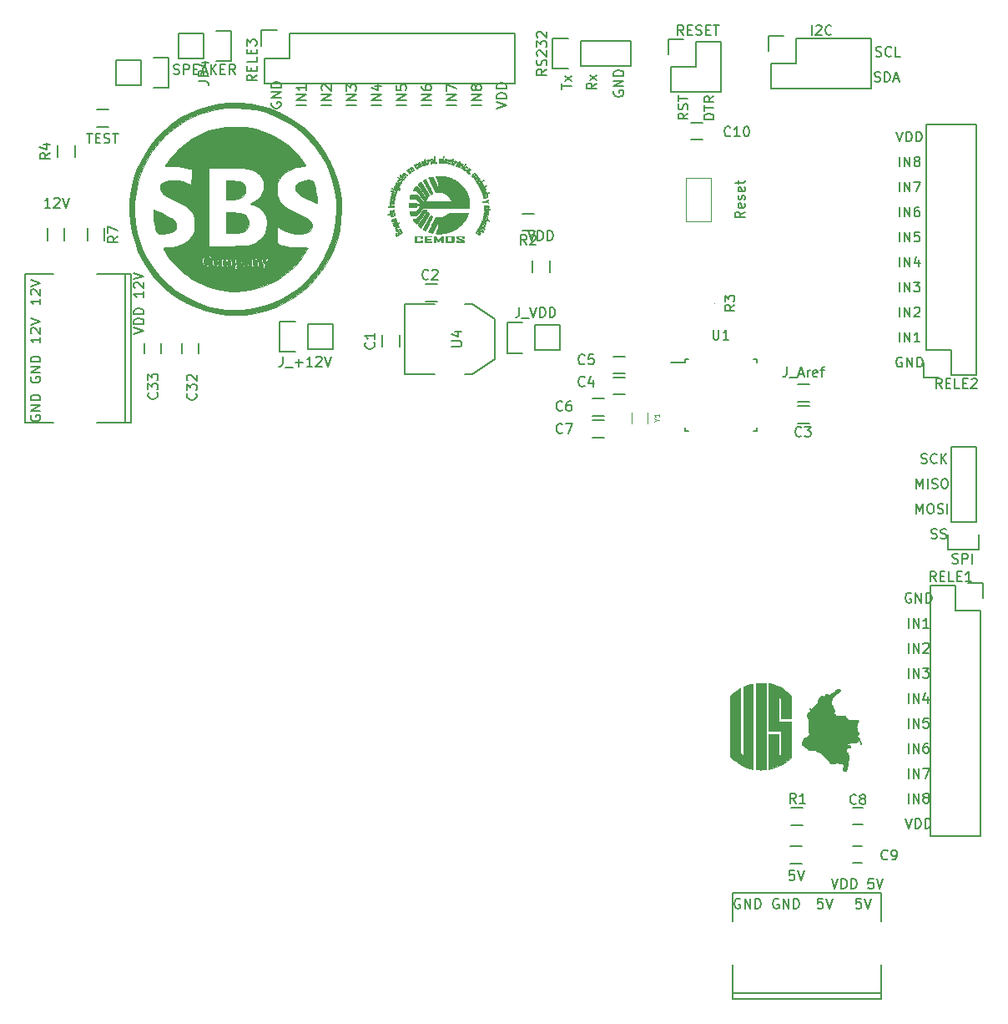
<source format=gbr>
G04 #@! TF.FileFunction,Legend,Top*
%FSLAX46Y46*%
G04 Gerber Fmt 4.6, Leading zero omitted, Abs format (unit mm)*
G04 Created by KiCad (PCBNEW 4.0.6) date 10/05/17 08:54:31*
%MOMM*%
%LPD*%
G01*
G04 APERTURE LIST*
%ADD10C,0.100000*%
%ADD11C,0.150000*%
%ADD12C,0.120000*%
%ADD13C,0.010000*%
G04 APERTURE END LIST*
D10*
D11*
X122806000Y-50704000D02*
X119758000Y-50704000D01*
X119758000Y-50704000D02*
X119758000Y-57816000D01*
X119758000Y-57816000D02*
X122806000Y-57816000D01*
X125854000Y-50704000D02*
X126616000Y-50704000D01*
X126616000Y-50704000D02*
X128902000Y-52228000D01*
X128902000Y-52228000D02*
X128902000Y-56292000D01*
X128902000Y-56292000D02*
X126616000Y-57816000D01*
X126616000Y-57816000D02*
X125854000Y-57816000D01*
X98850000Y-55690000D02*
X98850000Y-54690000D01*
X97150000Y-54690000D02*
X97150000Y-55690000D01*
X95070000Y-55670000D02*
X95070000Y-54670000D01*
X93370000Y-54670000D02*
X93370000Y-55670000D01*
X83505000Y-44240000D02*
X83505000Y-43040000D01*
X85255000Y-43040000D02*
X85255000Y-44240000D01*
X89325000Y-43050000D02*
X89325000Y-44250000D01*
X87575000Y-44250000D02*
X87575000Y-43050000D01*
X148215000Y-56295000D02*
X148215000Y-56620000D01*
X155465000Y-56295000D02*
X155465000Y-56620000D01*
X155465000Y-63545000D02*
X155465000Y-63220000D01*
X148215000Y-63545000D02*
X148215000Y-63220000D01*
X148215000Y-56295000D02*
X148540000Y-56295000D01*
X148215000Y-63545000D02*
X148540000Y-63545000D01*
X155465000Y-63545000D02*
X155140000Y-63545000D01*
X155465000Y-56295000D02*
X155140000Y-56295000D01*
X148215000Y-56620000D02*
X146790000Y-56620000D01*
X119255000Y-53860000D02*
X119255000Y-55060000D01*
X117505000Y-55060000D02*
X117505000Y-53860000D01*
X121850000Y-48685000D02*
X123050000Y-48685000D01*
X123050000Y-50435000D02*
X121850000Y-50435000D01*
X160090000Y-107445000D02*
X158890000Y-107445000D01*
X158890000Y-105695000D02*
X160090000Y-105695000D01*
X158960000Y-101805000D02*
X160160000Y-101805000D01*
X160160000Y-103555000D02*
X158960000Y-103555000D01*
X160810000Y-62815000D02*
X159610000Y-62815000D01*
X159610000Y-61065000D02*
X160810000Y-61065000D01*
X140930000Y-58135000D02*
X142130000Y-58135000D01*
X142130000Y-59885000D02*
X140930000Y-59885000D01*
X140910000Y-56025000D02*
X142110000Y-56025000D01*
X142110000Y-57775000D02*
X140910000Y-57775000D01*
X107100000Y-55580000D02*
X108650000Y-55580000D01*
X112460000Y-55300000D02*
X109920000Y-55300000D01*
X109920000Y-55300000D02*
X109920000Y-52760000D01*
X108650000Y-52480000D02*
X107100000Y-52480000D01*
X107100000Y-52480000D02*
X107100000Y-55580000D01*
X109920000Y-52760000D02*
X112460000Y-52760000D01*
X112460000Y-52760000D02*
X112460000Y-55300000D01*
X130180000Y-55680000D02*
X131730000Y-55680000D01*
X135540000Y-55400000D02*
X133000000Y-55400000D01*
X133000000Y-55400000D02*
X133000000Y-52860000D01*
X131730000Y-52580000D02*
X130180000Y-52580000D01*
X130180000Y-52580000D02*
X130180000Y-55680000D01*
X133000000Y-52860000D02*
X135540000Y-52860000D01*
X135540000Y-52860000D02*
X135540000Y-55400000D01*
X138820000Y-60305000D02*
X140020000Y-60305000D01*
X140020000Y-62055000D02*
X138820000Y-62055000D01*
X138820000Y-62485000D02*
X140020000Y-62485000D01*
X140020000Y-64235000D02*
X138820000Y-64235000D01*
X132735000Y-47510000D02*
X132735000Y-46310000D01*
X134485000Y-46310000D02*
X134485000Y-47510000D01*
X132880000Y-43285000D02*
X131680000Y-43285000D01*
X131680000Y-41535000D02*
X132880000Y-41535000D01*
X177800000Y-32510000D02*
X177800000Y-57910000D01*
X172720000Y-55370000D02*
X172720000Y-32510000D01*
X177800000Y-32510000D02*
X172720000Y-32510000D01*
X177800000Y-57910000D02*
X175260000Y-57910000D01*
X172440000Y-56640000D02*
X172440000Y-58190000D01*
X175260000Y-57910000D02*
X175260000Y-55370000D01*
X175260000Y-55370000D02*
X172720000Y-55370000D01*
X172440000Y-58190000D02*
X173990000Y-58190000D01*
X173100000Y-104670000D02*
X173100000Y-79270000D01*
X178180000Y-81810000D02*
X178180000Y-104670000D01*
X173100000Y-104670000D02*
X178180000Y-104670000D01*
X173100000Y-79270000D02*
X175640000Y-79270000D01*
X178460000Y-80540000D02*
X178460000Y-78990000D01*
X175640000Y-79270000D02*
X175640000Y-81810000D01*
X175640000Y-81810000D02*
X178180000Y-81810000D01*
X178460000Y-78990000D02*
X176910000Y-78990000D01*
X130920000Y-28340000D02*
X105520000Y-28340000D01*
X108060000Y-23260000D02*
X130920000Y-23260000D01*
X130920000Y-28340000D02*
X130920000Y-23260000D01*
X105520000Y-28340000D02*
X105520000Y-25800000D01*
X106790000Y-22980000D02*
X105240000Y-22980000D01*
X105520000Y-25800000D02*
X108060000Y-25800000D01*
X108060000Y-25800000D02*
X108060000Y-23260000D01*
X105240000Y-22980000D02*
X105240000Y-24530000D01*
X175200000Y-72780000D02*
X175200000Y-65160000D01*
X177740000Y-72780000D02*
X177740000Y-65160000D01*
X178020000Y-75600000D02*
X178020000Y-74050000D01*
X175200000Y-65160000D02*
X177740000Y-65160000D01*
X177740000Y-72780000D02*
X175200000Y-72780000D01*
X174920000Y-74050000D02*
X174920000Y-75600000D01*
X174920000Y-75600000D02*
X178020000Y-75600000D01*
X159510000Y-23800000D02*
X167130000Y-23800000D01*
X167130000Y-23800000D02*
X167130000Y-28880000D01*
X167130000Y-28880000D02*
X156970000Y-28880000D01*
X156970000Y-28880000D02*
X156970000Y-26340000D01*
X158240000Y-23520000D02*
X156690000Y-23520000D01*
X156970000Y-26340000D02*
X159510000Y-26340000D01*
X159510000Y-26340000D02*
X159510000Y-23800000D01*
X156690000Y-23520000D02*
X156690000Y-25070000D01*
D12*
X144420000Y-61740000D02*
X144420000Y-62840000D01*
X142820000Y-61740000D02*
X142820000Y-62840000D01*
D10*
X151200000Y-50620000D02*
X151200000Y-50620000D01*
X151200000Y-50620000D02*
X151200000Y-50620000D01*
D12*
X150880000Y-42320000D02*
X150880000Y-37920000D01*
X150880000Y-42320000D02*
X148280000Y-42320000D01*
X148280000Y-37920000D02*
X150880000Y-37920000D01*
X148280000Y-42320000D02*
X148280000Y-37920000D01*
D11*
X91420320Y-62751260D02*
X91968960Y-62751260D01*
X91968960Y-62751260D02*
X91968960Y-47668740D01*
X91968960Y-47668740D02*
X91420320Y-47668740D01*
X84120360Y-47668740D02*
X81219680Y-47668740D01*
X81219680Y-47668740D02*
X81219680Y-58771080D01*
X88519640Y-62751260D02*
X91420320Y-62751260D01*
X91420320Y-62751260D02*
X91420320Y-47668740D01*
X91420320Y-47668740D02*
X88519640Y-47668740D01*
X81219680Y-58771080D02*
X81219680Y-61151060D01*
X81219680Y-61151060D02*
X81219680Y-62751260D01*
X81219680Y-62751260D02*
X84120360Y-62751260D01*
X153058740Y-120600320D02*
X153058740Y-121148960D01*
X153058740Y-121148960D02*
X168141260Y-121148960D01*
X168141260Y-121148960D02*
X168141260Y-120600320D01*
X168141260Y-113300360D02*
X168141260Y-110399680D01*
X168141260Y-110399680D02*
X157038920Y-110399680D01*
X153058740Y-117699640D02*
X153058740Y-120600320D01*
X153058740Y-120600320D02*
X168141260Y-120600320D01*
X168141260Y-120600320D02*
X168141260Y-117699640D01*
X157038920Y-110399680D02*
X154658940Y-110399680D01*
X154658940Y-110399680D02*
X153058740Y-110399680D01*
X153058740Y-110399680D02*
X153058740Y-113300360D01*
X137620000Y-26580000D02*
X142700000Y-26580000D01*
X142700000Y-26580000D02*
X142700000Y-24040000D01*
X142700000Y-24040000D02*
X137620000Y-24040000D01*
X134800000Y-23760000D02*
X136350000Y-23760000D01*
X137620000Y-24040000D02*
X137620000Y-26580000D01*
X136350000Y-26860000D02*
X134800000Y-26860000D01*
X134800000Y-26860000D02*
X134800000Y-23760000D01*
X102180000Y-22990000D02*
X100630000Y-22990000D01*
X96820000Y-23270000D02*
X99360000Y-23270000D01*
X99360000Y-23270000D02*
X99360000Y-25810000D01*
X100630000Y-26090000D02*
X102180000Y-26090000D01*
X102180000Y-26090000D02*
X102180000Y-22990000D01*
X99360000Y-25810000D02*
X96820000Y-25810000D01*
X96820000Y-25810000D02*
X96820000Y-23270000D01*
X165270000Y-103490000D02*
X166270000Y-103490000D01*
X166270000Y-101790000D02*
X165270000Y-101790000D01*
X165200000Y-107340000D02*
X166200000Y-107340000D01*
X166200000Y-105640000D02*
X165200000Y-105640000D01*
X148790000Y-32315000D02*
X149990000Y-32315000D01*
X149990000Y-34065000D02*
X148790000Y-34065000D01*
X146530000Y-23850000D02*
X146530000Y-25400000D01*
X148080000Y-23850000D02*
X146530000Y-23850000D01*
X148080000Y-23850000D02*
X146530000Y-23850000D01*
X149350000Y-24130000D02*
X149350000Y-26670000D01*
X149350000Y-26670000D02*
X146810000Y-26670000D01*
X146810000Y-26670000D02*
X146810000Y-29210000D01*
X146810000Y-29210000D02*
X151890000Y-29210000D01*
X151890000Y-29210000D02*
X151890000Y-24130000D01*
X151890000Y-24130000D02*
X149350000Y-24130000D01*
X159630000Y-58865000D02*
X160830000Y-58865000D01*
X160830000Y-60615000D02*
X159630000Y-60615000D01*
D13*
G36*
X121321862Y-43820269D02*
X121397837Y-43822239D01*
X121454510Y-43825676D01*
X121481858Y-43829642D01*
X121516124Y-43840602D01*
X121534106Y-43857293D01*
X121542039Y-43889839D01*
X121545251Y-43932566D01*
X121550370Y-44020466D01*
X121362333Y-44020466D01*
X121362333Y-43884999D01*
X120972867Y-43884999D01*
X120972867Y-44376066D01*
X121362333Y-44376066D01*
X121362333Y-44240600D01*
X121548600Y-44240600D01*
X121548600Y-44331921D01*
X121545500Y-44390833D01*
X121535020Y-44423050D01*
X121521815Y-44433521D01*
X121496875Y-44436666D01*
X121444596Y-44439105D01*
X121371428Y-44440848D01*
X121283818Y-44441901D01*
X121188215Y-44442275D01*
X121091067Y-44441977D01*
X120998823Y-44441016D01*
X120917931Y-44439400D01*
X120854840Y-44437138D01*
X120815998Y-44434238D01*
X120807767Y-44432585D01*
X120799422Y-44419682D01*
X120793380Y-44386420D01*
X120789394Y-44329372D01*
X120787217Y-44245115D01*
X120786600Y-44138588D01*
X120787367Y-44024112D01*
X120789822Y-43940172D01*
X120794201Y-43883467D01*
X120800736Y-43850696D01*
X120807767Y-43839432D01*
X120832792Y-43833839D01*
X120885032Y-43829037D01*
X120957841Y-43825122D01*
X121044574Y-43822191D01*
X121138585Y-43820341D01*
X121233230Y-43819668D01*
X121321862Y-43820269D01*
X121321862Y-43820269D01*
G37*
X121321862Y-43820269D02*
X121397837Y-43822239D01*
X121454510Y-43825676D01*
X121481858Y-43829642D01*
X121516124Y-43840602D01*
X121534106Y-43857293D01*
X121542039Y-43889839D01*
X121545251Y-43932566D01*
X121550370Y-44020466D01*
X121362333Y-44020466D01*
X121362333Y-43884999D01*
X120972867Y-43884999D01*
X120972867Y-44376066D01*
X121362333Y-44376066D01*
X121362333Y-44240600D01*
X121548600Y-44240600D01*
X121548600Y-44331921D01*
X121545500Y-44390833D01*
X121535020Y-44423050D01*
X121521815Y-44433521D01*
X121496875Y-44436666D01*
X121444596Y-44439105D01*
X121371428Y-44440848D01*
X121283818Y-44441901D01*
X121188215Y-44442275D01*
X121091067Y-44441977D01*
X120998823Y-44441016D01*
X120917931Y-44439400D01*
X120854840Y-44437138D01*
X120815998Y-44434238D01*
X120807767Y-44432585D01*
X120799422Y-44419682D01*
X120793380Y-44386420D01*
X120789394Y-44329372D01*
X120787217Y-44245115D01*
X120786600Y-44138588D01*
X120787367Y-44024112D01*
X120789822Y-43940172D01*
X120794201Y-43883467D01*
X120800736Y-43850696D01*
X120807767Y-43839432D01*
X120832792Y-43833839D01*
X120885032Y-43829037D01*
X120957841Y-43825122D01*
X121044574Y-43822191D01*
X121138585Y-43820341D01*
X121233230Y-43819668D01*
X121321862Y-43820269D01*
G36*
X122242861Y-43817419D02*
X122323591Y-43818204D01*
X122379527Y-43820113D01*
X122415204Y-43823634D01*
X122435159Y-43829259D01*
X122443926Y-43837479D01*
X122446042Y-43848782D01*
X122446067Y-43851133D01*
X122444199Y-43864959D01*
X122435000Y-43874405D01*
X122413071Y-43880302D01*
X122373016Y-43883479D01*
X122309438Y-43884768D01*
X122225933Y-43884999D01*
X122005800Y-43884999D01*
X122005800Y-44088199D01*
X122412200Y-44088199D01*
X122412200Y-44172866D01*
X122005800Y-44172866D01*
X122005800Y-44376066D01*
X122234400Y-44376066D01*
X122326257Y-44376334D01*
X122389547Y-44377663D01*
X122429568Y-44380835D01*
X122451618Y-44386638D01*
X122460995Y-44395855D01*
X122462998Y-44409272D01*
X122463000Y-44409933D01*
X122461615Y-44421695D01*
X122454475Y-44430364D01*
X122437105Y-44436410D01*
X122405028Y-44440304D01*
X122353768Y-44442519D01*
X122278848Y-44443525D01*
X122175792Y-44443792D01*
X122141266Y-44443800D01*
X121819533Y-44443800D01*
X121819533Y-43817266D01*
X122132800Y-43817266D01*
X122242861Y-43817419D01*
X122242861Y-43817419D01*
G37*
X122242861Y-43817419D02*
X122323591Y-43818204D01*
X122379527Y-43820113D01*
X122415204Y-43823634D01*
X122435159Y-43829259D01*
X122443926Y-43837479D01*
X122446042Y-43848782D01*
X122446067Y-43851133D01*
X122444199Y-43864959D01*
X122435000Y-43874405D01*
X122413071Y-43880302D01*
X122373016Y-43883479D01*
X122309438Y-43884768D01*
X122225933Y-43884999D01*
X122005800Y-43884999D01*
X122005800Y-44088199D01*
X122412200Y-44088199D01*
X122412200Y-44172866D01*
X122005800Y-44172866D01*
X122005800Y-44376066D01*
X122234400Y-44376066D01*
X122326257Y-44376334D01*
X122389547Y-44377663D01*
X122429568Y-44380835D01*
X122451618Y-44386638D01*
X122460995Y-44395855D01*
X122462998Y-44409272D01*
X122463000Y-44409933D01*
X122461615Y-44421695D01*
X122454475Y-44430364D01*
X122437105Y-44436410D01*
X122405028Y-44440304D01*
X122353768Y-44442519D01*
X122278848Y-44443525D01*
X122175792Y-44443792D01*
X122141266Y-44443800D01*
X121819533Y-44443800D01*
X121819533Y-43817266D01*
X122132800Y-43817266D01*
X122242861Y-43817419D01*
G36*
X123006571Y-43999299D02*
X123058763Y-44067330D01*
X123103957Y-44126001D01*
X123137962Y-44169889D01*
X123156587Y-44193570D01*
X123158284Y-44195623D01*
X123172270Y-44188030D01*
X123202494Y-44157543D01*
X123245075Y-44108511D01*
X123296134Y-44045283D01*
X123320570Y-44013715D01*
X123470533Y-43817518D01*
X123648333Y-43817266D01*
X123648333Y-44443800D01*
X123463176Y-44443800D01*
X123453600Y-44071036D01*
X123326632Y-44232018D01*
X123275230Y-44294438D01*
X123228982Y-44345581D01*
X123192937Y-44380188D01*
X123172144Y-44392999D01*
X123172077Y-44393000D01*
X123151353Y-44380467D01*
X123114902Y-44346282D01*
X123067742Y-44295562D01*
X123014888Y-44233424D01*
X123011178Y-44228870D01*
X122877867Y-44064740D01*
X122868291Y-44443800D01*
X122700067Y-44443800D01*
X122700067Y-43817266D01*
X122867180Y-43817266D01*
X123006571Y-43999299D01*
X123006571Y-43999299D01*
G37*
X123006571Y-43999299D02*
X123058763Y-44067330D01*
X123103957Y-44126001D01*
X123137962Y-44169889D01*
X123156587Y-44193570D01*
X123158284Y-44195623D01*
X123172270Y-44188030D01*
X123202494Y-44157543D01*
X123245075Y-44108511D01*
X123296134Y-44045283D01*
X123320570Y-44013715D01*
X123470533Y-43817518D01*
X123648333Y-43817266D01*
X123648333Y-44443800D01*
X123463176Y-44443800D01*
X123453600Y-44071036D01*
X123326632Y-44232018D01*
X123275230Y-44294438D01*
X123228982Y-44345581D01*
X123192937Y-44380188D01*
X123172144Y-44392999D01*
X123172077Y-44393000D01*
X123151353Y-44380467D01*
X123114902Y-44346282D01*
X123067742Y-44295562D01*
X123014888Y-44233424D01*
X123011178Y-44228870D01*
X122877867Y-44064740D01*
X122868291Y-44443800D01*
X122700067Y-44443800D01*
X122700067Y-43817266D01*
X122867180Y-43817266D01*
X123006571Y-43999299D01*
G36*
X124432295Y-43826308D02*
X124528607Y-43827912D01*
X124609009Y-43830365D01*
X124667909Y-43833487D01*
X124699714Y-43837096D01*
X124702433Y-43837901D01*
X124713347Y-43845377D01*
X124721224Y-43860712D01*
X124726548Y-43888785D01*
X124729802Y-43934474D01*
X124731471Y-44002657D01*
X124732039Y-44098213D01*
X124732066Y-44136656D01*
X124731678Y-44243305D01*
X124730228Y-44320803D01*
X124727291Y-44373862D01*
X124722444Y-44407192D01*
X124715260Y-44425504D01*
X124705315Y-44433508D01*
X124705282Y-44433521D01*
X124680645Y-44436559D01*
X124628417Y-44438944D01*
X124554798Y-44440683D01*
X124465988Y-44441785D01*
X124368187Y-44442257D01*
X124267597Y-44442106D01*
X124170418Y-44441341D01*
X124082850Y-44439968D01*
X124011094Y-44437995D01*
X123961351Y-44435430D01*
X123940433Y-44432585D01*
X123932110Y-44419713D01*
X123926077Y-44386525D01*
X123922089Y-44329597D01*
X123919901Y-44245509D01*
X123919267Y-44137057D01*
X123919575Y-44031297D01*
X123920824Y-43954525D01*
X123923495Y-43901868D01*
X123925804Y-43884999D01*
X124105533Y-43884999D01*
X124105533Y-44376066D01*
X124545800Y-44376066D01*
X124545800Y-43884999D01*
X124105533Y-43884999D01*
X123925804Y-43884999D01*
X123928071Y-43868450D01*
X123935035Y-43849397D01*
X123944871Y-43839835D01*
X123948900Y-43837901D01*
X123974284Y-43834213D01*
X124027942Y-43830973D01*
X124104279Y-43828364D01*
X124197705Y-43826566D01*
X124302625Y-43825759D01*
X124325667Y-43825733D01*
X124432295Y-43826308D01*
X124432295Y-43826308D01*
G37*
X124432295Y-43826308D02*
X124528607Y-43827912D01*
X124609009Y-43830365D01*
X124667909Y-43833487D01*
X124699714Y-43837096D01*
X124702433Y-43837901D01*
X124713347Y-43845377D01*
X124721224Y-43860712D01*
X124726548Y-43888785D01*
X124729802Y-43934474D01*
X124731471Y-44002657D01*
X124732039Y-44098213D01*
X124732066Y-44136656D01*
X124731678Y-44243305D01*
X124730228Y-44320803D01*
X124727291Y-44373862D01*
X124722444Y-44407192D01*
X124715260Y-44425504D01*
X124705315Y-44433508D01*
X124705282Y-44433521D01*
X124680645Y-44436559D01*
X124628417Y-44438944D01*
X124554798Y-44440683D01*
X124465988Y-44441785D01*
X124368187Y-44442257D01*
X124267597Y-44442106D01*
X124170418Y-44441341D01*
X124082850Y-44439968D01*
X124011094Y-44437995D01*
X123961351Y-44435430D01*
X123940433Y-44432585D01*
X123932110Y-44419713D01*
X123926077Y-44386525D01*
X123922089Y-44329597D01*
X123919901Y-44245509D01*
X123919267Y-44137057D01*
X123919575Y-44031297D01*
X123920824Y-43954525D01*
X123923495Y-43901868D01*
X123925804Y-43884999D01*
X124105533Y-43884999D01*
X124105533Y-44376066D01*
X124545800Y-44376066D01*
X124545800Y-43884999D01*
X124105533Y-43884999D01*
X123925804Y-43884999D01*
X123928071Y-43868450D01*
X123935035Y-43849397D01*
X123944871Y-43839835D01*
X123948900Y-43837901D01*
X123974284Y-43834213D01*
X124027942Y-43830973D01*
X124104279Y-43828364D01*
X124197705Y-43826566D01*
X124302625Y-43825759D01*
X124325667Y-43825733D01*
X124432295Y-43826308D01*
G36*
X125430216Y-43820175D02*
X125544288Y-43822467D01*
X125628907Y-43825675D01*
X125688478Y-43831492D01*
X125727406Y-43841606D01*
X125750097Y-43857706D01*
X125760955Y-43881484D01*
X125764386Y-43914628D01*
X125764741Y-43948499D01*
X125765000Y-44020466D01*
X125578733Y-44020466D01*
X125578733Y-43884999D01*
X125189266Y-43884999D01*
X125189266Y-43998393D01*
X125439033Y-44095692D01*
X125548112Y-44138360D01*
X125629658Y-44171466D01*
X125687676Y-44197795D01*
X125726170Y-44220131D01*
X125749145Y-44241256D01*
X125760606Y-44263955D01*
X125764556Y-44291010D01*
X125765000Y-44322270D01*
X125760975Y-44374479D01*
X125750787Y-44413617D01*
X125744680Y-44423479D01*
X125724989Y-44431135D01*
X125681678Y-44436726D01*
X125612193Y-44440388D01*
X125513978Y-44442254D01*
X125384847Y-44442463D01*
X125280078Y-44441644D01*
X125186293Y-44440142D01*
X125108982Y-44438106D01*
X125053640Y-44435688D01*
X125025757Y-44433038D01*
X125024166Y-44432585D01*
X125010550Y-44410044D01*
X125003641Y-44359262D01*
X125003000Y-44332322D01*
X125003000Y-44240600D01*
X125189266Y-44240600D01*
X125189266Y-44376066D01*
X125578733Y-44376066D01*
X125578733Y-44261163D01*
X125312033Y-44155080D01*
X125222276Y-44118907D01*
X125142728Y-44085964D01*
X125079102Y-44058686D01*
X125037113Y-44039509D01*
X125023376Y-44032002D01*
X125009078Y-44001332D01*
X125005857Y-43942223D01*
X125006443Y-43929837D01*
X125010993Y-43878919D01*
X125021201Y-43851507D01*
X125043606Y-43837254D01*
X125069742Y-43829642D01*
X125105547Y-43825031D01*
X125168372Y-43821641D01*
X125251385Y-43819651D01*
X125347756Y-43819240D01*
X125430216Y-43820175D01*
X125430216Y-43820175D01*
G37*
X125430216Y-43820175D02*
X125544288Y-43822467D01*
X125628907Y-43825675D01*
X125688478Y-43831492D01*
X125727406Y-43841606D01*
X125750097Y-43857706D01*
X125760955Y-43881484D01*
X125764386Y-43914628D01*
X125764741Y-43948499D01*
X125765000Y-44020466D01*
X125578733Y-44020466D01*
X125578733Y-43884999D01*
X125189266Y-43884999D01*
X125189266Y-43998393D01*
X125439033Y-44095692D01*
X125548112Y-44138360D01*
X125629658Y-44171466D01*
X125687676Y-44197795D01*
X125726170Y-44220131D01*
X125749145Y-44241256D01*
X125760606Y-44263955D01*
X125764556Y-44291010D01*
X125765000Y-44322270D01*
X125760975Y-44374479D01*
X125750787Y-44413617D01*
X125744680Y-44423479D01*
X125724989Y-44431135D01*
X125681678Y-44436726D01*
X125612193Y-44440388D01*
X125513978Y-44442254D01*
X125384847Y-44442463D01*
X125280078Y-44441644D01*
X125186293Y-44440142D01*
X125108982Y-44438106D01*
X125053640Y-44435688D01*
X125025757Y-44433038D01*
X125024166Y-44432585D01*
X125010550Y-44410044D01*
X125003641Y-44359262D01*
X125003000Y-44332322D01*
X125003000Y-44240600D01*
X125189266Y-44240600D01*
X125189266Y-44376066D01*
X125578733Y-44376066D01*
X125578733Y-44261163D01*
X125312033Y-44155080D01*
X125222276Y-44118907D01*
X125142728Y-44085964D01*
X125079102Y-44058686D01*
X125037113Y-44039509D01*
X125023376Y-44032002D01*
X125009078Y-44001332D01*
X125005857Y-43942223D01*
X125006443Y-43929837D01*
X125010993Y-43878919D01*
X125021201Y-43851507D01*
X125043606Y-43837254D01*
X125069742Y-43829642D01*
X125105547Y-43825031D01*
X125168372Y-43821641D01*
X125251385Y-43819651D01*
X125347756Y-43819240D01*
X125430216Y-43820175D01*
G36*
X119403571Y-43252380D02*
X119437483Y-43292674D01*
X119471444Y-43342644D01*
X119498819Y-43392127D01*
X119512975Y-43430965D01*
X119513358Y-43441801D01*
X119498094Y-43459563D01*
X119459424Y-43491438D01*
X119402776Y-43533774D01*
X119333578Y-43582923D01*
X119257259Y-43635235D01*
X119179247Y-43687060D01*
X119104972Y-43734750D01*
X119039861Y-43774653D01*
X118989344Y-43803121D01*
X118958849Y-43816505D01*
X118955155Y-43817067D01*
X118931130Y-43804243D01*
X118896813Y-43770686D01*
X118865263Y-43731180D01*
X118830988Y-43676480D01*
X118811314Y-43630466D01*
X118808641Y-43609120D01*
X118824917Y-43579097D01*
X118860653Y-43542352D01*
X118886080Y-43522491D01*
X118929070Y-43493648D01*
X118954693Y-43482883D01*
X118972835Y-43488169D01*
X118987680Y-43501653D01*
X119003030Y-43519405D01*
X119004841Y-43534480D01*
X118989000Y-43552761D01*
X118951395Y-43580133D01*
X118916510Y-43603476D01*
X118896552Y-43619103D01*
X118894478Y-43635451D01*
X118911165Y-43663731D01*
X118922475Y-43679752D01*
X118948641Y-43713982D01*
X118967715Y-43724177D01*
X118992004Y-43714063D01*
X119006098Y-43705060D01*
X119128532Y-43625393D01*
X119225216Y-43561863D01*
X119298684Y-43511976D01*
X119351467Y-43473238D01*
X119386098Y-43443157D01*
X119405110Y-43419237D01*
X119411034Y-43398986D01*
X119406403Y-43379909D01*
X119393750Y-43359513D01*
X119378141Y-43338694D01*
X119363819Y-43323911D01*
X119346420Y-43322150D01*
X119317947Y-43335581D01*
X119270404Y-43366372D01*
X119266572Y-43368953D01*
X119218006Y-43403645D01*
X119193884Y-43427718D01*
X119189278Y-43447412D01*
X119194250Y-43460514D01*
X119200723Y-43493073D01*
X119184874Y-43513732D01*
X119164070Y-43524038D01*
X119142485Y-43513059D01*
X119117859Y-43485877D01*
X119092114Y-43447721D01*
X119080808Y-43417070D01*
X119080928Y-43413031D01*
X119097426Y-43390758D01*
X119136179Y-43358900D01*
X119188980Y-43322490D01*
X119247619Y-43286560D01*
X119303890Y-43256142D01*
X119349583Y-43236269D01*
X119376340Y-43231923D01*
X119403571Y-43252380D01*
X119403571Y-43252380D01*
G37*
X119403571Y-43252380D02*
X119437483Y-43292674D01*
X119471444Y-43342644D01*
X119498819Y-43392127D01*
X119512975Y-43430965D01*
X119513358Y-43441801D01*
X119498094Y-43459563D01*
X119459424Y-43491438D01*
X119402776Y-43533774D01*
X119333578Y-43582923D01*
X119257259Y-43635235D01*
X119179247Y-43687060D01*
X119104972Y-43734750D01*
X119039861Y-43774653D01*
X118989344Y-43803121D01*
X118958849Y-43816505D01*
X118955155Y-43817067D01*
X118931130Y-43804243D01*
X118896813Y-43770686D01*
X118865263Y-43731180D01*
X118830988Y-43676480D01*
X118811314Y-43630466D01*
X118808641Y-43609120D01*
X118824917Y-43579097D01*
X118860653Y-43542352D01*
X118886080Y-43522491D01*
X118929070Y-43493648D01*
X118954693Y-43482883D01*
X118972835Y-43488169D01*
X118987680Y-43501653D01*
X119003030Y-43519405D01*
X119004841Y-43534480D01*
X118989000Y-43552761D01*
X118951395Y-43580133D01*
X118916510Y-43603476D01*
X118896552Y-43619103D01*
X118894478Y-43635451D01*
X118911165Y-43663731D01*
X118922475Y-43679752D01*
X118948641Y-43713982D01*
X118967715Y-43724177D01*
X118992004Y-43714063D01*
X119006098Y-43705060D01*
X119128532Y-43625393D01*
X119225216Y-43561863D01*
X119298684Y-43511976D01*
X119351467Y-43473238D01*
X119386098Y-43443157D01*
X119405110Y-43419237D01*
X119411034Y-43398986D01*
X119406403Y-43379909D01*
X119393750Y-43359513D01*
X119378141Y-43338694D01*
X119363819Y-43323911D01*
X119346420Y-43322150D01*
X119317947Y-43335581D01*
X119270404Y-43366372D01*
X119266572Y-43368953D01*
X119218006Y-43403645D01*
X119193884Y-43427718D01*
X119189278Y-43447412D01*
X119194250Y-43460514D01*
X119200723Y-43493073D01*
X119184874Y-43513732D01*
X119164070Y-43524038D01*
X119142485Y-43513059D01*
X119117859Y-43485877D01*
X119092114Y-43447721D01*
X119080808Y-43417070D01*
X119080928Y-43413031D01*
X119097426Y-43390758D01*
X119136179Y-43358900D01*
X119188980Y-43322490D01*
X119247619Y-43286560D01*
X119303890Y-43256142D01*
X119349583Y-43236269D01*
X119376340Y-43231923D01*
X119403571Y-43252380D01*
G36*
X127116625Y-43269843D02*
X127158909Y-43290645D01*
X127213940Y-43323043D01*
X127275440Y-43362738D01*
X127337131Y-43405433D01*
X127392736Y-43446829D01*
X127435977Y-43482628D01*
X127460578Y-43508530D01*
X127463434Y-43518334D01*
X127427406Y-43573231D01*
X127388205Y-43625773D01*
X127351860Y-43668623D01*
X127324402Y-43694445D01*
X127315128Y-43698733D01*
X127293333Y-43689720D01*
X127250031Y-43665200D01*
X127191555Y-43628948D01*
X127126216Y-43586075D01*
X127060462Y-43541728D01*
X127005537Y-43504496D01*
X126967225Y-43478313D01*
X126951341Y-43467139D01*
X126955807Y-43452147D01*
X126972226Y-43432516D01*
X126986562Y-43421307D01*
X127003571Y-43419144D01*
X127029045Y-43428434D01*
X127068775Y-43451580D01*
X127128554Y-43490990D01*
X127153278Y-43507710D01*
X127220363Y-43552878D01*
X127265162Y-43581158D01*
X127293394Y-43594714D01*
X127310775Y-43595705D01*
X127323024Y-43586293D01*
X127331360Y-43575023D01*
X127350536Y-43543116D01*
X127356733Y-43525742D01*
X127343503Y-43511487D01*
X127307807Y-43483396D01*
X127255632Y-43446000D01*
X127212800Y-43416902D01*
X127137271Y-43363824D01*
X127090563Y-43323658D01*
X127071093Y-43294392D01*
X127077280Y-43274012D01*
X127093364Y-43264936D01*
X127116625Y-43269843D01*
X127116625Y-43269843D01*
G37*
X127116625Y-43269843D02*
X127158909Y-43290645D01*
X127213940Y-43323043D01*
X127275440Y-43362738D01*
X127337131Y-43405433D01*
X127392736Y-43446829D01*
X127435977Y-43482628D01*
X127460578Y-43508530D01*
X127463434Y-43518334D01*
X127427406Y-43573231D01*
X127388205Y-43625773D01*
X127351860Y-43668623D01*
X127324402Y-43694445D01*
X127315128Y-43698733D01*
X127293333Y-43689720D01*
X127250031Y-43665200D01*
X127191555Y-43628948D01*
X127126216Y-43586075D01*
X127060462Y-43541728D01*
X127005537Y-43504496D01*
X126967225Y-43478313D01*
X126951341Y-43467139D01*
X126955807Y-43452147D01*
X126972226Y-43432516D01*
X126986562Y-43421307D01*
X127003571Y-43419144D01*
X127029045Y-43428434D01*
X127068775Y-43451580D01*
X127128554Y-43490990D01*
X127153278Y-43507710D01*
X127220363Y-43552878D01*
X127265162Y-43581158D01*
X127293394Y-43594714D01*
X127310775Y-43595705D01*
X127323024Y-43586293D01*
X127331360Y-43575023D01*
X127350536Y-43543116D01*
X127356733Y-43525742D01*
X127343503Y-43511487D01*
X127307807Y-43483396D01*
X127255632Y-43446000D01*
X127212800Y-43416902D01*
X127137271Y-43363824D01*
X127090563Y-43323658D01*
X127071093Y-43294392D01*
X127077280Y-43274012D01*
X127093364Y-43264936D01*
X127116625Y-43269843D01*
G36*
X125421684Y-41446745D02*
X125589771Y-41447166D01*
X125744368Y-41447834D01*
X125882496Y-41448723D01*
X126001173Y-41449808D01*
X126097416Y-41451061D01*
X126168246Y-41452455D01*
X126210680Y-41453966D01*
X126222200Y-41455296D01*
X126215469Y-41475891D01*
X126207345Y-41493396D01*
X126192827Y-41528203D01*
X126175419Y-41577718D01*
X126171319Y-41590533D01*
X126149111Y-41652694D01*
X126122300Y-41716669D01*
X126118440Y-41724947D01*
X126098772Y-41771134D01*
X126087656Y-41806590D01*
X126086733Y-41813847D01*
X126076471Y-41834259D01*
X126069800Y-41836066D01*
X126054654Y-41849728D01*
X126052866Y-41860721D01*
X126044692Y-41887955D01*
X126023564Y-41932743D01*
X126002066Y-41971533D01*
X125974892Y-42018946D01*
X125956458Y-42053646D01*
X125951266Y-42066176D01*
X125942300Y-42083659D01*
X125918806Y-42121195D01*
X125885891Y-42171240D01*
X125848661Y-42226253D01*
X125812223Y-42278691D01*
X125781683Y-42321013D01*
X125762149Y-42345676D01*
X125761689Y-42346167D01*
X125738206Y-42373760D01*
X125705478Y-42415372D01*
X125692750Y-42432208D01*
X125646715Y-42487917D01*
X125582216Y-42558057D01*
X125505680Y-42636394D01*
X125423534Y-42716698D01*
X125342206Y-42792734D01*
X125268123Y-42858272D01*
X125207714Y-42907078D01*
X125189890Y-42919799D01*
X125149518Y-42949363D01*
X125107256Y-42983279D01*
X125073666Y-43008902D01*
X125051032Y-43021193D01*
X125049566Y-43021379D01*
X125028863Y-43031870D01*
X125005652Y-43051033D01*
X124988888Y-43065866D01*
X124968352Y-43080776D01*
X124938584Y-43098929D01*
X124894129Y-43123491D01*
X124829529Y-43157627D01*
X124756036Y-43195846D01*
X124696172Y-43226090D01*
X124628087Y-43259269D01*
X124558730Y-43292156D01*
X124495047Y-43321526D01*
X124443988Y-43344153D01*
X124412501Y-43356810D01*
X124406026Y-43358349D01*
X124389212Y-43362893D01*
X124351881Y-43375968D01*
X124334133Y-43382581D01*
X124219092Y-43421636D01*
X124083474Y-43460608D01*
X123940415Y-43496145D01*
X123803045Y-43524896D01*
X123724533Y-43538136D01*
X123647638Y-43546982D01*
X123547234Y-43554915D01*
X123433677Y-43561436D01*
X123317322Y-43566048D01*
X123208524Y-43568253D01*
X123117640Y-43567551D01*
X123114933Y-43567468D01*
X123045742Y-43564400D01*
X122985952Y-43560165D01*
X122946752Y-43555586D01*
X122942636Y-43554764D01*
X122905805Y-43546325D01*
X122949245Y-43440495D01*
X122999802Y-43317749D01*
X123046816Y-43204407D01*
X123087954Y-43106054D01*
X123120879Y-43028272D01*
X123142183Y-42979066D01*
X123149480Y-42961048D01*
X123154787Y-42941346D01*
X123158355Y-42914782D01*
X123160432Y-42876175D01*
X123161268Y-42820345D01*
X123161112Y-42742112D01*
X123160213Y-42636295D01*
X123159949Y-42609767D01*
X123157811Y-42499084D01*
X123153968Y-42418460D01*
X123148512Y-42369092D01*
X123141534Y-42352179D01*
X123140333Y-42352533D01*
X123126108Y-42376417D01*
X123123400Y-42395866D01*
X123117880Y-42422859D01*
X123110600Y-42428733D01*
X123096148Y-42442688D01*
X123077313Y-42476960D01*
X123074310Y-42483766D01*
X123044872Y-42550958D01*
X123005869Y-42637527D01*
X122962391Y-42732320D01*
X122919531Y-42824183D01*
X122902308Y-42860533D01*
X122824815Y-43022692D01*
X122760381Y-43156467D01*
X122707810Y-43264193D01*
X122665904Y-43348206D01*
X122633468Y-43410841D01*
X122609303Y-43454433D01*
X122592215Y-43481319D01*
X122581005Y-43493834D01*
X122576988Y-43495438D01*
X122545946Y-43490945D01*
X122494218Y-43479111D01*
X122429408Y-43462157D01*
X122359123Y-43442304D01*
X122290967Y-43421774D01*
X122232547Y-43402787D01*
X122191467Y-43387565D01*
X122175334Y-43378330D01*
X122175315Y-43378129D01*
X122182499Y-43359850D01*
X122201719Y-43318271D01*
X122229716Y-43260311D01*
X122251515Y-43216257D01*
X122283695Y-43149915D01*
X122309126Y-43093908D01*
X122324500Y-43055728D01*
X122327533Y-43044102D01*
X122336534Y-43021087D01*
X122340233Y-43018577D01*
X122352262Y-43001977D01*
X122375469Y-42961065D01*
X122406454Y-42902097D01*
X122439955Y-42835133D01*
X122520914Y-42669838D01*
X122588322Y-42532523D01*
X122643431Y-42420705D01*
X122687493Y-42331903D01*
X122721760Y-42263637D01*
X122747485Y-42213426D01*
X122765920Y-42178788D01*
X122778317Y-42157243D01*
X122785929Y-42146309D01*
X122788967Y-42143688D01*
X122800694Y-42124190D01*
X122801667Y-42114899D01*
X122809433Y-42088344D01*
X122829527Y-42043569D01*
X122850401Y-42003541D01*
X122899135Y-41915327D01*
X123167901Y-41912645D01*
X123299598Y-41909888D01*
X123404794Y-41903779D01*
X123490784Y-41893150D01*
X123564862Y-41876835D01*
X123634323Y-41853664D01*
X123693360Y-41828545D01*
X123741341Y-41807909D01*
X123774135Y-41796350D01*
X123783800Y-41795816D01*
X123797269Y-41792715D01*
X123832676Y-41776354D01*
X123882521Y-41750217D01*
X123885400Y-41748637D01*
X123936242Y-41718927D01*
X123972683Y-41694274D01*
X123986992Y-41679920D01*
X123987000Y-41679758D01*
X124000493Y-41667710D01*
X124008730Y-41666733D01*
X124029844Y-41655730D01*
X124068537Y-41626203D01*
X124118240Y-41583371D01*
X124147220Y-41556666D01*
X124263981Y-41446600D01*
X125243090Y-41446600D01*
X125421684Y-41446745D01*
X125421684Y-41446745D01*
G37*
X125421684Y-41446745D02*
X125589771Y-41447166D01*
X125744368Y-41447834D01*
X125882496Y-41448723D01*
X126001173Y-41449808D01*
X126097416Y-41451061D01*
X126168246Y-41452455D01*
X126210680Y-41453966D01*
X126222200Y-41455296D01*
X126215469Y-41475891D01*
X126207345Y-41493396D01*
X126192827Y-41528203D01*
X126175419Y-41577718D01*
X126171319Y-41590533D01*
X126149111Y-41652694D01*
X126122300Y-41716669D01*
X126118440Y-41724947D01*
X126098772Y-41771134D01*
X126087656Y-41806590D01*
X126086733Y-41813847D01*
X126076471Y-41834259D01*
X126069800Y-41836066D01*
X126054654Y-41849728D01*
X126052866Y-41860721D01*
X126044692Y-41887955D01*
X126023564Y-41932743D01*
X126002066Y-41971533D01*
X125974892Y-42018946D01*
X125956458Y-42053646D01*
X125951266Y-42066176D01*
X125942300Y-42083659D01*
X125918806Y-42121195D01*
X125885891Y-42171240D01*
X125848661Y-42226253D01*
X125812223Y-42278691D01*
X125781683Y-42321013D01*
X125762149Y-42345676D01*
X125761689Y-42346167D01*
X125738206Y-42373760D01*
X125705478Y-42415372D01*
X125692750Y-42432208D01*
X125646715Y-42487917D01*
X125582216Y-42558057D01*
X125505680Y-42636394D01*
X125423534Y-42716698D01*
X125342206Y-42792734D01*
X125268123Y-42858272D01*
X125207714Y-42907078D01*
X125189890Y-42919799D01*
X125149518Y-42949363D01*
X125107256Y-42983279D01*
X125073666Y-43008902D01*
X125051032Y-43021193D01*
X125049566Y-43021379D01*
X125028863Y-43031870D01*
X125005652Y-43051033D01*
X124988888Y-43065866D01*
X124968352Y-43080776D01*
X124938584Y-43098929D01*
X124894129Y-43123491D01*
X124829529Y-43157627D01*
X124756036Y-43195846D01*
X124696172Y-43226090D01*
X124628087Y-43259269D01*
X124558730Y-43292156D01*
X124495047Y-43321526D01*
X124443988Y-43344153D01*
X124412501Y-43356810D01*
X124406026Y-43358349D01*
X124389212Y-43362893D01*
X124351881Y-43375968D01*
X124334133Y-43382581D01*
X124219092Y-43421636D01*
X124083474Y-43460608D01*
X123940415Y-43496145D01*
X123803045Y-43524896D01*
X123724533Y-43538136D01*
X123647638Y-43546982D01*
X123547234Y-43554915D01*
X123433677Y-43561436D01*
X123317322Y-43566048D01*
X123208524Y-43568253D01*
X123117640Y-43567551D01*
X123114933Y-43567468D01*
X123045742Y-43564400D01*
X122985952Y-43560165D01*
X122946752Y-43555586D01*
X122942636Y-43554764D01*
X122905805Y-43546325D01*
X122949245Y-43440495D01*
X122999802Y-43317749D01*
X123046816Y-43204407D01*
X123087954Y-43106054D01*
X123120879Y-43028272D01*
X123142183Y-42979066D01*
X123149480Y-42961048D01*
X123154787Y-42941346D01*
X123158355Y-42914782D01*
X123160432Y-42876175D01*
X123161268Y-42820345D01*
X123161112Y-42742112D01*
X123160213Y-42636295D01*
X123159949Y-42609767D01*
X123157811Y-42499084D01*
X123153968Y-42418460D01*
X123148512Y-42369092D01*
X123141534Y-42352179D01*
X123140333Y-42352533D01*
X123126108Y-42376417D01*
X123123400Y-42395866D01*
X123117880Y-42422859D01*
X123110600Y-42428733D01*
X123096148Y-42442688D01*
X123077313Y-42476960D01*
X123074310Y-42483766D01*
X123044872Y-42550958D01*
X123005869Y-42637527D01*
X122962391Y-42732320D01*
X122919531Y-42824183D01*
X122902308Y-42860533D01*
X122824815Y-43022692D01*
X122760381Y-43156467D01*
X122707810Y-43264193D01*
X122665904Y-43348206D01*
X122633468Y-43410841D01*
X122609303Y-43454433D01*
X122592215Y-43481319D01*
X122581005Y-43493834D01*
X122576988Y-43495438D01*
X122545946Y-43490945D01*
X122494218Y-43479111D01*
X122429408Y-43462157D01*
X122359123Y-43442304D01*
X122290967Y-43421774D01*
X122232547Y-43402787D01*
X122191467Y-43387565D01*
X122175334Y-43378330D01*
X122175315Y-43378129D01*
X122182499Y-43359850D01*
X122201719Y-43318271D01*
X122229716Y-43260311D01*
X122251515Y-43216257D01*
X122283695Y-43149915D01*
X122309126Y-43093908D01*
X122324500Y-43055728D01*
X122327533Y-43044102D01*
X122336534Y-43021087D01*
X122340233Y-43018577D01*
X122352262Y-43001977D01*
X122375469Y-42961065D01*
X122406454Y-42902097D01*
X122439955Y-42835133D01*
X122520914Y-42669838D01*
X122588322Y-42532523D01*
X122643431Y-42420705D01*
X122687493Y-42331903D01*
X122721760Y-42263637D01*
X122747485Y-42213426D01*
X122765920Y-42178788D01*
X122778317Y-42157243D01*
X122785929Y-42146309D01*
X122788967Y-42143688D01*
X122800694Y-42124190D01*
X122801667Y-42114899D01*
X122809433Y-42088344D01*
X122829527Y-42043569D01*
X122850401Y-42003541D01*
X122899135Y-41915327D01*
X123167901Y-41912645D01*
X123299598Y-41909888D01*
X123404794Y-41903779D01*
X123490784Y-41893150D01*
X123564862Y-41876835D01*
X123634323Y-41853664D01*
X123693360Y-41828545D01*
X123741341Y-41807909D01*
X123774135Y-41796350D01*
X123783800Y-41795816D01*
X123797269Y-41792715D01*
X123832676Y-41776354D01*
X123882521Y-41750217D01*
X123885400Y-41748637D01*
X123936242Y-41718927D01*
X123972683Y-41694274D01*
X123986992Y-41679920D01*
X123987000Y-41679758D01*
X124000493Y-41667710D01*
X124008730Y-41666733D01*
X124029844Y-41655730D01*
X124068537Y-41626203D01*
X124118240Y-41583371D01*
X124147220Y-41556666D01*
X124263981Y-41446600D01*
X125243090Y-41446600D01*
X125421684Y-41446745D01*
G36*
X127680938Y-43255523D02*
X127704788Y-43288895D01*
X127723381Y-43328757D01*
X127729267Y-43357397D01*
X127717689Y-43394864D01*
X127705712Y-43409335D01*
X127687402Y-43416661D01*
X127672600Y-43398568D01*
X127663379Y-43375015D01*
X127649349Y-43321453D01*
X127645224Y-43275499D01*
X127651275Y-43246665D01*
X127659586Y-43241533D01*
X127680938Y-43255523D01*
X127680938Y-43255523D01*
G37*
X127680938Y-43255523D02*
X127704788Y-43288895D01*
X127723381Y-43328757D01*
X127729267Y-43357397D01*
X127717689Y-43394864D01*
X127705712Y-43409335D01*
X127687402Y-43416661D01*
X127672600Y-43398568D01*
X127663379Y-43375015D01*
X127649349Y-43321453D01*
X127645224Y-43275499D01*
X127651275Y-43246665D01*
X127659586Y-43241533D01*
X127680938Y-43255523D01*
G36*
X127336010Y-42983911D02*
X127392244Y-43007219D01*
X127467575Y-43045294D01*
X127535942Y-43082003D01*
X127594029Y-43115559D01*
X127634487Y-43141580D01*
X127648633Y-43153259D01*
X127657145Y-43173233D01*
X127651651Y-43202684D01*
X127630116Y-43249533D01*
X127618072Y-43272132D01*
X127588611Y-43322181D01*
X127562951Y-43358606D01*
X127548397Y-43372378D01*
X127526349Y-43367603D01*
X127481899Y-43349765D01*
X127422390Y-43321997D01*
X127379801Y-43300465D01*
X127311656Y-43263468D01*
X127251956Y-43228273D01*
X127209247Y-43200051D01*
X127195909Y-43189194D01*
X127177181Y-43168904D01*
X127171979Y-43150478D01*
X127178403Y-43132050D01*
X127265899Y-43132050D01*
X127280117Y-43151613D01*
X127315211Y-43176283D01*
X127375075Y-43210503D01*
X127403375Y-43225980D01*
X127458041Y-43255745D01*
X127499538Y-43278342D01*
X127520359Y-43289684D01*
X127521398Y-43290251D01*
X127530791Y-43278479D01*
X127548629Y-43246988D01*
X127550777Y-43242866D01*
X127576357Y-43193400D01*
X127445789Y-43122973D01*
X127315222Y-43052545D01*
X127284501Y-43090483D01*
X127268659Y-43113154D01*
X127265899Y-43132050D01*
X127178403Y-43132050D01*
X127181355Y-43123585D01*
X127206360Y-43077898D01*
X127207433Y-43076005D01*
X127238746Y-43023574D01*
X127266073Y-42991284D01*
X127296224Y-42978331D01*
X127336010Y-42983911D01*
X127336010Y-42983911D01*
G37*
X127336010Y-42983911D02*
X127392244Y-43007219D01*
X127467575Y-43045294D01*
X127535942Y-43082003D01*
X127594029Y-43115559D01*
X127634487Y-43141580D01*
X127648633Y-43153259D01*
X127657145Y-43173233D01*
X127651651Y-43202684D01*
X127630116Y-43249533D01*
X127618072Y-43272132D01*
X127588611Y-43322181D01*
X127562951Y-43358606D01*
X127548397Y-43372378D01*
X127526349Y-43367603D01*
X127481899Y-43349765D01*
X127422390Y-43321997D01*
X127379801Y-43300465D01*
X127311656Y-43263468D01*
X127251956Y-43228273D01*
X127209247Y-43200051D01*
X127195909Y-43189194D01*
X127177181Y-43168904D01*
X127171979Y-43150478D01*
X127178403Y-43132050D01*
X127265899Y-43132050D01*
X127280117Y-43151613D01*
X127315211Y-43176283D01*
X127375075Y-43210503D01*
X127403375Y-43225980D01*
X127458041Y-43255745D01*
X127499538Y-43278342D01*
X127520359Y-43289684D01*
X127521398Y-43290251D01*
X127530791Y-43278479D01*
X127548629Y-43246988D01*
X127550777Y-43242866D01*
X127576357Y-43193400D01*
X127445789Y-43122973D01*
X127315222Y-43052545D01*
X127284501Y-43090483D01*
X127268659Y-43113154D01*
X127265899Y-43132050D01*
X127178403Y-43132050D01*
X127181355Y-43123585D01*
X127206360Y-43077898D01*
X127207433Y-43076005D01*
X127238746Y-43023574D01*
X127266073Y-42991284D01*
X127296224Y-42978331D01*
X127336010Y-42983911D01*
G36*
X118951330Y-43079596D02*
X118969297Y-43098882D01*
X118969919Y-43099731D01*
X118983405Y-43125545D01*
X118969644Y-43141254D01*
X118958446Y-43146641D01*
X118928542Y-43170404D01*
X118929621Y-43204035D01*
X118940438Y-43224485D01*
X118951817Y-43233361D01*
X118972644Y-43232199D01*
X119008156Y-43219183D01*
X119063590Y-43192495D01*
X119125460Y-43160259D01*
X119198712Y-43121863D01*
X119247854Y-43097897D01*
X119278557Y-43086668D01*
X119296492Y-43086482D01*
X119307331Y-43095645D01*
X119312509Y-43104401D01*
X119318123Y-43121222D01*
X119311924Y-43137224D01*
X119289201Y-43156497D01*
X119245243Y-43183133D01*
X119182260Y-43217517D01*
X119114392Y-43254186D01*
X119054238Y-43287217D01*
X119010489Y-43311814D01*
X118996496Y-43320055D01*
X118954809Y-43340348D01*
X118927669Y-43337164D01*
X118912794Y-43321966D01*
X118883503Y-43275741D01*
X118856900Y-43224403D01*
X118837464Y-43177905D01*
X118829676Y-43146200D01*
X118830830Y-43139884D01*
X118852101Y-43120977D01*
X118889815Y-43097768D01*
X118894146Y-43095490D01*
X118930731Y-43078714D01*
X118951330Y-43079596D01*
X118951330Y-43079596D01*
G37*
X118951330Y-43079596D02*
X118969297Y-43098882D01*
X118969919Y-43099731D01*
X118983405Y-43125545D01*
X118969644Y-43141254D01*
X118958446Y-43146641D01*
X118928542Y-43170404D01*
X118929621Y-43204035D01*
X118940438Y-43224485D01*
X118951817Y-43233361D01*
X118972644Y-43232199D01*
X119008156Y-43219183D01*
X119063590Y-43192495D01*
X119125460Y-43160259D01*
X119198712Y-43121863D01*
X119247854Y-43097897D01*
X119278557Y-43086668D01*
X119296492Y-43086482D01*
X119307331Y-43095645D01*
X119312509Y-43104401D01*
X119318123Y-43121222D01*
X119311924Y-43137224D01*
X119289201Y-43156497D01*
X119245243Y-43183133D01*
X119182260Y-43217517D01*
X119114392Y-43254186D01*
X119054238Y-43287217D01*
X119010489Y-43311814D01*
X118996496Y-43320055D01*
X118954809Y-43340348D01*
X118927669Y-43337164D01*
X118912794Y-43321966D01*
X118883503Y-43275741D01*
X118856900Y-43224403D01*
X118837464Y-43177905D01*
X118829676Y-43146200D01*
X118830830Y-43139884D01*
X118852101Y-43120977D01*
X118889815Y-43097768D01*
X118894146Y-43095490D01*
X118930731Y-43078714D01*
X118951330Y-43079596D01*
G36*
X122436642Y-41709181D02*
X122475263Y-41730763D01*
X122520228Y-41759106D01*
X122561969Y-41787969D01*
X122590913Y-41811111D01*
X122598467Y-41820931D01*
X122591254Y-41839895D01*
X122571271Y-41883855D01*
X122540999Y-41947572D01*
X122502920Y-42025804D01*
X122469376Y-42093567D01*
X122410971Y-42210609D01*
X122353910Y-42324732D01*
X122300565Y-42431211D01*
X122253309Y-42525320D01*
X122214513Y-42602332D01*
X122186551Y-42657522D01*
X122173604Y-42682733D01*
X122161997Y-42705773D01*
X122138178Y-42753652D01*
X122104894Y-42820825D01*
X122064895Y-42901747D01*
X122030922Y-42970599D01*
X121987918Y-43057189D01*
X121949622Y-43133111D01*
X121918703Y-43193166D01*
X121897832Y-43232156D01*
X121890157Y-43244693D01*
X121869629Y-43244985D01*
X121828846Y-43233399D01*
X121794133Y-43219808D01*
X121743546Y-43196861D01*
X121705259Y-43177446D01*
X121692533Y-43169504D01*
X121665575Y-43149188D01*
X121642461Y-43132786D01*
X121623230Y-43117265D01*
X121619814Y-43100861D01*
X121633268Y-43073219D01*
X121651468Y-43044463D01*
X121680408Y-42995854D01*
X121716236Y-42930539D01*
X121751334Y-42862415D01*
X121752266Y-42860533D01*
X121781556Y-42803756D01*
X121806277Y-42760203D01*
X121821927Y-42737698D01*
X121823692Y-42736355D01*
X121835379Y-42716863D01*
X121836466Y-42706722D01*
X121846075Y-42685108D01*
X121853400Y-42682733D01*
X121867272Y-42668588D01*
X121870333Y-42649708D01*
X121883753Y-42614284D01*
X121899966Y-42599423D01*
X121917403Y-42585618D01*
X121914275Y-42581648D01*
X121911629Y-42570866D01*
X121924571Y-42551499D01*
X121944992Y-42521968D01*
X121974254Y-42472596D01*
X122006147Y-42413878D01*
X122007226Y-42411799D01*
X122036179Y-42357030D01*
X122059474Y-42314991D01*
X122072515Y-42293948D01*
X122073130Y-42293266D01*
X122084816Y-42275103D01*
X122107391Y-42235072D01*
X122136228Y-42181408D01*
X122139737Y-42174733D01*
X122175313Y-42108149D01*
X122211248Y-42042868D01*
X122237491Y-41996933D01*
X122269994Y-41939631D01*
X122300652Y-41882066D01*
X122306754Y-41869933D01*
X122327562Y-41829826D01*
X122342487Y-41804691D01*
X122344493Y-41802200D01*
X122357598Y-41782446D01*
X122376988Y-41747166D01*
X122397552Y-41714518D01*
X122413732Y-41700605D01*
X122413936Y-41700600D01*
X122436642Y-41709181D01*
X122436642Y-41709181D01*
G37*
X122436642Y-41709181D02*
X122475263Y-41730763D01*
X122520228Y-41759106D01*
X122561969Y-41787969D01*
X122590913Y-41811111D01*
X122598467Y-41820931D01*
X122591254Y-41839895D01*
X122571271Y-41883855D01*
X122540999Y-41947572D01*
X122502920Y-42025804D01*
X122469376Y-42093567D01*
X122410971Y-42210609D01*
X122353910Y-42324732D01*
X122300565Y-42431211D01*
X122253309Y-42525320D01*
X122214513Y-42602332D01*
X122186551Y-42657522D01*
X122173604Y-42682733D01*
X122161997Y-42705773D01*
X122138178Y-42753652D01*
X122104894Y-42820825D01*
X122064895Y-42901747D01*
X122030922Y-42970599D01*
X121987918Y-43057189D01*
X121949622Y-43133111D01*
X121918703Y-43193166D01*
X121897832Y-43232156D01*
X121890157Y-43244693D01*
X121869629Y-43244985D01*
X121828846Y-43233399D01*
X121794133Y-43219808D01*
X121743546Y-43196861D01*
X121705259Y-43177446D01*
X121692533Y-43169504D01*
X121665575Y-43149188D01*
X121642461Y-43132786D01*
X121623230Y-43117265D01*
X121619814Y-43100861D01*
X121633268Y-43073219D01*
X121651468Y-43044463D01*
X121680408Y-42995854D01*
X121716236Y-42930539D01*
X121751334Y-42862415D01*
X121752266Y-42860533D01*
X121781556Y-42803756D01*
X121806277Y-42760203D01*
X121821927Y-42737698D01*
X121823692Y-42736355D01*
X121835379Y-42716863D01*
X121836466Y-42706722D01*
X121846075Y-42685108D01*
X121853400Y-42682733D01*
X121867272Y-42668588D01*
X121870333Y-42649708D01*
X121883753Y-42614284D01*
X121899966Y-42599423D01*
X121917403Y-42585618D01*
X121914275Y-42581648D01*
X121911629Y-42570866D01*
X121924571Y-42551499D01*
X121944992Y-42521968D01*
X121974254Y-42472596D01*
X122006147Y-42413878D01*
X122007226Y-42411799D01*
X122036179Y-42357030D01*
X122059474Y-42314991D01*
X122072515Y-42293948D01*
X122073130Y-42293266D01*
X122084816Y-42275103D01*
X122107391Y-42235072D01*
X122136228Y-42181408D01*
X122139737Y-42174733D01*
X122175313Y-42108149D01*
X122211248Y-42042868D01*
X122237491Y-41996933D01*
X122269994Y-41939631D01*
X122300652Y-41882066D01*
X122306754Y-41869933D01*
X122327562Y-41829826D01*
X122342487Y-41804691D01*
X122344493Y-41802200D01*
X122357598Y-41782446D01*
X122376988Y-41747166D01*
X122397552Y-41714518D01*
X122413732Y-41700605D01*
X122413936Y-41700600D01*
X122436642Y-41709181D01*
G36*
X127857773Y-43051606D02*
X127869677Y-43057345D01*
X127902338Y-43075038D01*
X127912708Y-43087455D01*
X127908114Y-43105748D01*
X127905653Y-43112109D01*
X127881167Y-43135826D01*
X127842083Y-43136380D01*
X127816418Y-43124894D01*
X127802284Y-43106351D01*
X127811996Y-43075834D01*
X127812896Y-43074138D01*
X127832270Y-43049247D01*
X127857773Y-43051606D01*
X127857773Y-43051606D01*
G37*
X127857773Y-43051606D02*
X127869677Y-43057345D01*
X127902338Y-43075038D01*
X127912708Y-43087455D01*
X127908114Y-43105748D01*
X127905653Y-43112109D01*
X127881167Y-43135826D01*
X127842083Y-43136380D01*
X127816418Y-43124894D01*
X127802284Y-43106351D01*
X127811996Y-43075834D01*
X127812896Y-43074138D01*
X127832270Y-43049247D01*
X127857773Y-43051606D01*
G36*
X127391850Y-42825384D02*
X127437407Y-42844586D01*
X127496981Y-42872276D01*
X127563585Y-42904926D01*
X127630235Y-42939008D01*
X127689944Y-42970992D01*
X127735728Y-42997350D01*
X127760601Y-43014554D01*
X127763133Y-43018154D01*
X127752297Y-43040402D01*
X127729947Y-43063368D01*
X127713180Y-43071327D01*
X127695335Y-43063772D01*
X127653461Y-43043804D01*
X127593692Y-43014405D01*
X127522163Y-42978559D01*
X127517600Y-42976252D01*
X127446013Y-42939913D01*
X127386392Y-42909394D01*
X127344697Y-42887763D01*
X127326892Y-42878092D01*
X127326701Y-42877948D01*
X127326157Y-42859228D01*
X127341631Y-42834466D01*
X127362781Y-42818884D01*
X127367294Y-42818199D01*
X127391850Y-42825384D01*
X127391850Y-42825384D01*
G37*
X127391850Y-42825384D02*
X127437407Y-42844586D01*
X127496981Y-42872276D01*
X127563585Y-42904926D01*
X127630235Y-42939008D01*
X127689944Y-42970992D01*
X127735728Y-42997350D01*
X127760601Y-43014554D01*
X127763133Y-43018154D01*
X127752297Y-43040402D01*
X127729947Y-43063368D01*
X127713180Y-43071327D01*
X127695335Y-43063772D01*
X127653461Y-43043804D01*
X127593692Y-43014405D01*
X127522163Y-42978559D01*
X127517600Y-42976252D01*
X127446013Y-42939913D01*
X127386392Y-42909394D01*
X127344697Y-42887763D01*
X127326892Y-42878092D01*
X127326701Y-42877948D01*
X127326157Y-42859228D01*
X127341631Y-42834466D01*
X127362781Y-42818884D01*
X127367294Y-42818199D01*
X127391850Y-42825384D01*
G36*
X119078589Y-42662801D02*
X119087094Y-42678499D01*
X119100500Y-42711507D01*
X119122593Y-42759037D01*
X119131711Y-42777482D01*
X119150935Y-42824246D01*
X119158632Y-42861184D01*
X119157468Y-42870616D01*
X119138897Y-42885860D01*
X119094153Y-42910782D01*
X119028639Y-42942828D01*
X118947763Y-42979446D01*
X118856929Y-43018080D01*
X118779115Y-43049354D01*
X118753197Y-43047352D01*
X118749482Y-43044504D01*
X118737598Y-43016555D01*
X118757393Y-42986935D01*
X118809700Y-42954653D01*
X118835033Y-42942898D01*
X118901846Y-42913560D01*
X118968999Y-42884092D01*
X119004425Y-42868556D01*
X119047634Y-42847995D01*
X119065379Y-42831388D01*
X119063659Y-42810152D01*
X119056741Y-42793726D01*
X119036489Y-42762146D01*
X119018611Y-42750466D01*
X118996152Y-42756927D01*
X118950295Y-42774350D01*
X118888522Y-42799793D01*
X118841458Y-42820081D01*
X118766750Y-42851747D01*
X118716980Y-42869675D01*
X118686805Y-42875300D01*
X118670887Y-42870056D01*
X118668138Y-42866648D01*
X118657816Y-42837504D01*
X118658455Y-42828059D01*
X118674903Y-42815905D01*
X118715380Y-42794255D01*
X118772559Y-42766408D01*
X118839111Y-42735660D01*
X118907708Y-42705311D01*
X118971023Y-42678657D01*
X119021728Y-42658998D01*
X119052494Y-42649630D01*
X119055698Y-42649280D01*
X119078589Y-42662801D01*
X119078589Y-42662801D01*
G37*
X119078589Y-42662801D02*
X119087094Y-42678499D01*
X119100500Y-42711507D01*
X119122593Y-42759037D01*
X119131711Y-42777482D01*
X119150935Y-42824246D01*
X119158632Y-42861184D01*
X119157468Y-42870616D01*
X119138897Y-42885860D01*
X119094153Y-42910782D01*
X119028639Y-42942828D01*
X118947763Y-42979446D01*
X118856929Y-43018080D01*
X118779115Y-43049354D01*
X118753197Y-43047352D01*
X118749482Y-43044504D01*
X118737598Y-43016555D01*
X118757393Y-42986935D01*
X118809700Y-42954653D01*
X118835033Y-42942898D01*
X118901846Y-42913560D01*
X118968999Y-42884092D01*
X119004425Y-42868556D01*
X119047634Y-42847995D01*
X119065379Y-42831388D01*
X119063659Y-42810152D01*
X119056741Y-42793726D01*
X119036489Y-42762146D01*
X119018611Y-42750466D01*
X118996152Y-42756927D01*
X118950295Y-42774350D01*
X118888522Y-42799793D01*
X118841458Y-42820081D01*
X118766750Y-42851747D01*
X118716980Y-42869675D01*
X118686805Y-42875300D01*
X118670887Y-42870056D01*
X118668138Y-42866648D01*
X118657816Y-42837504D01*
X118658455Y-42828059D01*
X118674903Y-42815905D01*
X118715380Y-42794255D01*
X118772559Y-42766408D01*
X118839111Y-42735660D01*
X118907708Y-42705311D01*
X118971023Y-42678657D01*
X119021728Y-42658998D01*
X119052494Y-42649630D01*
X119055698Y-42649280D01*
X119078589Y-42662801D01*
G36*
X122065111Y-41372760D02*
X122082197Y-41388702D01*
X122080903Y-41397574D01*
X122084292Y-41411663D01*
X122090677Y-41412733D01*
X122118190Y-41424436D01*
X122145790Y-41450032D01*
X122158047Y-41475023D01*
X122169862Y-41493527D01*
X122199655Y-41523217D01*
X122213081Y-41534797D01*
X122268267Y-41580662D01*
X122236204Y-41636397D01*
X122205987Y-41689926D01*
X122177527Y-41741820D01*
X122176937Y-41742920D01*
X122155727Y-41779836D01*
X122140660Y-41801440D01*
X122139875Y-41802187D01*
X122129689Y-41815396D01*
X122108145Y-41847913D01*
X122073918Y-41901837D01*
X122025688Y-41979268D01*
X121962129Y-42082305D01*
X121914342Y-42160136D01*
X121869758Y-42231935D01*
X121818290Y-42313491D01*
X121774642Y-42381620D01*
X121740238Y-42435898D01*
X121714423Y-42478785D01*
X121701640Y-42502831D01*
X121701000Y-42505101D01*
X121691395Y-42524913D01*
X121683388Y-42535281D01*
X121666426Y-42559174D01*
X121635952Y-42606026D01*
X121595797Y-42669705D01*
X121549790Y-42744081D01*
X121501763Y-42823022D01*
X121460117Y-42892668D01*
X121432014Y-42936188D01*
X121409275Y-42964475D01*
X121400384Y-42970599D01*
X121377973Y-42961802D01*
X121344934Y-42941582D01*
X121306016Y-42911735D01*
X121259036Y-42871978D01*
X121243800Y-42858292D01*
X121196147Y-42816034D01*
X121149576Y-42776830D01*
X121137967Y-42767547D01*
X121106444Y-42735311D01*
X121091708Y-42705236D01*
X121096724Y-42685810D01*
X121108333Y-42682733D01*
X121123356Y-42669018D01*
X121125267Y-42657333D01*
X121134410Y-42634798D01*
X121142200Y-42631933D01*
X121157963Y-42618559D01*
X121159173Y-42610766D01*
X121169500Y-42585976D01*
X121195518Y-42548051D01*
X121209933Y-42530333D01*
X121240455Y-42490676D01*
X121258554Y-42459449D01*
X121260693Y-42451311D01*
X121269786Y-42428365D01*
X121273433Y-42425911D01*
X121284857Y-42416812D01*
X121303107Y-42394706D01*
X121331302Y-42355306D01*
X121372560Y-42294327D01*
X121406951Y-42242466D01*
X121440135Y-42193541D01*
X121466699Y-42156807D01*
X121480248Y-42140866D01*
X121493505Y-42124746D01*
X121520873Y-42087587D01*
X121557446Y-42036369D01*
X121598317Y-41978077D01*
X121638581Y-41919692D01*
X121673330Y-41868197D01*
X121692533Y-41838753D01*
X121719516Y-41801983D01*
X121730633Y-41789005D01*
X121748701Y-41763002D01*
X121751800Y-41752824D01*
X121761900Y-41732616D01*
X121786901Y-41699110D01*
X121794112Y-41690533D01*
X121821460Y-41655758D01*
X121835815Y-41631700D01*
X121836446Y-41628826D01*
X121847674Y-41605469D01*
X121877697Y-41565591D01*
X121921086Y-41516337D01*
X121925366Y-41511788D01*
X121947919Y-41483405D01*
X121955000Y-41467593D01*
X121967134Y-41441398D01*
X121996041Y-41410288D01*
X122030484Y-41383943D01*
X122059222Y-41372043D01*
X122065111Y-41372760D01*
X122065111Y-41372760D01*
G37*
X122065111Y-41372760D02*
X122082197Y-41388702D01*
X122080903Y-41397574D01*
X122084292Y-41411663D01*
X122090677Y-41412733D01*
X122118190Y-41424436D01*
X122145790Y-41450032D01*
X122158047Y-41475023D01*
X122169862Y-41493527D01*
X122199655Y-41523217D01*
X122213081Y-41534797D01*
X122268267Y-41580662D01*
X122236204Y-41636397D01*
X122205987Y-41689926D01*
X122177527Y-41741820D01*
X122176937Y-41742920D01*
X122155727Y-41779836D01*
X122140660Y-41801440D01*
X122139875Y-41802187D01*
X122129689Y-41815396D01*
X122108145Y-41847913D01*
X122073918Y-41901837D01*
X122025688Y-41979268D01*
X121962129Y-42082305D01*
X121914342Y-42160136D01*
X121869758Y-42231935D01*
X121818290Y-42313491D01*
X121774642Y-42381620D01*
X121740238Y-42435898D01*
X121714423Y-42478785D01*
X121701640Y-42502831D01*
X121701000Y-42505101D01*
X121691395Y-42524913D01*
X121683388Y-42535281D01*
X121666426Y-42559174D01*
X121635952Y-42606026D01*
X121595797Y-42669705D01*
X121549790Y-42744081D01*
X121501763Y-42823022D01*
X121460117Y-42892668D01*
X121432014Y-42936188D01*
X121409275Y-42964475D01*
X121400384Y-42970599D01*
X121377973Y-42961802D01*
X121344934Y-42941582D01*
X121306016Y-42911735D01*
X121259036Y-42871978D01*
X121243800Y-42858292D01*
X121196147Y-42816034D01*
X121149576Y-42776830D01*
X121137967Y-42767547D01*
X121106444Y-42735311D01*
X121091708Y-42705236D01*
X121096724Y-42685810D01*
X121108333Y-42682733D01*
X121123356Y-42669018D01*
X121125267Y-42657333D01*
X121134410Y-42634798D01*
X121142200Y-42631933D01*
X121157963Y-42618559D01*
X121159173Y-42610766D01*
X121169500Y-42585976D01*
X121195518Y-42548051D01*
X121209933Y-42530333D01*
X121240455Y-42490676D01*
X121258554Y-42459449D01*
X121260693Y-42451311D01*
X121269786Y-42428365D01*
X121273433Y-42425911D01*
X121284857Y-42416812D01*
X121303107Y-42394706D01*
X121331302Y-42355306D01*
X121372560Y-42294327D01*
X121406951Y-42242466D01*
X121440135Y-42193541D01*
X121466699Y-42156807D01*
X121480248Y-42140866D01*
X121493505Y-42124746D01*
X121520873Y-42087587D01*
X121557446Y-42036369D01*
X121598317Y-41978077D01*
X121638581Y-41919692D01*
X121673330Y-41868197D01*
X121692533Y-41838753D01*
X121719516Y-41801983D01*
X121730633Y-41789005D01*
X121748701Y-41763002D01*
X121751800Y-41752824D01*
X121761900Y-41732616D01*
X121786901Y-41699110D01*
X121794112Y-41690533D01*
X121821460Y-41655758D01*
X121835815Y-41631700D01*
X121836446Y-41628826D01*
X121847674Y-41605469D01*
X121877697Y-41565591D01*
X121921086Y-41516337D01*
X121925366Y-41511788D01*
X121947919Y-41483405D01*
X121955000Y-41467593D01*
X121967134Y-41441398D01*
X121996041Y-41410288D01*
X122030484Y-41383943D01*
X122059222Y-41372043D01*
X122065111Y-41372760D01*
G36*
X127556246Y-42537205D02*
X127608867Y-42555467D01*
X127672735Y-42581582D01*
X127740219Y-42612016D01*
X127803686Y-42643234D01*
X127855506Y-42671700D01*
X127888044Y-42693881D01*
X127895193Y-42702951D01*
X127891170Y-42732401D01*
X127875347Y-42779232D01*
X127861154Y-42811859D01*
X127826937Y-42869427D01*
X127790593Y-42896065D01*
X127746445Y-42894522D01*
X127715882Y-42882220D01*
X127685914Y-42856288D01*
X127685738Y-42829707D01*
X127712887Y-42812134D01*
X127734409Y-42809733D01*
X127779999Y-42797402D01*
X127808893Y-42766351D01*
X127813674Y-42745525D01*
X127799533Y-42732446D01*
X127762138Y-42710824D01*
X127709453Y-42685243D01*
X127707164Y-42684212D01*
X127632201Y-42651069D01*
X127581953Y-42631253D01*
X127550367Y-42623937D01*
X127531391Y-42628292D01*
X127518973Y-42643490D01*
X127512126Y-42657527D01*
X127501577Y-42690323D01*
X127514265Y-42709196D01*
X127534697Y-42719755D01*
X127568087Y-42738450D01*
X127574087Y-42757690D01*
X127561238Y-42782802D01*
X127545060Y-42797260D01*
X127518102Y-42794205D01*
X127494325Y-42785213D01*
X127444626Y-42760515D01*
X127420663Y-42733463D01*
X127420054Y-42695888D01*
X127440421Y-42639620D01*
X127447393Y-42624112D01*
X127479015Y-42564660D01*
X127506515Y-42535097D01*
X127522506Y-42530333D01*
X127556246Y-42537205D01*
X127556246Y-42537205D01*
G37*
X127556246Y-42537205D02*
X127608867Y-42555467D01*
X127672735Y-42581582D01*
X127740219Y-42612016D01*
X127803686Y-42643234D01*
X127855506Y-42671700D01*
X127888044Y-42693881D01*
X127895193Y-42702951D01*
X127891170Y-42732401D01*
X127875347Y-42779232D01*
X127861154Y-42811859D01*
X127826937Y-42869427D01*
X127790593Y-42896065D01*
X127746445Y-42894522D01*
X127715882Y-42882220D01*
X127685914Y-42856288D01*
X127685738Y-42829707D01*
X127712887Y-42812134D01*
X127734409Y-42809733D01*
X127779999Y-42797402D01*
X127808893Y-42766351D01*
X127813674Y-42745525D01*
X127799533Y-42732446D01*
X127762138Y-42710824D01*
X127709453Y-42685243D01*
X127707164Y-42684212D01*
X127632201Y-42651069D01*
X127581953Y-42631253D01*
X127550367Y-42623937D01*
X127531391Y-42628292D01*
X127518973Y-42643490D01*
X127512126Y-42657527D01*
X127501577Y-42690323D01*
X127514265Y-42709196D01*
X127534697Y-42719755D01*
X127568087Y-42738450D01*
X127574087Y-42757690D01*
X127561238Y-42782802D01*
X127545060Y-42797260D01*
X127518102Y-42794205D01*
X127494325Y-42785213D01*
X127444626Y-42760515D01*
X127420663Y-42733463D01*
X127420054Y-42695888D01*
X127440421Y-42639620D01*
X127447393Y-42624112D01*
X127479015Y-42564660D01*
X127506515Y-42535097D01*
X127522506Y-42530333D01*
X127556246Y-42537205D01*
G36*
X118920677Y-42367951D02*
X118951182Y-42392270D01*
X118981386Y-42441646D01*
X118981982Y-42442805D01*
X119006946Y-42480675D01*
X119030765Y-42490026D01*
X119039378Y-42487640D01*
X119105266Y-42462504D01*
X119150078Y-42448856D01*
X119168721Y-42447942D01*
X119176660Y-42467780D01*
X119180557Y-42484296D01*
X119177516Y-42497533D01*
X119160872Y-42512904D01*
X119126799Y-42532385D01*
X119071471Y-42557954D01*
X118991062Y-42591588D01*
X118910229Y-42623996D01*
X118819958Y-42659534D01*
X118740705Y-42690231D01*
X118677776Y-42714072D01*
X118636479Y-42729041D01*
X118622362Y-42733284D01*
X118610826Y-42718608D01*
X118591949Y-42680424D01*
X118570421Y-42628512D01*
X118547316Y-42557958D01*
X118546457Y-42551055D01*
X118619133Y-42551055D01*
X118626964Y-42579383D01*
X118644411Y-42611157D01*
X118662410Y-42630812D01*
X118666296Y-42632024D01*
X118686616Y-42626135D01*
X118730058Y-42610388D01*
X118788417Y-42587798D01*
X118808546Y-42579759D01*
X118872300Y-42553216D01*
X118909814Y-42534101D01*
X118926644Y-42518176D01*
X118928342Y-42501203D01*
X118925168Y-42490768D01*
X118903219Y-42459385D01*
X118883487Y-42448574D01*
X118854952Y-42451540D01*
X118808190Y-42464514D01*
X118752411Y-42483925D01*
X118696824Y-42506203D01*
X118650638Y-42527779D01*
X118623064Y-42545081D01*
X118619133Y-42551055D01*
X118546457Y-42551055D01*
X118541643Y-42512377D01*
X118545261Y-42500073D01*
X118567766Y-42482866D01*
X118613611Y-42458709D01*
X118673972Y-42431255D01*
X118740022Y-42404156D01*
X118802939Y-42381064D01*
X118853898Y-42365634D01*
X118880635Y-42361259D01*
X118920677Y-42367951D01*
X118920677Y-42367951D01*
G37*
X118920677Y-42367951D02*
X118951182Y-42392270D01*
X118981386Y-42441646D01*
X118981982Y-42442805D01*
X119006946Y-42480675D01*
X119030765Y-42490026D01*
X119039378Y-42487640D01*
X119105266Y-42462504D01*
X119150078Y-42448856D01*
X119168721Y-42447942D01*
X119176660Y-42467780D01*
X119180557Y-42484296D01*
X119177516Y-42497533D01*
X119160872Y-42512904D01*
X119126799Y-42532385D01*
X119071471Y-42557954D01*
X118991062Y-42591588D01*
X118910229Y-42623996D01*
X118819958Y-42659534D01*
X118740705Y-42690231D01*
X118677776Y-42714072D01*
X118636479Y-42729041D01*
X118622362Y-42733284D01*
X118610826Y-42718608D01*
X118591949Y-42680424D01*
X118570421Y-42628512D01*
X118547316Y-42557958D01*
X118546457Y-42551055D01*
X118619133Y-42551055D01*
X118626964Y-42579383D01*
X118644411Y-42611157D01*
X118662410Y-42630812D01*
X118666296Y-42632024D01*
X118686616Y-42626135D01*
X118730058Y-42610388D01*
X118788417Y-42587798D01*
X118808546Y-42579759D01*
X118872300Y-42553216D01*
X118909814Y-42534101D01*
X118926644Y-42518176D01*
X118928342Y-42501203D01*
X118925168Y-42490768D01*
X118903219Y-42459385D01*
X118883487Y-42448574D01*
X118854952Y-42451540D01*
X118808190Y-42464514D01*
X118752411Y-42483925D01*
X118696824Y-42506203D01*
X118650638Y-42527779D01*
X118623064Y-42545081D01*
X118619133Y-42551055D01*
X118546457Y-42551055D01*
X118541643Y-42512377D01*
X118545261Y-42500073D01*
X118567766Y-42482866D01*
X118613611Y-42458709D01*
X118673972Y-42431255D01*
X118740022Y-42404156D01*
X118802939Y-42381064D01*
X118853898Y-42365634D01*
X118880635Y-42361259D01*
X118920677Y-42367951D01*
G36*
X121953468Y-41176495D02*
X121974440Y-41232288D01*
X121971934Y-41264566D01*
X121970752Y-41266121D01*
X121952499Y-41289925D01*
X121917488Y-41337528D01*
X121868481Y-41405055D01*
X121808241Y-41488630D01*
X121739530Y-41584379D01*
X121665112Y-41688427D01*
X121587749Y-41796898D01*
X121510203Y-41905916D01*
X121435237Y-42011607D01*
X121365615Y-42110095D01*
X121304097Y-42197506D01*
X121253448Y-42269963D01*
X121216430Y-42323592D01*
X121207610Y-42336596D01*
X121162200Y-42402393D01*
X121127167Y-42447019D01*
X121094914Y-42478006D01*
X121057844Y-42502888D01*
X121018673Y-42523942D01*
X120937479Y-42565541D01*
X120883206Y-42508024D01*
X120838812Y-42459855D01*
X120802569Y-42416937D01*
X120765574Y-42368110D01*
X120718923Y-42302218D01*
X120718585Y-42301733D01*
X120685975Y-42255566D01*
X120661089Y-42221505D01*
X120650789Y-42208600D01*
X120638305Y-42188427D01*
X120621077Y-42152598D01*
X120600177Y-42105063D01*
X120943575Y-42111443D01*
X120970921Y-42063170D01*
X120996929Y-42021690D01*
X121019689Y-41991749D01*
X121042802Y-41964183D01*
X121075175Y-41922702D01*
X121087326Y-41906567D01*
X121116997Y-41867513D01*
X121138147Y-41841072D01*
X121142686Y-41836066D01*
X121156146Y-41819442D01*
X121185043Y-41781475D01*
X121224903Y-41728220D01*
X121271250Y-41665728D01*
X121319611Y-41600054D01*
X121365512Y-41537251D01*
X121404479Y-41483372D01*
X121430558Y-41446600D01*
X121467154Y-41396876D01*
X121503937Y-41351092D01*
X121509387Y-41344813D01*
X121539186Y-41308124D01*
X121578524Y-41255870D01*
X121611846Y-41209346D01*
X121676707Y-41116400D01*
X121798174Y-41111439D01*
X121919640Y-41106479D01*
X121953468Y-41176495D01*
X121953468Y-41176495D01*
G37*
X121953468Y-41176495D02*
X121974440Y-41232288D01*
X121971934Y-41264566D01*
X121970752Y-41266121D01*
X121952499Y-41289925D01*
X121917488Y-41337528D01*
X121868481Y-41405055D01*
X121808241Y-41488630D01*
X121739530Y-41584379D01*
X121665112Y-41688427D01*
X121587749Y-41796898D01*
X121510203Y-41905916D01*
X121435237Y-42011607D01*
X121365615Y-42110095D01*
X121304097Y-42197506D01*
X121253448Y-42269963D01*
X121216430Y-42323592D01*
X121207610Y-42336596D01*
X121162200Y-42402393D01*
X121127167Y-42447019D01*
X121094914Y-42478006D01*
X121057844Y-42502888D01*
X121018673Y-42523942D01*
X120937479Y-42565541D01*
X120883206Y-42508024D01*
X120838812Y-42459855D01*
X120802569Y-42416937D01*
X120765574Y-42368110D01*
X120718923Y-42302218D01*
X120718585Y-42301733D01*
X120685975Y-42255566D01*
X120661089Y-42221505D01*
X120650789Y-42208600D01*
X120638305Y-42188427D01*
X120621077Y-42152598D01*
X120600177Y-42105063D01*
X120943575Y-42111443D01*
X120970921Y-42063170D01*
X120996929Y-42021690D01*
X121019689Y-41991749D01*
X121042802Y-41964183D01*
X121075175Y-41922702D01*
X121087326Y-41906567D01*
X121116997Y-41867513D01*
X121138147Y-41841072D01*
X121142686Y-41836066D01*
X121156146Y-41819442D01*
X121185043Y-41781475D01*
X121224903Y-41728220D01*
X121271250Y-41665728D01*
X121319611Y-41600054D01*
X121365512Y-41537251D01*
X121404479Y-41483372D01*
X121430558Y-41446600D01*
X121467154Y-41396876D01*
X121503937Y-41351092D01*
X121509387Y-41344813D01*
X121539186Y-41308124D01*
X121578524Y-41255870D01*
X121611846Y-41209346D01*
X121676707Y-41116400D01*
X121798174Y-41111439D01*
X121919640Y-41106479D01*
X121953468Y-41176495D01*
G36*
X127681743Y-42213613D02*
X127735293Y-42225844D01*
X127790142Y-42244429D01*
X127835022Y-42265503D01*
X127858663Y-42285197D01*
X127859299Y-42286596D01*
X127859015Y-42316088D01*
X127847368Y-42361448D01*
X127841131Y-42378376D01*
X127825095Y-42421140D01*
X127823725Y-42443302D01*
X127839097Y-42455701D01*
X127857342Y-42463009D01*
X127900885Y-42476880D01*
X127923980Y-42472693D01*
X127936766Y-42446924D01*
X127940164Y-42434236D01*
X127942103Y-42393857D01*
X127925066Y-42374128D01*
X127902286Y-42348058D01*
X127901634Y-42317403D01*
X127914112Y-42302611D01*
X127942864Y-42300895D01*
X127981994Y-42313893D01*
X128015588Y-42334973D01*
X128026808Y-42349575D01*
X128027237Y-42381574D01*
X128015226Y-42428484D01*
X127995160Y-42480075D01*
X127971420Y-42526116D01*
X127948389Y-42556378D01*
X127935483Y-42562730D01*
X127908605Y-42556922D01*
X127857477Y-42542301D01*
X127789835Y-42521178D01*
X127725033Y-42499807D01*
X127638062Y-42468791D01*
X127580876Y-42444207D01*
X127550344Y-42424527D01*
X127543000Y-42410965D01*
X127550016Y-42379401D01*
X127551206Y-42377603D01*
X127635869Y-42377603D01*
X127652499Y-42395942D01*
X127682972Y-42407699D01*
X127728843Y-42421766D01*
X127752230Y-42423892D01*
X127763008Y-42412125D01*
X127769394Y-42390633D01*
X127778129Y-42344702D01*
X127768366Y-42318915D01*
X127734201Y-42301977D01*
X127720816Y-42297697D01*
X127678788Y-42286998D01*
X127656971Y-42293546D01*
X127644224Y-42323888D01*
X127638747Y-42345928D01*
X127635869Y-42377603D01*
X127551206Y-42377603D01*
X127555576Y-42371001D01*
X127567084Y-42347846D01*
X127580771Y-42304991D01*
X127585210Y-42287745D01*
X127601581Y-42239324D01*
X127623910Y-42216378D01*
X127640762Y-42211603D01*
X127681743Y-42213613D01*
X127681743Y-42213613D01*
G37*
X127681743Y-42213613D02*
X127735293Y-42225844D01*
X127790142Y-42244429D01*
X127835022Y-42265503D01*
X127858663Y-42285197D01*
X127859299Y-42286596D01*
X127859015Y-42316088D01*
X127847368Y-42361448D01*
X127841131Y-42378376D01*
X127825095Y-42421140D01*
X127823725Y-42443302D01*
X127839097Y-42455701D01*
X127857342Y-42463009D01*
X127900885Y-42476880D01*
X127923980Y-42472693D01*
X127936766Y-42446924D01*
X127940164Y-42434236D01*
X127942103Y-42393857D01*
X127925066Y-42374128D01*
X127902286Y-42348058D01*
X127901634Y-42317403D01*
X127914112Y-42302611D01*
X127942864Y-42300895D01*
X127981994Y-42313893D01*
X128015588Y-42334973D01*
X128026808Y-42349575D01*
X128027237Y-42381574D01*
X128015226Y-42428484D01*
X127995160Y-42480075D01*
X127971420Y-42526116D01*
X127948389Y-42556378D01*
X127935483Y-42562730D01*
X127908605Y-42556922D01*
X127857477Y-42542301D01*
X127789835Y-42521178D01*
X127725033Y-42499807D01*
X127638062Y-42468791D01*
X127580876Y-42444207D01*
X127550344Y-42424527D01*
X127543000Y-42410965D01*
X127550016Y-42379401D01*
X127551206Y-42377603D01*
X127635869Y-42377603D01*
X127652499Y-42395942D01*
X127682972Y-42407699D01*
X127728843Y-42421766D01*
X127752230Y-42423892D01*
X127763008Y-42412125D01*
X127769394Y-42390633D01*
X127778129Y-42344702D01*
X127768366Y-42318915D01*
X127734201Y-42301977D01*
X127720816Y-42297697D01*
X127678788Y-42286998D01*
X127656971Y-42293546D01*
X127644224Y-42323888D01*
X127638747Y-42345928D01*
X127635869Y-42377603D01*
X127551206Y-42377603D01*
X127555576Y-42371001D01*
X127567084Y-42347846D01*
X127580771Y-42304991D01*
X127585210Y-42287745D01*
X127601581Y-42239324D01*
X127623910Y-42216378D01*
X127640762Y-42211603D01*
X127681743Y-42213613D01*
G36*
X118814436Y-42026113D02*
X118842308Y-42053531D01*
X118864535Y-42106604D01*
X118883980Y-42171224D01*
X118889112Y-42216752D01*
X118875932Y-42248932D01*
X118840442Y-42273508D01*
X118778646Y-42296223D01*
X118720733Y-42313204D01*
X118626725Y-42339094D01*
X118559574Y-42354482D01*
X118513744Y-42358740D01*
X118483696Y-42351243D01*
X118463895Y-42331364D01*
X118448801Y-42298477D01*
X118442925Y-42281783D01*
X118421044Y-42211464D01*
X118417806Y-42183200D01*
X118489810Y-42183200D01*
X118503555Y-42235913D01*
X118517299Y-42288626D01*
X118667030Y-42246324D01*
X118737399Y-42225842D01*
X118780882Y-42210551D01*
X118803335Y-42196994D01*
X118810615Y-42181711D01*
X118808841Y-42162586D01*
X118795129Y-42127762D01*
X118779985Y-42113117D01*
X118754871Y-42113869D01*
X118706573Y-42122953D01*
X118644219Y-42138550D01*
X118624431Y-42144142D01*
X118489810Y-42183200D01*
X118417806Y-42183200D01*
X118415703Y-42164846D01*
X118430743Y-42134236D01*
X118470002Y-42111941D01*
X118537321Y-42090268D01*
X118538700Y-42089869D01*
X118606261Y-42070090D01*
X118667395Y-42051775D01*
X118709321Y-42038755D01*
X118710560Y-42038352D01*
X118773247Y-42022262D01*
X118814436Y-42026113D01*
X118814436Y-42026113D01*
G37*
X118814436Y-42026113D02*
X118842308Y-42053531D01*
X118864535Y-42106604D01*
X118883980Y-42171224D01*
X118889112Y-42216752D01*
X118875932Y-42248932D01*
X118840442Y-42273508D01*
X118778646Y-42296223D01*
X118720733Y-42313204D01*
X118626725Y-42339094D01*
X118559574Y-42354482D01*
X118513744Y-42358740D01*
X118483696Y-42351243D01*
X118463895Y-42331364D01*
X118448801Y-42298477D01*
X118442925Y-42281783D01*
X118421044Y-42211464D01*
X118417806Y-42183200D01*
X118489810Y-42183200D01*
X118503555Y-42235913D01*
X118517299Y-42288626D01*
X118667030Y-42246324D01*
X118737399Y-42225842D01*
X118780882Y-42210551D01*
X118803335Y-42196994D01*
X118810615Y-42181711D01*
X118808841Y-42162586D01*
X118795129Y-42127762D01*
X118779985Y-42113117D01*
X118754871Y-42113869D01*
X118706573Y-42122953D01*
X118644219Y-42138550D01*
X118624431Y-42144142D01*
X118489810Y-42183200D01*
X118417806Y-42183200D01*
X118415703Y-42164846D01*
X118430743Y-42134236D01*
X118470002Y-42111941D01*
X118537321Y-42090268D01*
X118538700Y-42089869D01*
X118606261Y-42070090D01*
X118667395Y-42051775D01*
X118709321Y-42038755D01*
X118710560Y-42038352D01*
X118773247Y-42022262D01*
X118814436Y-42026113D01*
G36*
X127675948Y-42052588D02*
X127720797Y-42062683D01*
X127786453Y-42078752D01*
X127867010Y-42099227D01*
X127956564Y-42122541D01*
X128049209Y-42147127D01*
X128139037Y-42171419D01*
X128220145Y-42193849D01*
X128286625Y-42212852D01*
X128332572Y-42226859D01*
X128351930Y-42234187D01*
X128350413Y-42250379D01*
X128343464Y-42271668D01*
X128337910Y-42282677D01*
X128328285Y-42289419D01*
X128310326Y-42291166D01*
X128279770Y-42287191D01*
X128232352Y-42276765D01*
X128163811Y-42259161D01*
X128069881Y-42233651D01*
X127987500Y-42210910D01*
X127869169Y-42177665D01*
X127780109Y-42151307D01*
X127716726Y-42130539D01*
X127675429Y-42114065D01*
X127652625Y-42100588D01*
X127644722Y-42088810D01*
X127644600Y-42087116D01*
X127651364Y-42057721D01*
X127657813Y-42050032D01*
X127675948Y-42052588D01*
X127675948Y-42052588D01*
G37*
X127675948Y-42052588D02*
X127720797Y-42062683D01*
X127786453Y-42078752D01*
X127867010Y-42099227D01*
X127956564Y-42122541D01*
X128049209Y-42147127D01*
X128139037Y-42171419D01*
X128220145Y-42193849D01*
X128286625Y-42212852D01*
X128332572Y-42226859D01*
X128351930Y-42234187D01*
X128350413Y-42250379D01*
X128343464Y-42271668D01*
X128337910Y-42282677D01*
X128328285Y-42289419D01*
X128310326Y-42291166D01*
X128279770Y-42287191D01*
X128232352Y-42276765D01*
X128163811Y-42259161D01*
X128069881Y-42233651D01*
X127987500Y-42210910D01*
X127869169Y-42177665D01*
X127780109Y-42151307D01*
X127716726Y-42130539D01*
X127675429Y-42114065D01*
X127652625Y-42100588D01*
X127644722Y-42088810D01*
X127644600Y-42087116D01*
X127651364Y-42057721D01*
X127657813Y-42050032D01*
X127675948Y-42052588D01*
G36*
X127820205Y-41725167D02*
X127886023Y-41735766D01*
X127964792Y-41750668D01*
X127971515Y-41752030D01*
X128058165Y-41770202D01*
X128117005Y-41784417D01*
X128153550Y-41796753D01*
X128173313Y-41809293D01*
X128181808Y-41824117D01*
X128183411Y-41832000D01*
X128186052Y-41850230D01*
X128184251Y-41861717D01*
X128172666Y-41866492D01*
X128145958Y-41864588D01*
X128098788Y-41856038D01*
X128025816Y-41840873D01*
X127989233Y-41833178D01*
X127916680Y-41818722D01*
X127857356Y-41808351D01*
X127818438Y-41803229D01*
X127806909Y-41803579D01*
X127797905Y-41823646D01*
X127788495Y-41855589D01*
X127784304Y-41879392D01*
X127790794Y-41895040D01*
X127814456Y-41906949D01*
X127861781Y-41919539D01*
X127892952Y-41926701D01*
X127964571Y-41942221D01*
X128034599Y-41956205D01*
X128080633Y-41964411D01*
X128124486Y-41974178D01*
X128149980Y-41985256D01*
X128152600Y-41989245D01*
X128146245Y-42019293D01*
X128132471Y-42046309D01*
X128121155Y-42054622D01*
X128101291Y-42050657D01*
X128055104Y-42041001D01*
X127989379Y-42027084D01*
X127910902Y-42010336D01*
X127907067Y-42009514D01*
X127828718Y-41992480D01*
X127763398Y-41977804D01*
X127717688Y-41966999D01*
X127698168Y-41961577D01*
X127697983Y-41961464D01*
X127698145Y-41943784D01*
X127705046Y-41903707D01*
X127716299Y-41851452D01*
X127729513Y-41797236D01*
X127742299Y-41751275D01*
X127752268Y-41723788D01*
X127754277Y-41720744D01*
X127774052Y-41719837D01*
X127820205Y-41725167D01*
X127820205Y-41725167D01*
G37*
X127820205Y-41725167D02*
X127886023Y-41735766D01*
X127964792Y-41750668D01*
X127971515Y-41752030D01*
X128058165Y-41770202D01*
X128117005Y-41784417D01*
X128153550Y-41796753D01*
X128173313Y-41809293D01*
X128181808Y-41824117D01*
X128183411Y-41832000D01*
X128186052Y-41850230D01*
X128184251Y-41861717D01*
X128172666Y-41866492D01*
X128145958Y-41864588D01*
X128098788Y-41856038D01*
X128025816Y-41840873D01*
X127989233Y-41833178D01*
X127916680Y-41818722D01*
X127857356Y-41808351D01*
X127818438Y-41803229D01*
X127806909Y-41803579D01*
X127797905Y-41823646D01*
X127788495Y-41855589D01*
X127784304Y-41879392D01*
X127790794Y-41895040D01*
X127814456Y-41906949D01*
X127861781Y-41919539D01*
X127892952Y-41926701D01*
X127964571Y-41942221D01*
X128034599Y-41956205D01*
X128080633Y-41964411D01*
X128124486Y-41974178D01*
X128149980Y-41985256D01*
X128152600Y-41989245D01*
X128146245Y-42019293D01*
X128132471Y-42046309D01*
X128121155Y-42054622D01*
X128101291Y-42050657D01*
X128055104Y-42041001D01*
X127989379Y-42027084D01*
X127910902Y-42010336D01*
X127907067Y-42009514D01*
X127828718Y-41992480D01*
X127763398Y-41977804D01*
X127717688Y-41966999D01*
X127698168Y-41961577D01*
X127697983Y-41961464D01*
X127698145Y-41943784D01*
X127705046Y-41903707D01*
X127716299Y-41851452D01*
X127729513Y-41797236D01*
X127742299Y-41751275D01*
X127752268Y-41723788D01*
X127754277Y-41720744D01*
X127774052Y-41719837D01*
X127820205Y-41725167D01*
G36*
X118722597Y-41522657D02*
X118734457Y-41551422D01*
X118743705Y-41606894D01*
X118745227Y-41619820D01*
X118749115Y-41683930D01*
X118740437Y-41728741D01*
X118714254Y-41759057D01*
X118665627Y-41779683D01*
X118589618Y-41795422D01*
X118559991Y-41800020D01*
X118480018Y-41811308D01*
X118425766Y-41816822D01*
X118389590Y-41816591D01*
X118363845Y-41810647D01*
X118344039Y-41800883D01*
X118322331Y-41773684D01*
X118305944Y-41727757D01*
X118303576Y-41715489D01*
X118294206Y-41672317D01*
X118290885Y-41668089D01*
X118365133Y-41668089D01*
X118371695Y-41705636D01*
X118394473Y-41727493D01*
X118438107Y-41735101D01*
X118507237Y-41729902D01*
X118545622Y-41724143D01*
X118608171Y-41713874D01*
X118656035Y-41705970D01*
X118680935Y-41701802D01*
X118682633Y-41701497D01*
X118687259Y-41686129D01*
X118684141Y-41655058D01*
X118675377Y-41624986D01*
X118672289Y-41619165D01*
X118659278Y-41608971D01*
X118632940Y-41605289D01*
X118586680Y-41608050D01*
X118513904Y-41617187D01*
X118511681Y-41617497D01*
X118439523Y-41628701D01*
X118395078Y-41639071D01*
X118372320Y-41650689D01*
X118365221Y-41665634D01*
X118365133Y-41668089D01*
X118290885Y-41668089D01*
X118280738Y-41655173D01*
X118256938Y-41656285D01*
X118256229Y-41656461D01*
X118219283Y-41663520D01*
X118163434Y-41671849D01*
X118123126Y-41676969D01*
X118068674Y-41682424D01*
X118039745Y-41681038D01*
X118028346Y-41670818D01*
X118026467Y-41652898D01*
X118035864Y-41625399D01*
X118069224Y-41610350D01*
X118081500Y-41607914D01*
X118141934Y-41597820D01*
X118219902Y-41585373D01*
X118308859Y-41571553D01*
X118402260Y-41557338D01*
X118493559Y-41543707D01*
X118576211Y-41531640D01*
X118643672Y-41522116D01*
X118689396Y-41516114D01*
X118705846Y-41514506D01*
X118722597Y-41522657D01*
X118722597Y-41522657D01*
G37*
X118722597Y-41522657D02*
X118734457Y-41551422D01*
X118743705Y-41606894D01*
X118745227Y-41619820D01*
X118749115Y-41683930D01*
X118740437Y-41728741D01*
X118714254Y-41759057D01*
X118665627Y-41779683D01*
X118589618Y-41795422D01*
X118559991Y-41800020D01*
X118480018Y-41811308D01*
X118425766Y-41816822D01*
X118389590Y-41816591D01*
X118363845Y-41810647D01*
X118344039Y-41800883D01*
X118322331Y-41773684D01*
X118305944Y-41727757D01*
X118303576Y-41715489D01*
X118294206Y-41672317D01*
X118290885Y-41668089D01*
X118365133Y-41668089D01*
X118371695Y-41705636D01*
X118394473Y-41727493D01*
X118438107Y-41735101D01*
X118507237Y-41729902D01*
X118545622Y-41724143D01*
X118608171Y-41713874D01*
X118656035Y-41705970D01*
X118680935Y-41701802D01*
X118682633Y-41701497D01*
X118687259Y-41686129D01*
X118684141Y-41655058D01*
X118675377Y-41624986D01*
X118672289Y-41619165D01*
X118659278Y-41608971D01*
X118632940Y-41605289D01*
X118586680Y-41608050D01*
X118513904Y-41617187D01*
X118511681Y-41617497D01*
X118439523Y-41628701D01*
X118395078Y-41639071D01*
X118372320Y-41650689D01*
X118365221Y-41665634D01*
X118365133Y-41668089D01*
X118290885Y-41668089D01*
X118280738Y-41655173D01*
X118256938Y-41656285D01*
X118256229Y-41656461D01*
X118219283Y-41663520D01*
X118163434Y-41671849D01*
X118123126Y-41676969D01*
X118068674Y-41682424D01*
X118039745Y-41681038D01*
X118028346Y-41670818D01*
X118026467Y-41652898D01*
X118035864Y-41625399D01*
X118069224Y-41610350D01*
X118081500Y-41607914D01*
X118141934Y-41597820D01*
X118219902Y-41585373D01*
X118308859Y-41571553D01*
X118402260Y-41557338D01*
X118493559Y-41543707D01*
X118576211Y-41531640D01*
X118643672Y-41522116D01*
X118689396Y-41516114D01*
X118705846Y-41514506D01*
X118722597Y-41522657D01*
G36*
X123226709Y-37720267D02*
X123349115Y-37724155D01*
X123475459Y-37731414D01*
X123598333Y-37741760D01*
X123710329Y-37754912D01*
X123758400Y-37762197D01*
X123877287Y-37783299D01*
X123995513Y-37806785D01*
X124106219Y-37831088D01*
X124202546Y-37854640D01*
X124277632Y-37875873D01*
X124317200Y-37889884D01*
X124348030Y-37902801D01*
X124400441Y-37924693D01*
X124464753Y-37951517D01*
X124486533Y-37960593D01*
X124586382Y-38005125D01*
X124696119Y-38058968D01*
X124808434Y-38118073D01*
X124916018Y-38178394D01*
X125011563Y-38235884D01*
X125087758Y-38286495D01*
X125121548Y-38312208D01*
X125156478Y-38340737D01*
X125180976Y-38360186D01*
X125354148Y-38503661D01*
X125524063Y-38666410D01*
X125679573Y-38837299D01*
X125763179Y-38941551D01*
X125808918Y-39003645D01*
X125846748Y-39058250D01*
X125871899Y-39098289D01*
X125879454Y-39114033D01*
X125893280Y-39139127D01*
X125902441Y-39143666D01*
X125915721Y-39157410D01*
X125917400Y-39169066D01*
X125926543Y-39191601D01*
X125934333Y-39194466D01*
X125950780Y-39206806D01*
X125951266Y-39210654D01*
X125959313Y-39233017D01*
X125980142Y-39274220D01*
X126002066Y-39312999D01*
X126029616Y-39363691D01*
X126048065Y-39405234D01*
X126052866Y-39423811D01*
X126062250Y-39445863D01*
X126069800Y-39448466D01*
X126085356Y-39461933D01*
X126086733Y-39470686D01*
X126093616Y-39498944D01*
X126110855Y-39542986D01*
X126118440Y-39559586D01*
X126145046Y-39621331D01*
X126168866Y-39685632D01*
X126171587Y-39693999D01*
X126188589Y-39745773D01*
X126203698Y-39788701D01*
X126206330Y-39795599D01*
X126217082Y-39829982D01*
X126233073Y-39889774D01*
X126252421Y-39967276D01*
X126273246Y-40054789D01*
X126293667Y-40144611D01*
X126309704Y-40218933D01*
X126316724Y-40268494D01*
X126322455Y-40339924D01*
X126326850Y-40427137D01*
X126329866Y-40524044D01*
X126331455Y-40624559D01*
X126331572Y-40722595D01*
X126330171Y-40812065D01*
X126327208Y-40886881D01*
X126322635Y-40940958D01*
X126316408Y-40968206D01*
X126315333Y-40969599D01*
X126296249Y-40971824D01*
X126244612Y-40974075D01*
X126161739Y-40976335D01*
X126048944Y-40978592D01*
X125907541Y-40980829D01*
X125738846Y-40983033D01*
X125544174Y-40985188D01*
X125324838Y-40987280D01*
X125082155Y-40989294D01*
X124817439Y-40991216D01*
X124532004Y-40993030D01*
X124227167Y-40994723D01*
X123944667Y-40996096D01*
X121590933Y-41006820D01*
X121560100Y-41044677D01*
X121532555Y-41077924D01*
X121492722Y-41125347D01*
X121458500Y-41165753D01*
X121417105Y-41215451D01*
X121381671Y-41259759D01*
X121363315Y-41284287D01*
X121340955Y-41314447D01*
X121328874Y-41328066D01*
X121313812Y-41344865D01*
X121284510Y-41380242D01*
X121251692Y-41421049D01*
X121208970Y-41473763D01*
X121168363Y-41522152D01*
X121145599Y-41548049D01*
X121113162Y-41585661D01*
X121071652Y-41636649D01*
X121044753Y-41670966D01*
X120982841Y-41751400D01*
X120401242Y-41751400D01*
X120380545Y-41696366D01*
X120361790Y-41647769D01*
X120345575Y-41607719D01*
X120345468Y-41607466D01*
X120336227Y-41581825D01*
X120320649Y-41534993D01*
X120301508Y-41475732D01*
X120281576Y-41412803D01*
X120263626Y-41354966D01*
X120250429Y-41310982D01*
X120244760Y-41289614D01*
X120244713Y-41289092D01*
X120260787Y-41288318D01*
X120305617Y-41288126D01*
X120374098Y-41288485D01*
X120461126Y-41289368D01*
X120561596Y-41290744D01*
X120578448Y-41291007D01*
X120912203Y-41296280D01*
X120959077Y-41242593D01*
X120995433Y-41201468D01*
X121043458Y-41147803D01*
X121086775Y-41099823D01*
X121143339Y-41036667D01*
X121205738Y-40965795D01*
X121247239Y-40917908D01*
X121326878Y-40825078D01*
X121492772Y-40814984D01*
X121565506Y-40810586D01*
X121662606Y-40804755D01*
X121774630Y-40798056D01*
X121892139Y-40791053D01*
X121980247Y-40785820D01*
X122080937Y-40779509D01*
X122169490Y-40773312D01*
X122240559Y-40767655D01*
X122288797Y-40762966D01*
X122291623Y-40762502D01*
X122377296Y-40762502D01*
X122400711Y-40765174D01*
X122412200Y-40765338D01*
X122443007Y-40763572D01*
X122446638Y-40759177D01*
X122441833Y-40757594D01*
X122398886Y-40754960D01*
X122382567Y-40757594D01*
X122377296Y-40762502D01*
X122291623Y-40762502D01*
X122308857Y-40759673D01*
X122309035Y-40759542D01*
X122294317Y-40757965D01*
X122249280Y-40756507D01*
X122177473Y-40755207D01*
X122082444Y-40754103D01*
X121967742Y-40753233D01*
X121836913Y-40752637D01*
X121693508Y-40752352D01*
X121644555Y-40752333D01*
X120972867Y-40752333D01*
X120972867Y-40904733D01*
X120197883Y-40904733D01*
X120187673Y-40866633D01*
X120183593Y-40834972D01*
X120180245Y-40777856D01*
X120178001Y-40703697D01*
X120177231Y-40629566D01*
X120177000Y-40430600D01*
X120972867Y-40430600D01*
X120972867Y-40566066D01*
X121620566Y-40563529D01*
X121762861Y-40562845D01*
X121892203Y-40561979D01*
X122005240Y-40560971D01*
X122098618Y-40559863D01*
X122168986Y-40558696D01*
X122212990Y-40557510D01*
X122227278Y-40556349D01*
X122225933Y-40556080D01*
X122196061Y-40553589D01*
X122138514Y-40549622D01*
X122059429Y-40544571D01*
X121964947Y-40538829D01*
X121861866Y-40532825D01*
X121713505Y-40524242D01*
X121595251Y-40516951D01*
X121503396Y-40510476D01*
X121434226Y-40504341D01*
X121384030Y-40498069D01*
X121349097Y-40491186D01*
X121325715Y-40483214D01*
X121310172Y-40473678D01*
X121298757Y-40462101D01*
X121297380Y-40460418D01*
X121265063Y-40421994D01*
X121243800Y-40398142D01*
X121223573Y-40375581D01*
X121186110Y-40333115D01*
X121136384Y-40276406D01*
X121079370Y-40211114D01*
X121066828Y-40196718D01*
X120915256Y-40022661D01*
X120579995Y-40034455D01*
X120464901Y-40038271D01*
X120379353Y-40040348D01*
X120319063Y-40040492D01*
X120279746Y-40038506D01*
X120257115Y-40034197D01*
X120246884Y-40027367D01*
X120244733Y-40019166D01*
X120249606Y-39991786D01*
X120262421Y-39941440D01*
X120280468Y-39877306D01*
X120301041Y-39808568D01*
X120321430Y-39744405D01*
X120338927Y-39693999D01*
X120345641Y-39677066D01*
X120362419Y-39634455D01*
X120369666Y-39613566D01*
X120375675Y-39603212D01*
X120389161Y-39595576D01*
X120414676Y-39590251D01*
X120456768Y-39586832D01*
X120519990Y-39584911D01*
X120608891Y-39584083D01*
X120701402Y-39583933D01*
X120801682Y-39584566D01*
X120889246Y-39586329D01*
X120958897Y-39589017D01*
X121005435Y-39592426D01*
X121023663Y-39596349D01*
X121023745Y-39596633D01*
X121034414Y-39615718D01*
X121061154Y-39648712D01*
X121074545Y-39663448D01*
X121105421Y-39698372D01*
X121123399Y-39722543D01*
X121125267Y-39727094D01*
X121135728Y-39744549D01*
X121162561Y-39778472D01*
X121198939Y-39820658D01*
X121238035Y-39862900D01*
X121239567Y-39864483D01*
X121257718Y-39888213D01*
X121260733Y-39896595D01*
X121270967Y-39914951D01*
X121295900Y-39945891D01*
X121298833Y-39949178D01*
X121334217Y-39988831D01*
X121366949Y-40026605D01*
X121404646Y-40071458D01*
X121454926Y-40132346D01*
X121463857Y-40143212D01*
X121505079Y-40192909D01*
X121540043Y-40234217D01*
X121561194Y-40258211D01*
X121561224Y-40258242D01*
X121579516Y-40285266D01*
X121582466Y-40296342D01*
X121599147Y-40299081D01*
X121648180Y-40301603D01*
X121728051Y-40303894D01*
X121837246Y-40305936D01*
X121974251Y-40307714D01*
X122137552Y-40309211D01*
X122325636Y-40310410D01*
X122536988Y-40311297D01*
X122770094Y-40311854D01*
X123023440Y-40312065D01*
X123047200Y-40312066D01*
X123323382Y-40311937D01*
X123567013Y-40311539D01*
X123779409Y-40310854D01*
X123961885Y-40309865D01*
X124115757Y-40308556D01*
X124242338Y-40306908D01*
X124342945Y-40304906D01*
X124418893Y-40302532D01*
X124471497Y-40299769D01*
X124502072Y-40296599D01*
X124511933Y-40293017D01*
X124505456Y-40268674D01*
X124488514Y-40223570D01*
X124465983Y-40170250D01*
X124364656Y-39981852D01*
X124238069Y-39815211D01*
X124088141Y-39671879D01*
X123916792Y-39553409D01*
X123725941Y-39461354D01*
X123517509Y-39397268D01*
X123507656Y-39395046D01*
X123431631Y-39379867D01*
X123361527Y-39370502D01*
X123286516Y-39366198D01*
X123195772Y-39366202D01*
X123121741Y-39368208D01*
X122891483Y-39375929D01*
X122532626Y-38649683D01*
X122460953Y-38503959D01*
X122394425Y-38367389D01*
X122334462Y-38242984D01*
X122282486Y-38133753D01*
X122239916Y-38042706D01*
X122208173Y-37972853D01*
X122188677Y-37927203D01*
X122182850Y-37908766D01*
X122182894Y-37908676D01*
X122204464Y-37895264D01*
X122250612Y-37877491D01*
X122312757Y-37857879D01*
X122382315Y-37838952D01*
X122450707Y-37823232D01*
X122506068Y-37813660D01*
X122551481Y-37808755D01*
X122583244Y-37811672D01*
X122607353Y-37827588D01*
X122629802Y-37861683D01*
X122656584Y-37919136D01*
X122673513Y-37958333D01*
X122722728Y-38070336D01*
X122761399Y-38152837D01*
X122789153Y-38205080D01*
X122805616Y-38226308D01*
X122805900Y-38226444D01*
X122818217Y-38245906D01*
X122818600Y-38250573D01*
X122825533Y-38273295D01*
X122844067Y-38318334D01*
X122870806Y-38377639D01*
X122884110Y-38405795D01*
X122948072Y-38540131D01*
X123005901Y-38663220D01*
X123055917Y-38771377D01*
X123096435Y-38860921D01*
X123125772Y-38928167D01*
X123142246Y-38969431D01*
X123143877Y-38974333D01*
X123147029Y-38966733D01*
X123150973Y-38930091D01*
X123155358Y-38869211D01*
X123159833Y-38788901D01*
X123163720Y-38702239D01*
X123167863Y-38591249D01*
X123169598Y-38507332D01*
X123168199Y-38443736D01*
X123162940Y-38393710D01*
X123153092Y-38350502D01*
X123137931Y-38307359D01*
X123116728Y-38257530D01*
X123115575Y-38254920D01*
X123091327Y-38198713D01*
X123058841Y-38121604D01*
X123022482Y-38034131D01*
X122986609Y-37946830D01*
X122955586Y-37870235D01*
X122939242Y-37829016D01*
X122905271Y-37742032D01*
X122957186Y-37731649D01*
X123023337Y-37723732D01*
X123115647Y-37720032D01*
X123226709Y-37720267D01*
X123226709Y-37720267D01*
G37*
X123226709Y-37720267D02*
X123349115Y-37724155D01*
X123475459Y-37731414D01*
X123598333Y-37741760D01*
X123710329Y-37754912D01*
X123758400Y-37762197D01*
X123877287Y-37783299D01*
X123995513Y-37806785D01*
X124106219Y-37831088D01*
X124202546Y-37854640D01*
X124277632Y-37875873D01*
X124317200Y-37889884D01*
X124348030Y-37902801D01*
X124400441Y-37924693D01*
X124464753Y-37951517D01*
X124486533Y-37960593D01*
X124586382Y-38005125D01*
X124696119Y-38058968D01*
X124808434Y-38118073D01*
X124916018Y-38178394D01*
X125011563Y-38235884D01*
X125087758Y-38286495D01*
X125121548Y-38312208D01*
X125156478Y-38340737D01*
X125180976Y-38360186D01*
X125354148Y-38503661D01*
X125524063Y-38666410D01*
X125679573Y-38837299D01*
X125763179Y-38941551D01*
X125808918Y-39003645D01*
X125846748Y-39058250D01*
X125871899Y-39098289D01*
X125879454Y-39114033D01*
X125893280Y-39139127D01*
X125902441Y-39143666D01*
X125915721Y-39157410D01*
X125917400Y-39169066D01*
X125926543Y-39191601D01*
X125934333Y-39194466D01*
X125950780Y-39206806D01*
X125951266Y-39210654D01*
X125959313Y-39233017D01*
X125980142Y-39274220D01*
X126002066Y-39312999D01*
X126029616Y-39363691D01*
X126048065Y-39405234D01*
X126052866Y-39423811D01*
X126062250Y-39445863D01*
X126069800Y-39448466D01*
X126085356Y-39461933D01*
X126086733Y-39470686D01*
X126093616Y-39498944D01*
X126110855Y-39542986D01*
X126118440Y-39559586D01*
X126145046Y-39621331D01*
X126168866Y-39685632D01*
X126171587Y-39693999D01*
X126188589Y-39745773D01*
X126203698Y-39788701D01*
X126206330Y-39795599D01*
X126217082Y-39829982D01*
X126233073Y-39889774D01*
X126252421Y-39967276D01*
X126273246Y-40054789D01*
X126293667Y-40144611D01*
X126309704Y-40218933D01*
X126316724Y-40268494D01*
X126322455Y-40339924D01*
X126326850Y-40427137D01*
X126329866Y-40524044D01*
X126331455Y-40624559D01*
X126331572Y-40722595D01*
X126330171Y-40812065D01*
X126327208Y-40886881D01*
X126322635Y-40940958D01*
X126316408Y-40968206D01*
X126315333Y-40969599D01*
X126296249Y-40971824D01*
X126244612Y-40974075D01*
X126161739Y-40976335D01*
X126048944Y-40978592D01*
X125907541Y-40980829D01*
X125738846Y-40983033D01*
X125544174Y-40985188D01*
X125324838Y-40987280D01*
X125082155Y-40989294D01*
X124817439Y-40991216D01*
X124532004Y-40993030D01*
X124227167Y-40994723D01*
X123944667Y-40996096D01*
X121590933Y-41006820D01*
X121560100Y-41044677D01*
X121532555Y-41077924D01*
X121492722Y-41125347D01*
X121458500Y-41165753D01*
X121417105Y-41215451D01*
X121381671Y-41259759D01*
X121363315Y-41284287D01*
X121340955Y-41314447D01*
X121328874Y-41328066D01*
X121313812Y-41344865D01*
X121284510Y-41380242D01*
X121251692Y-41421049D01*
X121208970Y-41473763D01*
X121168363Y-41522152D01*
X121145599Y-41548049D01*
X121113162Y-41585661D01*
X121071652Y-41636649D01*
X121044753Y-41670966D01*
X120982841Y-41751400D01*
X120401242Y-41751400D01*
X120380545Y-41696366D01*
X120361790Y-41647769D01*
X120345575Y-41607719D01*
X120345468Y-41607466D01*
X120336227Y-41581825D01*
X120320649Y-41534993D01*
X120301508Y-41475732D01*
X120281576Y-41412803D01*
X120263626Y-41354966D01*
X120250429Y-41310982D01*
X120244760Y-41289614D01*
X120244713Y-41289092D01*
X120260787Y-41288318D01*
X120305617Y-41288126D01*
X120374098Y-41288485D01*
X120461126Y-41289368D01*
X120561596Y-41290744D01*
X120578448Y-41291007D01*
X120912203Y-41296280D01*
X120959077Y-41242593D01*
X120995433Y-41201468D01*
X121043458Y-41147803D01*
X121086775Y-41099823D01*
X121143339Y-41036667D01*
X121205738Y-40965795D01*
X121247239Y-40917908D01*
X121326878Y-40825078D01*
X121492772Y-40814984D01*
X121565506Y-40810586D01*
X121662606Y-40804755D01*
X121774630Y-40798056D01*
X121892139Y-40791053D01*
X121980247Y-40785820D01*
X122080937Y-40779509D01*
X122169490Y-40773312D01*
X122240559Y-40767655D01*
X122288797Y-40762966D01*
X122291623Y-40762502D01*
X122377296Y-40762502D01*
X122400711Y-40765174D01*
X122412200Y-40765338D01*
X122443007Y-40763572D01*
X122446638Y-40759177D01*
X122441833Y-40757594D01*
X122398886Y-40754960D01*
X122382567Y-40757594D01*
X122377296Y-40762502D01*
X122291623Y-40762502D01*
X122308857Y-40759673D01*
X122309035Y-40759542D01*
X122294317Y-40757965D01*
X122249280Y-40756507D01*
X122177473Y-40755207D01*
X122082444Y-40754103D01*
X121967742Y-40753233D01*
X121836913Y-40752637D01*
X121693508Y-40752352D01*
X121644555Y-40752333D01*
X120972867Y-40752333D01*
X120972867Y-40904733D01*
X120197883Y-40904733D01*
X120187673Y-40866633D01*
X120183593Y-40834972D01*
X120180245Y-40777856D01*
X120178001Y-40703697D01*
X120177231Y-40629566D01*
X120177000Y-40430600D01*
X120972867Y-40430600D01*
X120972867Y-40566066D01*
X121620566Y-40563529D01*
X121762861Y-40562845D01*
X121892203Y-40561979D01*
X122005240Y-40560971D01*
X122098618Y-40559863D01*
X122168986Y-40558696D01*
X122212990Y-40557510D01*
X122227278Y-40556349D01*
X122225933Y-40556080D01*
X122196061Y-40553589D01*
X122138514Y-40549622D01*
X122059429Y-40544571D01*
X121964947Y-40538829D01*
X121861866Y-40532825D01*
X121713505Y-40524242D01*
X121595251Y-40516951D01*
X121503396Y-40510476D01*
X121434226Y-40504341D01*
X121384030Y-40498069D01*
X121349097Y-40491186D01*
X121325715Y-40483214D01*
X121310172Y-40473678D01*
X121298757Y-40462101D01*
X121297380Y-40460418D01*
X121265063Y-40421994D01*
X121243800Y-40398142D01*
X121223573Y-40375581D01*
X121186110Y-40333115D01*
X121136384Y-40276406D01*
X121079370Y-40211114D01*
X121066828Y-40196718D01*
X120915256Y-40022661D01*
X120579995Y-40034455D01*
X120464901Y-40038271D01*
X120379353Y-40040348D01*
X120319063Y-40040492D01*
X120279746Y-40038506D01*
X120257115Y-40034197D01*
X120246884Y-40027367D01*
X120244733Y-40019166D01*
X120249606Y-39991786D01*
X120262421Y-39941440D01*
X120280468Y-39877306D01*
X120301041Y-39808568D01*
X120321430Y-39744405D01*
X120338927Y-39693999D01*
X120345641Y-39677066D01*
X120362419Y-39634455D01*
X120369666Y-39613566D01*
X120375675Y-39603212D01*
X120389161Y-39595576D01*
X120414676Y-39590251D01*
X120456768Y-39586832D01*
X120519990Y-39584911D01*
X120608891Y-39584083D01*
X120701402Y-39583933D01*
X120801682Y-39584566D01*
X120889246Y-39586329D01*
X120958897Y-39589017D01*
X121005435Y-39592426D01*
X121023663Y-39596349D01*
X121023745Y-39596633D01*
X121034414Y-39615718D01*
X121061154Y-39648712D01*
X121074545Y-39663448D01*
X121105421Y-39698372D01*
X121123399Y-39722543D01*
X121125267Y-39727094D01*
X121135728Y-39744549D01*
X121162561Y-39778472D01*
X121198939Y-39820658D01*
X121238035Y-39862900D01*
X121239567Y-39864483D01*
X121257718Y-39888213D01*
X121260733Y-39896595D01*
X121270967Y-39914951D01*
X121295900Y-39945891D01*
X121298833Y-39949178D01*
X121334217Y-39988831D01*
X121366949Y-40026605D01*
X121404646Y-40071458D01*
X121454926Y-40132346D01*
X121463857Y-40143212D01*
X121505079Y-40192909D01*
X121540043Y-40234217D01*
X121561194Y-40258211D01*
X121561224Y-40258242D01*
X121579516Y-40285266D01*
X121582466Y-40296342D01*
X121599147Y-40299081D01*
X121648180Y-40301603D01*
X121728051Y-40303894D01*
X121837246Y-40305936D01*
X121974251Y-40307714D01*
X122137552Y-40309211D01*
X122325636Y-40310410D01*
X122536988Y-40311297D01*
X122770094Y-40311854D01*
X123023440Y-40312065D01*
X123047200Y-40312066D01*
X123323382Y-40311937D01*
X123567013Y-40311539D01*
X123779409Y-40310854D01*
X123961885Y-40309865D01*
X124115757Y-40308556D01*
X124242338Y-40306908D01*
X124342945Y-40304906D01*
X124418893Y-40302532D01*
X124471497Y-40299769D01*
X124502072Y-40296599D01*
X124511933Y-40293017D01*
X124505456Y-40268674D01*
X124488514Y-40223570D01*
X124465983Y-40170250D01*
X124364656Y-39981852D01*
X124238069Y-39815211D01*
X124088141Y-39671879D01*
X123916792Y-39553409D01*
X123725941Y-39461354D01*
X123517509Y-39397268D01*
X123507656Y-39395046D01*
X123431631Y-39379867D01*
X123361527Y-39370502D01*
X123286516Y-39366198D01*
X123195772Y-39366202D01*
X123121741Y-39368208D01*
X122891483Y-39375929D01*
X122532626Y-38649683D01*
X122460953Y-38503959D01*
X122394425Y-38367389D01*
X122334462Y-38242984D01*
X122282486Y-38133753D01*
X122239916Y-38042706D01*
X122208173Y-37972853D01*
X122188677Y-37927203D01*
X122182850Y-37908766D01*
X122182894Y-37908676D01*
X122204464Y-37895264D01*
X122250612Y-37877491D01*
X122312757Y-37857879D01*
X122382315Y-37838952D01*
X122450707Y-37823232D01*
X122506068Y-37813660D01*
X122551481Y-37808755D01*
X122583244Y-37811672D01*
X122607353Y-37827588D01*
X122629802Y-37861683D01*
X122656584Y-37919136D01*
X122673513Y-37958333D01*
X122722728Y-38070336D01*
X122761399Y-38152837D01*
X122789153Y-38205080D01*
X122805616Y-38226308D01*
X122805900Y-38226444D01*
X122818217Y-38245906D01*
X122818600Y-38250573D01*
X122825533Y-38273295D01*
X122844067Y-38318334D01*
X122870806Y-38377639D01*
X122884110Y-38405795D01*
X122948072Y-38540131D01*
X123005901Y-38663220D01*
X123055917Y-38771377D01*
X123096435Y-38860921D01*
X123125772Y-38928167D01*
X123142246Y-38969431D01*
X123143877Y-38974333D01*
X123147029Y-38966733D01*
X123150973Y-38930091D01*
X123155358Y-38869211D01*
X123159833Y-38788901D01*
X123163720Y-38702239D01*
X123167863Y-38591249D01*
X123169598Y-38507332D01*
X123168199Y-38443736D01*
X123162940Y-38393710D01*
X123153092Y-38350502D01*
X123137931Y-38307359D01*
X123116728Y-38257530D01*
X123115575Y-38254920D01*
X123091327Y-38198713D01*
X123058841Y-38121604D01*
X123022482Y-38034131D01*
X122986609Y-37946830D01*
X122955586Y-37870235D01*
X122939242Y-37829016D01*
X122905271Y-37742032D01*
X122957186Y-37731649D01*
X123023337Y-37723732D01*
X123115647Y-37720032D01*
X123226709Y-37720267D01*
G36*
X127868967Y-41200807D02*
X127909849Y-41207337D01*
X127973596Y-41216727D01*
X128049495Y-41227419D01*
X128089340Y-41232858D01*
X128160288Y-41243046D01*
X128217616Y-41252434D01*
X128253718Y-41259715D01*
X128262129Y-41262618D01*
X128263391Y-41281850D01*
X128259431Y-41324890D01*
X128251562Y-41379500D01*
X128239710Y-41456122D01*
X128228436Y-41536514D01*
X128222706Y-41582066D01*
X128211867Y-41675200D01*
X128127200Y-41677424D01*
X128067672Y-41676011D01*
X127990709Y-41670199D01*
X127912273Y-41661217D01*
X127907067Y-41660491D01*
X127839148Y-41649926D01*
X127797919Y-41639981D01*
X127776378Y-41627810D01*
X127767525Y-41610567D01*
X127766189Y-41603233D01*
X127770000Y-41572553D01*
X127783122Y-41565468D01*
X127811701Y-41567994D01*
X127863834Y-41574271D01*
X127929596Y-41582958D01*
X127999059Y-41592714D01*
X128062297Y-41602198D01*
X128097567Y-41607960D01*
X128134665Y-41612024D01*
X128149687Y-41600610D01*
X128152592Y-41564978D01*
X128152600Y-41559663D01*
X128152600Y-41501859D01*
X127966333Y-41479708D01*
X127886820Y-41468695D01*
X127825802Y-41457130D01*
X127788868Y-41446225D01*
X127780326Y-41439378D01*
X127784142Y-41413288D01*
X127798276Y-41397352D01*
X127828101Y-41390659D01*
X127878991Y-41392298D01*
X127956320Y-41401354D01*
X127982809Y-41405007D01*
X128069716Y-41416058D01*
X128128320Y-41419530D01*
X128163590Y-41414143D01*
X128180500Y-41398619D01*
X128184020Y-41371676D01*
X128182330Y-41353659D01*
X128176703Y-41338182D01*
X128160519Y-41326463D01*
X128127902Y-41316703D01*
X128072971Y-41307106D01*
X127995967Y-41296655D01*
X127915898Y-41286014D01*
X127863573Y-41277283D01*
X127833105Y-41268377D01*
X127818609Y-41257214D01*
X127814197Y-41241707D01*
X127813933Y-41232195D01*
X127817600Y-41204744D01*
X127835324Y-41196694D01*
X127868967Y-41200807D01*
X127868967Y-41200807D01*
G37*
X127868967Y-41200807D02*
X127909849Y-41207337D01*
X127973596Y-41216727D01*
X128049495Y-41227419D01*
X128089340Y-41232858D01*
X128160288Y-41243046D01*
X128217616Y-41252434D01*
X128253718Y-41259715D01*
X128262129Y-41262618D01*
X128263391Y-41281850D01*
X128259431Y-41324890D01*
X128251562Y-41379500D01*
X128239710Y-41456122D01*
X128228436Y-41536514D01*
X128222706Y-41582066D01*
X128211867Y-41675200D01*
X128127200Y-41677424D01*
X128067672Y-41676011D01*
X127990709Y-41670199D01*
X127912273Y-41661217D01*
X127907067Y-41660491D01*
X127839148Y-41649926D01*
X127797919Y-41639981D01*
X127776378Y-41627810D01*
X127767525Y-41610567D01*
X127766189Y-41603233D01*
X127770000Y-41572553D01*
X127783122Y-41565468D01*
X127811701Y-41567994D01*
X127863834Y-41574271D01*
X127929596Y-41582958D01*
X127999059Y-41592714D01*
X128062297Y-41602198D01*
X128097567Y-41607960D01*
X128134665Y-41612024D01*
X128149687Y-41600610D01*
X128152592Y-41564978D01*
X128152600Y-41559663D01*
X128152600Y-41501859D01*
X127966333Y-41479708D01*
X127886820Y-41468695D01*
X127825802Y-41457130D01*
X127788868Y-41446225D01*
X127780326Y-41439378D01*
X127784142Y-41413288D01*
X127798276Y-41397352D01*
X127828101Y-41390659D01*
X127878991Y-41392298D01*
X127956320Y-41401354D01*
X127982809Y-41405007D01*
X128069716Y-41416058D01*
X128128320Y-41419530D01*
X128163590Y-41414143D01*
X128180500Y-41398619D01*
X128184020Y-41371676D01*
X128182330Y-41353659D01*
X128176703Y-41338182D01*
X128160519Y-41326463D01*
X128127902Y-41316703D01*
X128072971Y-41307106D01*
X127995967Y-41296655D01*
X127915898Y-41286014D01*
X127863573Y-41277283D01*
X127833105Y-41268377D01*
X127818609Y-41257214D01*
X127814197Y-41241707D01*
X127813933Y-41232195D01*
X127817600Y-41204744D01*
X127835324Y-41196694D01*
X127868967Y-41200807D01*
G36*
X118651387Y-41187514D02*
X118668928Y-41212880D01*
X118684609Y-41259002D01*
X118696220Y-41314072D01*
X118701546Y-41366282D01*
X118698376Y-41403823D01*
X118693600Y-41412773D01*
X118673222Y-41419816D01*
X118627568Y-41430047D01*
X118564917Y-41442060D01*
X118493546Y-41454448D01*
X118421734Y-41465806D01*
X118357759Y-41474727D01*
X118309898Y-41479806D01*
X118295048Y-41480466D01*
X118277225Y-41467349D01*
X118266475Y-41450833D01*
X118255091Y-41416375D01*
X118244330Y-41364572D01*
X118241025Y-41342386D01*
X118239933Y-41318785D01*
X118308712Y-41318785D01*
X118310935Y-41346460D01*
X118320062Y-41379905D01*
X118341567Y-41393491D01*
X118377638Y-41395800D01*
X118416946Y-41393783D01*
X118430861Y-41381504D01*
X118427843Y-41349615D01*
X118426340Y-41342001D01*
X118417633Y-41301543D01*
X118406179Y-41285458D01*
X118380715Y-41285339D01*
X118355580Y-41289200D01*
X118319771Y-41298558D01*
X118308712Y-41318785D01*
X118239933Y-41318785D01*
X118238386Y-41285393D01*
X118251862Y-41249234D01*
X118286601Y-41229302D01*
X118347749Y-41220993D01*
X118377840Y-41219947D01*
X118474700Y-41218000D01*
X118484513Y-41289652D01*
X118492342Y-41335645D01*
X118500238Y-41365290D01*
X118502586Y-41369563D01*
X118525815Y-41374497D01*
X118564189Y-41369494D01*
X118603938Y-41358048D01*
X118631293Y-41343651D01*
X118636067Y-41335702D01*
X118624665Y-41286857D01*
X118592357Y-41262462D01*
X118574988Y-41260333D01*
X118542664Y-41251576D01*
X118534466Y-41226789D01*
X118548921Y-41198397D01*
X118583558Y-41180724D01*
X118625290Y-41178164D01*
X118651387Y-41187514D01*
X118651387Y-41187514D01*
G37*
X118651387Y-41187514D02*
X118668928Y-41212880D01*
X118684609Y-41259002D01*
X118696220Y-41314072D01*
X118701546Y-41366282D01*
X118698376Y-41403823D01*
X118693600Y-41412773D01*
X118673222Y-41419816D01*
X118627568Y-41430047D01*
X118564917Y-41442060D01*
X118493546Y-41454448D01*
X118421734Y-41465806D01*
X118357759Y-41474727D01*
X118309898Y-41479806D01*
X118295048Y-41480466D01*
X118277225Y-41467349D01*
X118266475Y-41450833D01*
X118255091Y-41416375D01*
X118244330Y-41364572D01*
X118241025Y-41342386D01*
X118239933Y-41318785D01*
X118308712Y-41318785D01*
X118310935Y-41346460D01*
X118320062Y-41379905D01*
X118341567Y-41393491D01*
X118377638Y-41395800D01*
X118416946Y-41393783D01*
X118430861Y-41381504D01*
X118427843Y-41349615D01*
X118426340Y-41342001D01*
X118417633Y-41301543D01*
X118406179Y-41285458D01*
X118380715Y-41285339D01*
X118355580Y-41289200D01*
X118319771Y-41298558D01*
X118308712Y-41318785D01*
X118239933Y-41318785D01*
X118238386Y-41285393D01*
X118251862Y-41249234D01*
X118286601Y-41229302D01*
X118347749Y-41220993D01*
X118377840Y-41219947D01*
X118474700Y-41218000D01*
X118484513Y-41289652D01*
X118492342Y-41335645D01*
X118500238Y-41365290D01*
X118502586Y-41369563D01*
X118525815Y-41374497D01*
X118564189Y-41369494D01*
X118603938Y-41358048D01*
X118631293Y-41343651D01*
X118636067Y-41335702D01*
X118624665Y-41286857D01*
X118592357Y-41262462D01*
X118574988Y-41260333D01*
X118542664Y-41251576D01*
X118534466Y-41226789D01*
X118548921Y-41198397D01*
X118583558Y-41180724D01*
X118625290Y-41178164D01*
X118651387Y-41187514D01*
G36*
X128430358Y-41081060D02*
X128440288Y-41108598D01*
X128440467Y-41116400D01*
X128433473Y-41148624D01*
X128405935Y-41158554D01*
X128398133Y-41158733D01*
X128365909Y-41151739D01*
X128355979Y-41124201D01*
X128355800Y-41116400D01*
X128362794Y-41084175D01*
X128390332Y-41074245D01*
X128398133Y-41074066D01*
X128430358Y-41081060D01*
X128430358Y-41081060D01*
G37*
X128430358Y-41081060D02*
X128440288Y-41108598D01*
X128440467Y-41116400D01*
X128433473Y-41148624D01*
X128405935Y-41158554D01*
X128398133Y-41158733D01*
X128365909Y-41151739D01*
X128355979Y-41124201D01*
X128355800Y-41116400D01*
X128362794Y-41084175D01*
X128390332Y-41074245D01*
X128398133Y-41074066D01*
X128430358Y-41081060D01*
G36*
X127947557Y-41045641D02*
X127995831Y-41048432D01*
X128098719Y-41055316D01*
X128172497Y-41061825D01*
X128221890Y-41068994D01*
X128251624Y-41077858D01*
X128266426Y-41089451D01*
X128271022Y-41104808D01*
X128271133Y-41108700D01*
X128269787Y-41122325D01*
X128262623Y-41131753D01*
X128244952Y-41137264D01*
X128212086Y-41139137D01*
X128159336Y-41137651D01*
X128082012Y-41133086D01*
X127980078Y-41126050D01*
X127900873Y-41119482D01*
X127850424Y-41111935D01*
X127823636Y-41101473D01*
X127815411Y-41086161D01*
X127820172Y-41065298D01*
X127829347Y-41052885D01*
X127849373Y-41045880D01*
X127886645Y-41043670D01*
X127947557Y-41045641D01*
X127947557Y-41045641D01*
G37*
X127947557Y-41045641D02*
X127995831Y-41048432D01*
X128098719Y-41055316D01*
X128172497Y-41061825D01*
X128221890Y-41068994D01*
X128251624Y-41077858D01*
X128266426Y-41089451D01*
X128271022Y-41104808D01*
X128271133Y-41108700D01*
X128269787Y-41122325D01*
X128262623Y-41131753D01*
X128244952Y-41137264D01*
X128212086Y-41139137D01*
X128159336Y-41137651D01*
X128082012Y-41133086D01*
X127980078Y-41126050D01*
X127900873Y-41119482D01*
X127850424Y-41111935D01*
X127823636Y-41101473D01*
X127815411Y-41086161D01*
X127820172Y-41065298D01*
X127829347Y-41052885D01*
X127849373Y-41045880D01*
X127886645Y-41043670D01*
X127947557Y-41045641D01*
G36*
X128240560Y-40707957D02*
X128271235Y-40731133D01*
X128285451Y-40776919D01*
X128288067Y-40828533D01*
X128282983Y-40894884D01*
X128264821Y-40934255D01*
X128229212Y-40952393D01*
X128191546Y-40955533D01*
X128151927Y-40951073D01*
X128136792Y-40934341D01*
X128135667Y-40922844D01*
X128149944Y-40893487D01*
X128173767Y-40884744D01*
X128205334Y-40868497D01*
X128217225Y-40832766D01*
X128216501Y-40798946D01*
X128198297Y-40787471D01*
X128183358Y-40786921D01*
X128145471Y-40802273D01*
X128098503Y-40847916D01*
X128079396Y-40871587D01*
X128042049Y-40917794D01*
X128013386Y-40942927D01*
X127982268Y-40953376D01*
X127937560Y-40955528D01*
X127933041Y-40955533D01*
X127876624Y-40951506D01*
X127847206Y-40938252D01*
X127841145Y-40928748D01*
X127835031Y-40896488D01*
X127831350Y-40845560D01*
X127830867Y-40819277D01*
X127837750Y-40756405D01*
X127862081Y-40719693D01*
X127909385Y-40703601D01*
X127948287Y-40701533D01*
X127985103Y-40705861D01*
X127998805Y-40724411D01*
X128000200Y-40743866D01*
X127994732Y-40774121D01*
X127971491Y-40785189D01*
X127949400Y-40786200D01*
X127913418Y-40790395D01*
X127900156Y-40810187D01*
X127898600Y-40837000D01*
X127903156Y-40873305D01*
X127922524Y-40886586D01*
X127940933Y-40887800D01*
X127972775Y-40883319D01*
X127983267Y-40874730D01*
X127993908Y-40856388D01*
X128021675Y-40821423D01*
X128056773Y-40781597D01*
X128102596Y-40735491D01*
X128138493Y-40710960D01*
X128174277Y-40702057D01*
X128188853Y-40701533D01*
X128240560Y-40707957D01*
X128240560Y-40707957D01*
G37*
X128240560Y-40707957D02*
X128271235Y-40731133D01*
X128285451Y-40776919D01*
X128288067Y-40828533D01*
X128282983Y-40894884D01*
X128264821Y-40934255D01*
X128229212Y-40952393D01*
X128191546Y-40955533D01*
X128151927Y-40951073D01*
X128136792Y-40934341D01*
X128135667Y-40922844D01*
X128149944Y-40893487D01*
X128173767Y-40884744D01*
X128205334Y-40868497D01*
X128217225Y-40832766D01*
X128216501Y-40798946D01*
X128198297Y-40787471D01*
X128183358Y-40786921D01*
X128145471Y-40802273D01*
X128098503Y-40847916D01*
X128079396Y-40871587D01*
X128042049Y-40917794D01*
X128013386Y-40942927D01*
X127982268Y-40953376D01*
X127937560Y-40955528D01*
X127933041Y-40955533D01*
X127876624Y-40951506D01*
X127847206Y-40938252D01*
X127841145Y-40928748D01*
X127835031Y-40896488D01*
X127831350Y-40845560D01*
X127830867Y-40819277D01*
X127837750Y-40756405D01*
X127862081Y-40719693D01*
X127909385Y-40703601D01*
X127948287Y-40701533D01*
X127985103Y-40705861D01*
X127998805Y-40724411D01*
X128000200Y-40743866D01*
X127994732Y-40774121D01*
X127971491Y-40785189D01*
X127949400Y-40786200D01*
X127913418Y-40790395D01*
X127900156Y-40810187D01*
X127898600Y-40837000D01*
X127903156Y-40873305D01*
X127922524Y-40886586D01*
X127940933Y-40887800D01*
X127972775Y-40883319D01*
X127983267Y-40874730D01*
X127993908Y-40856388D01*
X128021675Y-40821423D01*
X128056773Y-40781597D01*
X128102596Y-40735491D01*
X128138493Y-40710960D01*
X128174277Y-40702057D01*
X128188853Y-40701533D01*
X128240560Y-40707957D01*
G36*
X118134891Y-40843993D02*
X118144821Y-40871531D01*
X118145000Y-40879333D01*
X118138006Y-40911557D01*
X118110468Y-40921487D01*
X118102667Y-40921666D01*
X118070442Y-40914672D01*
X118060512Y-40887134D01*
X118060333Y-40879333D01*
X118067327Y-40847108D01*
X118094865Y-40837178D01*
X118102667Y-40837000D01*
X118134891Y-40843993D01*
X118134891Y-40843993D01*
G37*
X118134891Y-40843993D02*
X118144821Y-40871531D01*
X118145000Y-40879333D01*
X118138006Y-40911557D01*
X118110468Y-40921487D01*
X118102667Y-40921666D01*
X118070442Y-40914672D01*
X118060512Y-40887134D01*
X118060333Y-40879333D01*
X118067327Y-40847108D01*
X118094865Y-40837178D01*
X118102667Y-40837000D01*
X118134891Y-40843993D01*
G36*
X118686867Y-40921666D02*
X118229667Y-40921666D01*
X118229667Y-40837000D01*
X118686867Y-40837000D01*
X118686867Y-40921666D01*
X118686867Y-40921666D01*
G37*
X118686867Y-40921666D02*
X118229667Y-40921666D01*
X118229667Y-40837000D01*
X118686867Y-40837000D01*
X118686867Y-40921666D01*
G36*
X118654734Y-40502693D02*
X118676094Y-40508060D01*
X118685019Y-40517185D01*
X118686864Y-40530776D01*
X118686867Y-40531708D01*
X118684902Y-40546465D01*
X118675186Y-40556259D01*
X118651982Y-40562102D01*
X118609554Y-40565006D01*
X118542167Y-40565983D01*
X118492133Y-40566066D01*
X118297400Y-40566066D01*
X118297400Y-40684600D01*
X118492133Y-40684600D01*
X118575802Y-40684959D01*
X118631337Y-40686700D01*
X118664466Y-40690821D01*
X118680919Y-40698318D01*
X118686426Y-40710186D01*
X118686867Y-40718466D01*
X118685060Y-40732056D01*
X118676115Y-40741426D01*
X118654742Y-40747358D01*
X118615650Y-40750632D01*
X118553550Y-40752030D01*
X118463151Y-40752332D01*
X118457525Y-40752333D01*
X118228183Y-40752333D01*
X118233158Y-40629566D01*
X118238133Y-40506800D01*
X118462500Y-40502075D01*
X118553292Y-40500408D01*
X118615585Y-40500378D01*
X118654734Y-40502693D01*
X118654734Y-40502693D01*
G37*
X118654734Y-40502693D02*
X118676094Y-40508060D01*
X118685019Y-40517185D01*
X118686864Y-40530776D01*
X118686867Y-40531708D01*
X118684902Y-40546465D01*
X118675186Y-40556259D01*
X118651982Y-40562102D01*
X118609554Y-40565006D01*
X118542167Y-40565983D01*
X118492133Y-40566066D01*
X118297400Y-40566066D01*
X118297400Y-40684600D01*
X118492133Y-40684600D01*
X118575802Y-40684959D01*
X118631337Y-40686700D01*
X118664466Y-40690821D01*
X118680919Y-40698318D01*
X118686426Y-40710186D01*
X118686867Y-40718466D01*
X118685060Y-40732056D01*
X118676115Y-40741426D01*
X118654742Y-40747358D01*
X118615650Y-40750632D01*
X118553550Y-40752030D01*
X118463151Y-40752332D01*
X118457525Y-40752333D01*
X118228183Y-40752333D01*
X118233158Y-40629566D01*
X118238133Y-40506800D01*
X118462500Y-40502075D01*
X118553292Y-40500408D01*
X118615585Y-40500378D01*
X118654734Y-40502693D01*
G36*
X128235232Y-40157206D02*
X128237267Y-40183173D01*
X128233577Y-40204173D01*
X128218406Y-40221540D01*
X128185604Y-40239195D01*
X128129018Y-40261055D01*
X128097717Y-40272073D01*
X127958168Y-40320533D01*
X128042684Y-40331749D01*
X128110747Y-40339030D01*
X128179511Y-40343769D01*
X128199167Y-40344449D01*
X128244570Y-40347473D01*
X128265429Y-40357805D01*
X128271028Y-40381098D01*
X128271133Y-40388266D01*
X128266823Y-40419266D01*
X128258433Y-40428491D01*
X128238129Y-40426025D01*
X128190030Y-40420544D01*
X128120008Y-40412706D01*
X128033935Y-40403169D01*
X127966333Y-40395733D01*
X127870845Y-40385383D01*
X127785701Y-40376388D01*
X127717238Y-40369399D01*
X127671796Y-40365068D01*
X127657300Y-40363975D01*
X127632385Y-40348996D01*
X127627667Y-40328418D01*
X127630881Y-40309609D01*
X127645628Y-40299584D01*
X127679564Y-40296032D01*
X127733500Y-40296475D01*
X127785101Y-40295722D01*
X127833475Y-40289295D01*
X127887491Y-40274930D01*
X127956017Y-40250362D01*
X128029640Y-40220856D01*
X128103660Y-40190746D01*
X128165721Y-40166022D01*
X128209451Y-40149186D01*
X128228476Y-40142740D01*
X128228607Y-40142733D01*
X128235232Y-40157206D01*
X128235232Y-40157206D01*
G37*
X128235232Y-40157206D02*
X128237267Y-40183173D01*
X128233577Y-40204173D01*
X128218406Y-40221540D01*
X128185604Y-40239195D01*
X128129018Y-40261055D01*
X128097717Y-40272073D01*
X127958168Y-40320533D01*
X128042684Y-40331749D01*
X128110747Y-40339030D01*
X128179511Y-40343769D01*
X128199167Y-40344449D01*
X128244570Y-40347473D01*
X128265429Y-40357805D01*
X128271028Y-40381098D01*
X128271133Y-40388266D01*
X128266823Y-40419266D01*
X128258433Y-40428491D01*
X128238129Y-40426025D01*
X128190030Y-40420544D01*
X128120008Y-40412706D01*
X128033935Y-40403169D01*
X127966333Y-40395733D01*
X127870845Y-40385383D01*
X127785701Y-40376388D01*
X127717238Y-40369399D01*
X127671796Y-40365068D01*
X127657300Y-40363975D01*
X127632385Y-40348996D01*
X127627667Y-40328418D01*
X127630881Y-40309609D01*
X127645628Y-40299584D01*
X127679564Y-40296032D01*
X127733500Y-40296475D01*
X127785101Y-40295722D01*
X127833475Y-40289295D01*
X127887491Y-40274930D01*
X127956017Y-40250362D01*
X128029640Y-40220856D01*
X128103660Y-40190746D01*
X128165721Y-40166022D01*
X128209451Y-40149186D01*
X128228476Y-40142740D01*
X128228607Y-40142733D01*
X128235232Y-40157206D01*
G36*
X118319364Y-40125287D02*
X118367122Y-40138888D01*
X118438884Y-40164419D01*
X118490902Y-40184234D01*
X118579952Y-40218674D01*
X118642072Y-40243319D01*
X118681836Y-40260792D01*
X118703824Y-40273714D01*
X118712611Y-40284708D01*
X118712775Y-40296396D01*
X118709399Y-40309417D01*
X118701566Y-40323145D01*
X118682602Y-40333705D01*
X118646953Y-40342420D01*
X118589067Y-40350609D01*
X118503389Y-40359593D01*
X118495089Y-40360394D01*
X118398882Y-40369607D01*
X118331346Y-40375515D01*
X118287419Y-40377843D01*
X118262041Y-40376319D01*
X118250152Y-40370669D01*
X118246691Y-40360619D01*
X118246600Y-40346970D01*
X118253985Y-40327713D01*
X118279012Y-40313399D01*
X118325993Y-40302969D01*
X118399238Y-40295364D01*
X118475200Y-40290818D01*
X118559867Y-40286666D01*
X118416657Y-40233803D01*
X118342724Y-40205451D01*
X118296520Y-40184051D01*
X118273526Y-40166199D01*
X118269226Y-40148490D01*
X118277986Y-40129259D01*
X118291142Y-40122462D01*
X118319364Y-40125287D01*
X118319364Y-40125287D01*
G37*
X118319364Y-40125287D02*
X118367122Y-40138888D01*
X118438884Y-40164419D01*
X118490902Y-40184234D01*
X118579952Y-40218674D01*
X118642072Y-40243319D01*
X118681836Y-40260792D01*
X118703824Y-40273714D01*
X118712611Y-40284708D01*
X118712775Y-40296396D01*
X118709399Y-40309417D01*
X118701566Y-40323145D01*
X118682602Y-40333705D01*
X118646953Y-40342420D01*
X118589067Y-40350609D01*
X118503389Y-40359593D01*
X118495089Y-40360394D01*
X118398882Y-40369607D01*
X118331346Y-40375515D01*
X118287419Y-40377843D01*
X118262041Y-40376319D01*
X118250152Y-40370669D01*
X118246691Y-40360619D01*
X118246600Y-40346970D01*
X118253985Y-40327713D01*
X118279012Y-40313399D01*
X118325993Y-40302969D01*
X118399238Y-40295364D01*
X118475200Y-40290818D01*
X118559867Y-40286666D01*
X118416657Y-40233803D01*
X118342724Y-40205451D01*
X118296520Y-40184051D01*
X118273526Y-40166199D01*
X118269226Y-40148490D01*
X118277986Y-40129259D01*
X118291142Y-40122462D01*
X118319364Y-40125287D01*
G36*
X120973284Y-38768498D02*
X121029428Y-38796223D01*
X121056431Y-38812770D01*
X121100354Y-38846493D01*
X121146687Y-38891257D01*
X121188087Y-38938721D01*
X121217214Y-38980544D01*
X121226867Y-39006403D01*
X121235866Y-39024640D01*
X121239567Y-39025588D01*
X121255211Y-39039022D01*
X121280346Y-39072546D01*
X121293771Y-39093322D01*
X121321005Y-39133178D01*
X121342599Y-39157305D01*
X121348804Y-39160599D01*
X121361815Y-39173719D01*
X121362333Y-39178663D01*
X121372065Y-39201841D01*
X121396772Y-39241286D01*
X121429724Y-39287271D01*
X121464188Y-39330067D01*
X121476633Y-39343842D01*
X121494779Y-39369124D01*
X121497800Y-39378749D01*
X121507865Y-39399604D01*
X121527433Y-39425031D01*
X121557097Y-39461936D01*
X121574000Y-39486267D01*
X121593182Y-39515590D01*
X121625708Y-39563548D01*
X121666713Y-39623156D01*
X121711332Y-39687424D01*
X121754700Y-39749366D01*
X121791952Y-39801992D01*
X121818224Y-39838316D01*
X121827255Y-39850045D01*
X121862717Y-39892343D01*
X121880808Y-39917591D01*
X121886943Y-39933797D01*
X121887266Y-39938818D01*
X121897108Y-39955862D01*
X121900549Y-39956466D01*
X121917084Y-39969624D01*
X121940607Y-40001999D01*
X121944920Y-40009095D01*
X121962130Y-40041006D01*
X121966789Y-40066413D01*
X121958180Y-40097893D01*
X121937210Y-40144562D01*
X121898411Y-40227400D01*
X121704949Y-40227400D01*
X121597858Y-40079233D01*
X121543990Y-40005444D01*
X121488112Y-39930122D01*
X121438783Y-39864755D01*
X121418109Y-39837933D01*
X121381473Y-39790256D01*
X121330616Y-39723094D01*
X121271396Y-39644233D01*
X121209674Y-39561457D01*
X121188662Y-39533133D01*
X121129917Y-39454146D01*
X121074024Y-39379565D01*
X121026016Y-39316070D01*
X120990930Y-39270339D01*
X120981203Y-39257967D01*
X120930533Y-39194467D01*
X120757240Y-39194467D01*
X120583948Y-39194466D01*
X120612210Y-39135199D01*
X120633501Y-39097288D01*
X120651153Y-39077001D01*
X120654269Y-39075933D01*
X120666522Y-39062173D01*
X120668067Y-39050533D01*
X120677210Y-39027998D01*
X120685000Y-39025133D01*
X120701248Y-39012089D01*
X120701933Y-39006990D01*
X120712702Y-38980259D01*
X120723100Y-38967338D01*
X120746614Y-38940301D01*
X120778475Y-38900128D01*
X120786600Y-38889413D01*
X120841603Y-38820431D01*
X120886379Y-38778611D01*
X120927937Y-38761963D01*
X120973284Y-38768498D01*
X120973284Y-38768498D01*
G37*
X120973284Y-38768498D02*
X121029428Y-38796223D01*
X121056431Y-38812770D01*
X121100354Y-38846493D01*
X121146687Y-38891257D01*
X121188087Y-38938721D01*
X121217214Y-38980544D01*
X121226867Y-39006403D01*
X121235866Y-39024640D01*
X121239567Y-39025588D01*
X121255211Y-39039022D01*
X121280346Y-39072546D01*
X121293771Y-39093322D01*
X121321005Y-39133178D01*
X121342599Y-39157305D01*
X121348804Y-39160599D01*
X121361815Y-39173719D01*
X121362333Y-39178663D01*
X121372065Y-39201841D01*
X121396772Y-39241286D01*
X121429724Y-39287271D01*
X121464188Y-39330067D01*
X121476633Y-39343842D01*
X121494779Y-39369124D01*
X121497800Y-39378749D01*
X121507865Y-39399604D01*
X121527433Y-39425031D01*
X121557097Y-39461936D01*
X121574000Y-39486267D01*
X121593182Y-39515590D01*
X121625708Y-39563548D01*
X121666713Y-39623156D01*
X121711332Y-39687424D01*
X121754700Y-39749366D01*
X121791952Y-39801992D01*
X121818224Y-39838316D01*
X121827255Y-39850045D01*
X121862717Y-39892343D01*
X121880808Y-39917591D01*
X121886943Y-39933797D01*
X121887266Y-39938818D01*
X121897108Y-39955862D01*
X121900549Y-39956466D01*
X121917084Y-39969624D01*
X121940607Y-40001999D01*
X121944920Y-40009095D01*
X121962130Y-40041006D01*
X121966789Y-40066413D01*
X121958180Y-40097893D01*
X121937210Y-40144562D01*
X121898411Y-40227400D01*
X121704949Y-40227400D01*
X121597858Y-40079233D01*
X121543990Y-40005444D01*
X121488112Y-39930122D01*
X121438783Y-39864755D01*
X121418109Y-39837933D01*
X121381473Y-39790256D01*
X121330616Y-39723094D01*
X121271396Y-39644233D01*
X121209674Y-39561457D01*
X121188662Y-39533133D01*
X121129917Y-39454146D01*
X121074024Y-39379565D01*
X121026016Y-39316070D01*
X120990930Y-39270339D01*
X120981203Y-39257967D01*
X120930533Y-39194467D01*
X120757240Y-39194467D01*
X120583948Y-39194466D01*
X120612210Y-39135199D01*
X120633501Y-39097288D01*
X120651153Y-39077001D01*
X120654269Y-39075933D01*
X120666522Y-39062173D01*
X120668067Y-39050533D01*
X120677210Y-39027998D01*
X120685000Y-39025133D01*
X120701248Y-39012089D01*
X120701933Y-39006990D01*
X120712702Y-38980259D01*
X120723100Y-38967338D01*
X120746614Y-38940301D01*
X120778475Y-38900128D01*
X120786600Y-38889413D01*
X120841603Y-38820431D01*
X120886379Y-38778611D01*
X120927937Y-38761963D01*
X120973284Y-38768498D01*
G36*
X118442664Y-39809078D02*
X118508512Y-39817527D01*
X118546744Y-39829963D01*
X118563552Y-39852315D01*
X118565130Y-39890518D01*
X118561434Y-39922832D01*
X118558228Y-39978900D01*
X118571241Y-40009769D01*
X118606159Y-40022427D01*
X118643943Y-40024200D01*
X118680121Y-40010803D01*
X118693127Y-39986100D01*
X118701893Y-39946128D01*
X118696127Y-39927786D01*
X118671423Y-39920386D01*
X118665700Y-39919544D01*
X118636689Y-39906326D01*
X118633443Y-39880266D01*
X118640487Y-39850808D01*
X118654354Y-39840460D01*
X118684878Y-39846100D01*
X118712848Y-39855058D01*
X118774966Y-39875559D01*
X118763151Y-39971046D01*
X118755060Y-40029408D01*
X118744107Y-40069624D01*
X118724980Y-40093773D01*
X118692370Y-40103934D01*
X118640966Y-40102188D01*
X118565458Y-40090612D01*
X118492133Y-40077163D01*
X118407758Y-40060875D01*
X118351587Y-40046841D01*
X118318493Y-40031334D01*
X118303346Y-40010624D01*
X118301018Y-39980981D01*
X118303373Y-39962114D01*
X118378474Y-39962114D01*
X118398125Y-39982357D01*
X118443731Y-39988996D01*
X118475765Y-39977920D01*
X118491122Y-39946001D01*
X118498279Y-39912968D01*
X118492219Y-39896519D01*
X118465182Y-39887001D01*
X118439153Y-39881350D01*
X118402151Y-39876533D01*
X118385666Y-39889272D01*
X118378646Y-39921292D01*
X118378474Y-39962114D01*
X118303373Y-39962114D01*
X118305915Y-39941764D01*
X118318713Y-39872030D01*
X118335507Y-39830152D01*
X118362422Y-39810188D01*
X118405583Y-39806194D01*
X118442664Y-39809078D01*
X118442664Y-39809078D01*
G37*
X118442664Y-39809078D02*
X118508512Y-39817527D01*
X118546744Y-39829963D01*
X118563552Y-39852315D01*
X118565130Y-39890518D01*
X118561434Y-39922832D01*
X118558228Y-39978900D01*
X118571241Y-40009769D01*
X118606159Y-40022427D01*
X118643943Y-40024200D01*
X118680121Y-40010803D01*
X118693127Y-39986100D01*
X118701893Y-39946128D01*
X118696127Y-39927786D01*
X118671423Y-39920386D01*
X118665700Y-39919544D01*
X118636689Y-39906326D01*
X118633443Y-39880266D01*
X118640487Y-39850808D01*
X118654354Y-39840460D01*
X118684878Y-39846100D01*
X118712848Y-39855058D01*
X118774966Y-39875559D01*
X118763151Y-39971046D01*
X118755060Y-40029408D01*
X118744107Y-40069624D01*
X118724980Y-40093773D01*
X118692370Y-40103934D01*
X118640966Y-40102188D01*
X118565458Y-40090612D01*
X118492133Y-40077163D01*
X118407758Y-40060875D01*
X118351587Y-40046841D01*
X118318493Y-40031334D01*
X118303346Y-40010624D01*
X118301018Y-39980981D01*
X118303373Y-39962114D01*
X118378474Y-39962114D01*
X118398125Y-39982357D01*
X118443731Y-39988996D01*
X118475765Y-39977920D01*
X118491122Y-39946001D01*
X118498279Y-39912968D01*
X118492219Y-39896519D01*
X118465182Y-39887001D01*
X118439153Y-39881350D01*
X118402151Y-39876533D01*
X118385666Y-39889272D01*
X118378646Y-39921292D01*
X118378474Y-39962114D01*
X118303373Y-39962114D01*
X118305915Y-39941764D01*
X118318713Y-39872030D01*
X118335507Y-39830152D01*
X118362422Y-39810188D01*
X118405583Y-39806194D01*
X118442664Y-39809078D01*
G36*
X128123847Y-39649299D02*
X128126392Y-39650996D01*
X128143646Y-39678717D01*
X128159625Y-39725795D01*
X128171973Y-39780699D01*
X128178335Y-39831896D01*
X128176354Y-39867852D01*
X128172308Y-39875798D01*
X128150837Y-39885277D01*
X128104639Y-39899693D01*
X128042110Y-39916940D01*
X127971649Y-39934908D01*
X127901653Y-39951490D01*
X127840520Y-39964578D01*
X127796648Y-39972064D01*
X127784896Y-39973042D01*
X127761535Y-39960008D01*
X127745940Y-39939048D01*
X127732995Y-39901913D01*
X127721440Y-39847573D01*
X127717666Y-39821190D01*
X127716745Y-39811400D01*
X127785795Y-39811400D01*
X127793326Y-39845643D01*
X127806803Y-39876387D01*
X127820141Y-39888039D01*
X127844990Y-39884072D01*
X127893158Y-39874217D01*
X127955023Y-39860462D01*
X127966333Y-39857850D01*
X128033662Y-39840506D01*
X128073828Y-39825013D01*
X128093184Y-39808335D01*
X128097663Y-39795044D01*
X128098381Y-39758310D01*
X128085578Y-39737249D01*
X128054374Y-39730538D01*
X127999888Y-39736854D01*
X127934515Y-39750801D01*
X127870391Y-39766259D01*
X127820287Y-39779330D01*
X127792274Y-39787870D01*
X127789160Y-39789413D01*
X127785795Y-39811400D01*
X127716745Y-39811400D01*
X127713975Y-39781985D01*
X127716862Y-39753339D01*
X127731084Y-39732082D01*
X127761399Y-39715043D01*
X127812565Y-39699051D01*
X127889339Y-39680935D01*
X127947098Y-39668288D01*
X128035036Y-39651229D01*
X128093202Y-39644972D01*
X128123847Y-39649299D01*
X128123847Y-39649299D01*
G37*
X128123847Y-39649299D02*
X128126392Y-39650996D01*
X128143646Y-39678717D01*
X128159625Y-39725795D01*
X128171973Y-39780699D01*
X128178335Y-39831896D01*
X128176354Y-39867852D01*
X128172308Y-39875798D01*
X128150837Y-39885277D01*
X128104639Y-39899693D01*
X128042110Y-39916940D01*
X127971649Y-39934908D01*
X127901653Y-39951490D01*
X127840520Y-39964578D01*
X127796648Y-39972064D01*
X127784896Y-39973042D01*
X127761535Y-39960008D01*
X127745940Y-39939048D01*
X127732995Y-39901913D01*
X127721440Y-39847573D01*
X127717666Y-39821190D01*
X127716745Y-39811400D01*
X127785795Y-39811400D01*
X127793326Y-39845643D01*
X127806803Y-39876387D01*
X127820141Y-39888039D01*
X127844990Y-39884072D01*
X127893158Y-39874217D01*
X127955023Y-39860462D01*
X127966333Y-39857850D01*
X128033662Y-39840506D01*
X128073828Y-39825013D01*
X128093184Y-39808335D01*
X128097663Y-39795044D01*
X128098381Y-39758310D01*
X128085578Y-39737249D01*
X128054374Y-39730538D01*
X127999888Y-39736854D01*
X127934515Y-39750801D01*
X127870391Y-39766259D01*
X127820287Y-39779330D01*
X127792274Y-39787870D01*
X127789160Y-39789413D01*
X127785795Y-39811400D01*
X127716745Y-39811400D01*
X127713975Y-39781985D01*
X127716862Y-39753339D01*
X127731084Y-39732082D01*
X127761399Y-39715043D01*
X127812565Y-39699051D01*
X127889339Y-39680935D01*
X127947098Y-39668288D01*
X128035036Y-39651229D01*
X128093202Y-39644972D01*
X128123847Y-39649299D01*
G36*
X121399095Y-38337579D02*
X121430792Y-38371717D01*
X121462877Y-38417979D01*
X121496464Y-38470199D01*
X121520963Y-38511954D01*
X121531557Y-38534982D01*
X121531666Y-38535996D01*
X121544609Y-38550576D01*
X121548600Y-38551000D01*
X121564047Y-38564521D01*
X121565533Y-38573859D01*
X121574902Y-38599980D01*
X121598796Y-38641224D01*
X121616333Y-38666846D01*
X121645262Y-38708283D01*
X121663660Y-38737524D01*
X121667133Y-38745356D01*
X121675813Y-38762030D01*
X121699412Y-38801090D01*
X121734270Y-38856611D01*
X121774395Y-38919070D01*
X121821819Y-38993105D01*
X121866528Y-39064555D01*
X121902787Y-39124166D01*
X121921447Y-39156366D01*
X121947210Y-39198261D01*
X121968171Y-39224208D01*
X121975051Y-39228333D01*
X121987760Y-39241854D01*
X121988866Y-39250540D01*
X121999604Y-39278250D01*
X122022733Y-39309098D01*
X122047437Y-39342896D01*
X122056600Y-39368365D01*
X122067181Y-39397603D01*
X122086233Y-39424107D01*
X122115390Y-39463628D01*
X122140749Y-39507733D01*
X122165691Y-39553379D01*
X122199184Y-39608476D01*
X122212791Y-39629427D01*
X122259951Y-39700321D01*
X122184647Y-39776706D01*
X122139411Y-39824908D01*
X122100362Y-39870510D01*
X122081024Y-39896312D01*
X122056848Y-39926872D01*
X122038606Y-39939533D01*
X122024362Y-39926394D01*
X121994788Y-39890280D01*
X121953710Y-39836142D01*
X121904954Y-39768935D01*
X121884906Y-39740566D01*
X121821846Y-39650387D01*
X121753619Y-39552321D01*
X121688480Y-39458260D01*
X121635121Y-39380733D01*
X121590367Y-39316557D01*
X121551866Y-39263512D01*
X121523951Y-39227424D01*
X121511369Y-39214222D01*
X121497958Y-39194878D01*
X121497800Y-39192340D01*
X121487703Y-39166348D01*
X121479734Y-39155651D01*
X121470403Y-39144035D01*
X121454216Y-39122188D01*
X121429271Y-39087409D01*
X121393665Y-39036997D01*
X121345495Y-38968251D01*
X121282859Y-38878470D01*
X121203852Y-38764952D01*
X121155350Y-38695190D01*
X121115731Y-38636522D01*
X121094103Y-38598735D01*
X121087976Y-38575738D01*
X121094862Y-38561442D01*
X121099204Y-38557856D01*
X121121356Y-38531155D01*
X121125267Y-38516677D01*
X121130922Y-38502438D01*
X121135295Y-38504583D01*
X121153311Y-38500960D01*
X121191955Y-38473716D01*
X121252055Y-38422224D01*
X121287232Y-38390133D01*
X121335571Y-38348095D01*
X121370107Y-38330141D01*
X121399095Y-38337579D01*
X121399095Y-38337579D01*
G37*
X121399095Y-38337579D02*
X121430792Y-38371717D01*
X121462877Y-38417979D01*
X121496464Y-38470199D01*
X121520963Y-38511954D01*
X121531557Y-38534982D01*
X121531666Y-38535996D01*
X121544609Y-38550576D01*
X121548600Y-38551000D01*
X121564047Y-38564521D01*
X121565533Y-38573859D01*
X121574902Y-38599980D01*
X121598796Y-38641224D01*
X121616333Y-38666846D01*
X121645262Y-38708283D01*
X121663660Y-38737524D01*
X121667133Y-38745356D01*
X121675813Y-38762030D01*
X121699412Y-38801090D01*
X121734270Y-38856611D01*
X121774395Y-38919070D01*
X121821819Y-38993105D01*
X121866528Y-39064555D01*
X121902787Y-39124166D01*
X121921447Y-39156366D01*
X121947210Y-39198261D01*
X121968171Y-39224208D01*
X121975051Y-39228333D01*
X121987760Y-39241854D01*
X121988866Y-39250540D01*
X121999604Y-39278250D01*
X122022733Y-39309098D01*
X122047437Y-39342896D01*
X122056600Y-39368365D01*
X122067181Y-39397603D01*
X122086233Y-39424107D01*
X122115390Y-39463628D01*
X122140749Y-39507733D01*
X122165691Y-39553379D01*
X122199184Y-39608476D01*
X122212791Y-39629427D01*
X122259951Y-39700321D01*
X122184647Y-39776706D01*
X122139411Y-39824908D01*
X122100362Y-39870510D01*
X122081024Y-39896312D01*
X122056848Y-39926872D01*
X122038606Y-39939533D01*
X122024362Y-39926394D01*
X121994788Y-39890280D01*
X121953710Y-39836142D01*
X121904954Y-39768935D01*
X121884906Y-39740566D01*
X121821846Y-39650387D01*
X121753619Y-39552321D01*
X121688480Y-39458260D01*
X121635121Y-39380733D01*
X121590367Y-39316557D01*
X121551866Y-39263512D01*
X121523951Y-39227424D01*
X121511369Y-39214222D01*
X121497958Y-39194878D01*
X121497800Y-39192340D01*
X121487703Y-39166348D01*
X121479734Y-39155651D01*
X121470403Y-39144035D01*
X121454216Y-39122188D01*
X121429271Y-39087409D01*
X121393665Y-39036997D01*
X121345495Y-38968251D01*
X121282859Y-38878470D01*
X121203852Y-38764952D01*
X121155350Y-38695190D01*
X121115731Y-38636522D01*
X121094103Y-38598735D01*
X121087976Y-38575738D01*
X121094862Y-38561442D01*
X121099204Y-38557856D01*
X121121356Y-38531155D01*
X121125267Y-38516677D01*
X121130922Y-38502438D01*
X121135295Y-38504583D01*
X121153311Y-38500960D01*
X121191955Y-38473716D01*
X121252055Y-38422224D01*
X121287232Y-38390133D01*
X121335571Y-38348095D01*
X121370107Y-38330141D01*
X121399095Y-38337579D01*
G36*
X118519436Y-39446336D02*
X118524259Y-39447892D01*
X118563434Y-39463525D01*
X118584060Y-39477038D01*
X118585007Y-39479413D01*
X118569688Y-39513047D01*
X118533015Y-39529271D01*
X118516326Y-39529236D01*
X118485287Y-39532193D01*
X118472035Y-39556689D01*
X118469842Y-39571233D01*
X118473870Y-39606750D01*
X118497671Y-39617194D01*
X118542237Y-39602534D01*
X118602200Y-39566999D01*
X118676741Y-39528058D01*
X118745120Y-39517647D01*
X118814868Y-39533513D01*
X118843770Y-39548000D01*
X118854120Y-39569290D01*
X118850981Y-39609597D01*
X118849725Y-39617629D01*
X118833746Y-39693905D01*
X118811489Y-39740957D01*
X118777132Y-39763429D01*
X118724853Y-39765960D01*
X118673430Y-39758153D01*
X118645472Y-39746007D01*
X118644410Y-39719060D01*
X118645900Y-39713892D01*
X118657579Y-39680702D01*
X118672419Y-39672395D01*
X118704161Y-39682449D01*
X118708584Y-39684133D01*
X118740319Y-39691969D01*
X118758010Y-39678347D01*
X118769048Y-39651516D01*
X118775272Y-39609808D01*
X118757785Y-39590993D01*
X118717912Y-39595152D01*
X118656974Y-39622370D01*
X118622707Y-39642363D01*
X118563373Y-39676215D01*
X118520464Y-39692425D01*
X118483812Y-39694327D01*
X118470576Y-39692228D01*
X118417070Y-39674828D01*
X118390434Y-39645625D01*
X118387303Y-39598272D01*
X118396744Y-39552989D01*
X118418072Y-39486877D01*
X118442013Y-39450045D01*
X118473993Y-39438022D01*
X118519436Y-39446336D01*
X118519436Y-39446336D01*
G37*
X118519436Y-39446336D02*
X118524259Y-39447892D01*
X118563434Y-39463525D01*
X118584060Y-39477038D01*
X118585007Y-39479413D01*
X118569688Y-39513047D01*
X118533015Y-39529271D01*
X118516326Y-39529236D01*
X118485287Y-39532193D01*
X118472035Y-39556689D01*
X118469842Y-39571233D01*
X118473870Y-39606750D01*
X118497671Y-39617194D01*
X118542237Y-39602534D01*
X118602200Y-39566999D01*
X118676741Y-39528058D01*
X118745120Y-39517647D01*
X118814868Y-39533513D01*
X118843770Y-39548000D01*
X118854120Y-39569290D01*
X118850981Y-39609597D01*
X118849725Y-39617629D01*
X118833746Y-39693905D01*
X118811489Y-39740957D01*
X118777132Y-39763429D01*
X118724853Y-39765960D01*
X118673430Y-39758153D01*
X118645472Y-39746007D01*
X118644410Y-39719060D01*
X118645900Y-39713892D01*
X118657579Y-39680702D01*
X118672419Y-39672395D01*
X118704161Y-39682449D01*
X118708584Y-39684133D01*
X118740319Y-39691969D01*
X118758010Y-39678347D01*
X118769048Y-39651516D01*
X118775272Y-39609808D01*
X118757785Y-39590993D01*
X118717912Y-39595152D01*
X118656974Y-39622370D01*
X118622707Y-39642363D01*
X118563373Y-39676215D01*
X118520464Y-39692425D01*
X118483812Y-39694327D01*
X118470576Y-39692228D01*
X118417070Y-39674828D01*
X118390434Y-39645625D01*
X118387303Y-39598272D01*
X118396744Y-39552989D01*
X118418072Y-39486877D01*
X118442013Y-39450045D01*
X118473993Y-39438022D01*
X118519436Y-39446336D01*
G36*
X128000515Y-39310000D02*
X128034495Y-39343804D01*
X128060116Y-39385482D01*
X128067933Y-39416883D01*
X128068474Y-39434940D01*
X128074364Y-39444295D01*
X128092004Y-39444741D01*
X128127798Y-39436070D01*
X128188146Y-39418075D01*
X128206869Y-39412384D01*
X128270214Y-39394349D01*
X128309027Y-39387192D01*
X128330604Y-39390220D01*
X128340472Y-39399684D01*
X128353556Y-39427846D01*
X128343923Y-39445723D01*
X128306582Y-39461293D01*
X128300767Y-39463145D01*
X128269600Y-39472682D01*
X128212981Y-39489768D01*
X128137924Y-39512307D01*
X128051441Y-39538205D01*
X127960544Y-39565366D01*
X127872246Y-39591693D01*
X127793561Y-39615093D01*
X127731500Y-39633469D01*
X127693270Y-39644670D01*
X127673186Y-39640610D01*
X127654593Y-39612295D01*
X127638237Y-39568524D01*
X127617430Y-39494689D01*
X127615483Y-39475619D01*
X127685356Y-39475619D01*
X127687609Y-39499565D01*
X127695213Y-39515850D01*
X127705038Y-39534143D01*
X127715357Y-39544468D01*
X127733152Y-39546731D01*
X127765403Y-39540837D01*
X127819094Y-39526693D01*
X127866930Y-39513543D01*
X127936723Y-39492676D01*
X127978248Y-39474139D01*
X127996452Y-39453664D01*
X127996283Y-39426986D01*
X127989921Y-39407518D01*
X127978531Y-39389972D01*
X127957614Y-39382787D01*
X127920990Y-39386228D01*
X127862479Y-39400557D01*
X127812207Y-39415114D01*
X127743034Y-39437372D01*
X127702291Y-39456214D01*
X127685356Y-39475619D01*
X127615483Y-39475619D01*
X127612304Y-39444486D01*
X127622700Y-39411616D01*
X127633909Y-39399512D01*
X127660847Y-39385828D01*
X127711018Y-39366870D01*
X127774809Y-39345615D01*
X127842606Y-39325038D01*
X127904796Y-39308117D01*
X127951765Y-39297825D01*
X127968088Y-39296066D01*
X128000515Y-39310000D01*
X128000515Y-39310000D01*
G37*
X128000515Y-39310000D02*
X128034495Y-39343804D01*
X128060116Y-39385482D01*
X128067933Y-39416883D01*
X128068474Y-39434940D01*
X128074364Y-39444295D01*
X128092004Y-39444741D01*
X128127798Y-39436070D01*
X128188146Y-39418075D01*
X128206869Y-39412384D01*
X128270214Y-39394349D01*
X128309027Y-39387192D01*
X128330604Y-39390220D01*
X128340472Y-39399684D01*
X128353556Y-39427846D01*
X128343923Y-39445723D01*
X128306582Y-39461293D01*
X128300767Y-39463145D01*
X128269600Y-39472682D01*
X128212981Y-39489768D01*
X128137924Y-39512307D01*
X128051441Y-39538205D01*
X127960544Y-39565366D01*
X127872246Y-39591693D01*
X127793561Y-39615093D01*
X127731500Y-39633469D01*
X127693270Y-39644670D01*
X127673186Y-39640610D01*
X127654593Y-39612295D01*
X127638237Y-39568524D01*
X127617430Y-39494689D01*
X127615483Y-39475619D01*
X127685356Y-39475619D01*
X127687609Y-39499565D01*
X127695213Y-39515850D01*
X127705038Y-39534143D01*
X127715357Y-39544468D01*
X127733152Y-39546731D01*
X127765403Y-39540837D01*
X127819094Y-39526693D01*
X127866930Y-39513543D01*
X127936723Y-39492676D01*
X127978248Y-39474139D01*
X127996452Y-39453664D01*
X127996283Y-39426986D01*
X127989921Y-39407518D01*
X127978531Y-39389972D01*
X127957614Y-39382787D01*
X127920990Y-39386228D01*
X127862479Y-39400557D01*
X127812207Y-39415114D01*
X127743034Y-39437372D01*
X127702291Y-39456214D01*
X127685356Y-39475619D01*
X127615483Y-39475619D01*
X127612304Y-39444486D01*
X127622700Y-39411616D01*
X127633909Y-39399512D01*
X127660847Y-39385828D01*
X127711018Y-39366870D01*
X127774809Y-39345615D01*
X127842606Y-39325038D01*
X127904796Y-39308117D01*
X127951765Y-39297825D01*
X127968088Y-39296066D01*
X128000515Y-39310000D01*
G36*
X121878132Y-38035517D02*
X121897026Y-38064298D01*
X121912573Y-38095890D01*
X121938906Y-38148623D01*
X121971494Y-38213436D01*
X121988038Y-38246200D01*
X122021203Y-38311858D01*
X122049527Y-38368073D01*
X122068848Y-38406575D01*
X122073905Y-38416751D01*
X122088660Y-38446461D01*
X122112282Y-38493727D01*
X122128869Y-38526817D01*
X122156575Y-38582570D01*
X122192206Y-38655018D01*
X122228976Y-38730354D01*
X122236442Y-38745733D01*
X122267082Y-38806748D01*
X122293236Y-38854878D01*
X122310849Y-38882827D01*
X122314833Y-38886844D01*
X122327239Y-38906364D01*
X122327865Y-38912244D01*
X122335236Y-38933151D01*
X122355490Y-38978999D01*
X122386174Y-39044536D01*
X122424833Y-39124507D01*
X122463331Y-39202307D01*
X122506724Y-39289296D01*
X122544334Y-39365062D01*
X122573755Y-39424723D01*
X122592578Y-39463398D01*
X122598467Y-39476231D01*
X122585142Y-39486059D01*
X122551598Y-39506406D01*
X122507479Y-39531819D01*
X122462429Y-39556846D01*
X122426092Y-39576033D01*
X122408113Y-39583927D01*
X122407979Y-39583933D01*
X122391257Y-39572682D01*
X122382177Y-39562766D01*
X122364345Y-39536102D01*
X122338287Y-39491975D01*
X122323509Y-39465399D01*
X122292934Y-39409472D01*
X122252071Y-39335162D01*
X122203852Y-39247755D01*
X122151207Y-39152538D01*
X122097067Y-39054797D01*
X122044365Y-38959820D01*
X121996030Y-38872893D01*
X121954993Y-38799301D01*
X121924187Y-38744333D01*
X121906541Y-38713273D01*
X121905719Y-38711866D01*
X121884852Y-38674985D01*
X121853255Y-38617576D01*
X121816072Y-38549029D01*
X121794400Y-38508666D01*
X121758950Y-38442915D01*
X121728702Y-38387812D01*
X121707662Y-38350597D01*
X121700751Y-38339333D01*
X121686090Y-38315617D01*
X121661869Y-38273459D01*
X121645280Y-38243660D01*
X121601962Y-38164921D01*
X121708592Y-38112427D01*
X121764421Y-38086207D01*
X121809391Y-38067388D01*
X121834000Y-38059939D01*
X121834311Y-38059933D01*
X121852450Y-38048263D01*
X121853400Y-38043000D01*
X121860797Y-38026456D01*
X121878132Y-38035517D01*
X121878132Y-38035517D01*
G37*
X121878132Y-38035517D02*
X121897026Y-38064298D01*
X121912573Y-38095890D01*
X121938906Y-38148623D01*
X121971494Y-38213436D01*
X121988038Y-38246200D01*
X122021203Y-38311858D01*
X122049527Y-38368073D01*
X122068848Y-38406575D01*
X122073905Y-38416751D01*
X122088660Y-38446461D01*
X122112282Y-38493727D01*
X122128869Y-38526817D01*
X122156575Y-38582570D01*
X122192206Y-38655018D01*
X122228976Y-38730354D01*
X122236442Y-38745733D01*
X122267082Y-38806748D01*
X122293236Y-38854878D01*
X122310849Y-38882827D01*
X122314833Y-38886844D01*
X122327239Y-38906364D01*
X122327865Y-38912244D01*
X122335236Y-38933151D01*
X122355490Y-38978999D01*
X122386174Y-39044536D01*
X122424833Y-39124507D01*
X122463331Y-39202307D01*
X122506724Y-39289296D01*
X122544334Y-39365062D01*
X122573755Y-39424723D01*
X122592578Y-39463398D01*
X122598467Y-39476231D01*
X122585142Y-39486059D01*
X122551598Y-39506406D01*
X122507479Y-39531819D01*
X122462429Y-39556846D01*
X122426092Y-39576033D01*
X122408113Y-39583927D01*
X122407979Y-39583933D01*
X122391257Y-39572682D01*
X122382177Y-39562766D01*
X122364345Y-39536102D01*
X122338287Y-39491975D01*
X122323509Y-39465399D01*
X122292934Y-39409472D01*
X122252071Y-39335162D01*
X122203852Y-39247755D01*
X122151207Y-39152538D01*
X122097067Y-39054797D01*
X122044365Y-38959820D01*
X121996030Y-38872893D01*
X121954993Y-38799301D01*
X121924187Y-38744333D01*
X121906541Y-38713273D01*
X121905719Y-38711866D01*
X121884852Y-38674985D01*
X121853255Y-38617576D01*
X121816072Y-38549029D01*
X121794400Y-38508666D01*
X121758950Y-38442915D01*
X121728702Y-38387812D01*
X121707662Y-38350597D01*
X121700751Y-38339333D01*
X121686090Y-38315617D01*
X121661869Y-38273459D01*
X121645280Y-38243660D01*
X121601962Y-38164921D01*
X121708592Y-38112427D01*
X121764421Y-38086207D01*
X121809391Y-38067388D01*
X121834000Y-38059939D01*
X121834311Y-38059933D01*
X121852450Y-38048263D01*
X121853400Y-38043000D01*
X121860797Y-38026456D01*
X121878132Y-38035517D01*
G36*
X118557216Y-39170392D02*
X118579587Y-39191882D01*
X118578439Y-39219363D01*
X118576907Y-39238902D01*
X118587644Y-39254728D01*
X118616534Y-39270841D01*
X118669465Y-39291240D01*
X118699946Y-39301932D01*
X118776669Y-39327642D01*
X118827085Y-39341683D01*
X118856456Y-39344649D01*
X118870046Y-39337133D01*
X118873133Y-39321466D01*
X118885270Y-39299659D01*
X118915131Y-39299508D01*
X118935154Y-39309111D01*
X118945492Y-39327205D01*
X118937387Y-39362449D01*
X118931739Y-39376585D01*
X118913041Y-39408728D01*
X118886686Y-39426027D01*
X118847359Y-39428517D01*
X118789743Y-39416233D01*
X118708525Y-39389209D01*
X118678772Y-39378236D01*
X118608466Y-39354211D01*
X118560350Y-39342651D01*
X118538392Y-39344470D01*
X118537660Y-39345751D01*
X118518354Y-39363376D01*
X118490209Y-39361474D01*
X118469399Y-39343350D01*
X118466733Y-39331246D01*
X118451708Y-39301398D01*
X118407467Y-39279133D01*
X118365038Y-39262452D01*
X118350529Y-39245656D01*
X118358839Y-39221101D01*
X118363574Y-39213342D01*
X118380676Y-39199250D01*
X118410785Y-39201924D01*
X118434157Y-39209312D01*
X118478570Y-39219304D01*
X118504923Y-39206639D01*
X118521814Y-39172330D01*
X118538966Y-39166163D01*
X118557216Y-39170392D01*
X118557216Y-39170392D01*
G37*
X118557216Y-39170392D02*
X118579587Y-39191882D01*
X118578439Y-39219363D01*
X118576907Y-39238902D01*
X118587644Y-39254728D01*
X118616534Y-39270841D01*
X118669465Y-39291240D01*
X118699946Y-39301932D01*
X118776669Y-39327642D01*
X118827085Y-39341683D01*
X118856456Y-39344649D01*
X118870046Y-39337133D01*
X118873133Y-39321466D01*
X118885270Y-39299659D01*
X118915131Y-39299508D01*
X118935154Y-39309111D01*
X118945492Y-39327205D01*
X118937387Y-39362449D01*
X118931739Y-39376585D01*
X118913041Y-39408728D01*
X118886686Y-39426027D01*
X118847359Y-39428517D01*
X118789743Y-39416233D01*
X118708525Y-39389209D01*
X118678772Y-39378236D01*
X118608466Y-39354211D01*
X118560350Y-39342651D01*
X118538392Y-39344470D01*
X118537660Y-39345751D01*
X118518354Y-39363376D01*
X118490209Y-39361474D01*
X118469399Y-39343350D01*
X118466733Y-39331246D01*
X118451708Y-39301398D01*
X118407467Y-39279133D01*
X118365038Y-39262452D01*
X118350529Y-39245656D01*
X118358839Y-39221101D01*
X118363574Y-39213342D01*
X118380676Y-39199250D01*
X118410785Y-39201924D01*
X118434157Y-39209312D01*
X118478570Y-39219304D01*
X118504923Y-39206639D01*
X118521814Y-39172330D01*
X118538966Y-39166163D01*
X118557216Y-39170392D01*
G36*
X127895712Y-38949303D02*
X127913715Y-38975040D01*
X127932902Y-39017683D01*
X127954389Y-39071898D01*
X127962741Y-39112434D01*
X127954454Y-39144283D01*
X127926026Y-39172442D01*
X127873951Y-39201904D01*
X127794725Y-39237665D01*
X127771600Y-39247604D01*
X127686942Y-39283703D01*
X127628519Y-39307861D01*
X127591470Y-39321554D01*
X127570935Y-39326261D01*
X127562053Y-39323459D01*
X127559964Y-39314626D01*
X127559933Y-39311951D01*
X127553122Y-39287919D01*
X127535474Y-39244089D01*
X127516470Y-39202095D01*
X127494909Y-39150572D01*
X127491184Y-39137757D01*
X127570591Y-39137757D01*
X127577553Y-39162116D01*
X127585732Y-39178303D01*
X127606309Y-39210679D01*
X127629509Y-39217757D01*
X127661547Y-39208857D01*
X127699003Y-39193323D01*
X127719018Y-39180365D01*
X127719193Y-39180099D01*
X127718067Y-39158225D01*
X127706462Y-39123949D01*
X127692295Y-39095801D01*
X127675650Y-39087451D01*
X127644692Y-39096102D01*
X127623849Y-39104428D01*
X127584206Y-39122050D01*
X127570591Y-39137757D01*
X127491184Y-39137757D01*
X127483277Y-39110556D01*
X127483305Y-39093559D01*
X127507518Y-39074179D01*
X127552602Y-39051072D01*
X127606675Y-39029136D01*
X127657859Y-39013265D01*
X127690448Y-39008199D01*
X127721048Y-39015667D01*
X127744010Y-39043387D01*
X127758597Y-39075933D01*
X127778317Y-39121073D01*
X127797116Y-39139811D01*
X127825378Y-39137668D01*
X127855017Y-39127208D01*
X127884523Y-39112025D01*
X127887849Y-39090903D01*
X127878330Y-39066906D01*
X127856417Y-39035486D01*
X127826327Y-39031272D01*
X127820362Y-39032598D01*
X127787430Y-39031868D01*
X127771205Y-39006957D01*
X127764998Y-38977854D01*
X127774865Y-38961404D01*
X127807762Y-38951162D01*
X127836910Y-38946046D01*
X127873206Y-38941949D01*
X127895712Y-38949303D01*
X127895712Y-38949303D01*
G37*
X127895712Y-38949303D02*
X127913715Y-38975040D01*
X127932902Y-39017683D01*
X127954389Y-39071898D01*
X127962741Y-39112434D01*
X127954454Y-39144283D01*
X127926026Y-39172442D01*
X127873951Y-39201904D01*
X127794725Y-39237665D01*
X127771600Y-39247604D01*
X127686942Y-39283703D01*
X127628519Y-39307861D01*
X127591470Y-39321554D01*
X127570935Y-39326261D01*
X127562053Y-39323459D01*
X127559964Y-39314626D01*
X127559933Y-39311951D01*
X127553122Y-39287919D01*
X127535474Y-39244089D01*
X127516470Y-39202095D01*
X127494909Y-39150572D01*
X127491184Y-39137757D01*
X127570591Y-39137757D01*
X127577553Y-39162116D01*
X127585732Y-39178303D01*
X127606309Y-39210679D01*
X127629509Y-39217757D01*
X127661547Y-39208857D01*
X127699003Y-39193323D01*
X127719018Y-39180365D01*
X127719193Y-39180099D01*
X127718067Y-39158225D01*
X127706462Y-39123949D01*
X127692295Y-39095801D01*
X127675650Y-39087451D01*
X127644692Y-39096102D01*
X127623849Y-39104428D01*
X127584206Y-39122050D01*
X127570591Y-39137757D01*
X127491184Y-39137757D01*
X127483277Y-39110556D01*
X127483305Y-39093559D01*
X127507518Y-39074179D01*
X127552602Y-39051072D01*
X127606675Y-39029136D01*
X127657859Y-39013265D01*
X127690448Y-39008199D01*
X127721048Y-39015667D01*
X127744010Y-39043387D01*
X127758597Y-39075933D01*
X127778317Y-39121073D01*
X127797116Y-39139811D01*
X127825378Y-39137668D01*
X127855017Y-39127208D01*
X127884523Y-39112025D01*
X127887849Y-39090903D01*
X127878330Y-39066906D01*
X127856417Y-39035486D01*
X127826327Y-39031272D01*
X127820362Y-39032598D01*
X127787430Y-39031868D01*
X127771205Y-39006957D01*
X127764998Y-38977854D01*
X127774865Y-38961404D01*
X127807762Y-38951162D01*
X127836910Y-38946046D01*
X127873206Y-38941949D01*
X127895712Y-38949303D01*
G36*
X118630026Y-39051042D02*
X118690186Y-39068414D01*
X118759229Y-39092270D01*
X118829979Y-39119847D01*
X118895263Y-39148386D01*
X118947905Y-39175124D01*
X118980730Y-39197302D01*
X118987985Y-39209543D01*
X118980043Y-39228013D01*
X118962112Y-39236462D01*
X118929604Y-39234199D01*
X118877929Y-39220532D01*
X118802497Y-39194771D01*
X118741979Y-39172493D01*
X118657639Y-39140129D01*
X118601248Y-39115584D01*
X118568647Y-39095902D01*
X118555676Y-39078128D01*
X118558178Y-39059309D01*
X118565055Y-39046791D01*
X118585924Y-39042914D01*
X118630026Y-39051042D01*
X118630026Y-39051042D01*
G37*
X118630026Y-39051042D02*
X118690186Y-39068414D01*
X118759229Y-39092270D01*
X118829979Y-39119847D01*
X118895263Y-39148386D01*
X118947905Y-39175124D01*
X118980730Y-39197302D01*
X118987985Y-39209543D01*
X118980043Y-39228013D01*
X118962112Y-39236462D01*
X118929604Y-39234199D01*
X118877929Y-39220532D01*
X118802497Y-39194771D01*
X118741979Y-39172493D01*
X118657639Y-39140129D01*
X118601248Y-39115584D01*
X118568647Y-39095902D01*
X118555676Y-39078128D01*
X118558178Y-39059309D01*
X118565055Y-39046791D01*
X118585924Y-39042914D01*
X118630026Y-39051042D01*
G36*
X118764640Y-38711952D02*
X118811100Y-38731164D01*
X118876816Y-38759862D01*
X118956095Y-38795577D01*
X119008600Y-38819718D01*
X119107027Y-38865840D01*
X119177941Y-38901864D01*
X119224659Y-38931705D01*
X119250498Y-38959280D01*
X119258775Y-38988504D01*
X119252808Y-39023295D01*
X119235914Y-39067569D01*
X119230096Y-39081220D01*
X119196293Y-39138180D01*
X119157048Y-39162211D01*
X119110889Y-39154020D01*
X119095688Y-39145521D01*
X119080201Y-39120783D01*
X119085428Y-39091254D01*
X119105849Y-39071342D01*
X119124489Y-39070335D01*
X119155127Y-39063046D01*
X119174190Y-39035052D01*
X119185012Y-39001613D01*
X119174294Y-38982421D01*
X119161603Y-38974656D01*
X119130640Y-38960506D01*
X119111483Y-38964952D01*
X119092742Y-38993053D01*
X119084424Y-39008927D01*
X119055726Y-39052233D01*
X119021156Y-39075456D01*
X118974977Y-39079093D01*
X118911455Y-39063639D01*
X118828305Y-39031075D01*
X118758121Y-38997908D01*
X118700946Y-38965180D01*
X118664877Y-38937692D01*
X118659073Y-38930723D01*
X118646407Y-38906499D01*
X118645149Y-38881569D01*
X118651364Y-38862436D01*
X118728554Y-38862436D01*
X118730796Y-38884261D01*
X118751540Y-38905116D01*
X118795221Y-38929629D01*
X118859587Y-38959438D01*
X118922307Y-38986429D01*
X118962567Y-38998843D01*
X118988435Y-38996771D01*
X119007976Y-38980303D01*
X119021549Y-38961257D01*
X119031459Y-38943381D01*
X119030216Y-38928754D01*
X119012997Y-38913168D01*
X118974980Y-38892415D01*
X118911342Y-38862286D01*
X118904465Y-38859097D01*
X118763067Y-38793557D01*
X118740381Y-38835012D01*
X118728554Y-38862436D01*
X118651364Y-38862436D01*
X118656796Y-38845714D01*
X118678525Y-38797819D01*
X118704942Y-38748479D01*
X118728880Y-38714792D01*
X118743130Y-38704691D01*
X118764640Y-38711952D01*
X118764640Y-38711952D01*
G37*
X118764640Y-38711952D02*
X118811100Y-38731164D01*
X118876816Y-38759862D01*
X118956095Y-38795577D01*
X119008600Y-38819718D01*
X119107027Y-38865840D01*
X119177941Y-38901864D01*
X119224659Y-38931705D01*
X119250498Y-38959280D01*
X119258775Y-38988504D01*
X119252808Y-39023295D01*
X119235914Y-39067569D01*
X119230096Y-39081220D01*
X119196293Y-39138180D01*
X119157048Y-39162211D01*
X119110889Y-39154020D01*
X119095688Y-39145521D01*
X119080201Y-39120783D01*
X119085428Y-39091254D01*
X119105849Y-39071342D01*
X119124489Y-39070335D01*
X119155127Y-39063046D01*
X119174190Y-39035052D01*
X119185012Y-39001613D01*
X119174294Y-38982421D01*
X119161603Y-38974656D01*
X119130640Y-38960506D01*
X119111483Y-38964952D01*
X119092742Y-38993053D01*
X119084424Y-39008927D01*
X119055726Y-39052233D01*
X119021156Y-39075456D01*
X118974977Y-39079093D01*
X118911455Y-39063639D01*
X118828305Y-39031075D01*
X118758121Y-38997908D01*
X118700946Y-38965180D01*
X118664877Y-38937692D01*
X118659073Y-38930723D01*
X118646407Y-38906499D01*
X118645149Y-38881569D01*
X118651364Y-38862436D01*
X118728554Y-38862436D01*
X118730796Y-38884261D01*
X118751540Y-38905116D01*
X118795221Y-38929629D01*
X118859587Y-38959438D01*
X118922307Y-38986429D01*
X118962567Y-38998843D01*
X118988435Y-38996771D01*
X119007976Y-38980303D01*
X119021549Y-38961257D01*
X119031459Y-38943381D01*
X119030216Y-38928754D01*
X119012997Y-38913168D01*
X118974980Y-38892415D01*
X118911342Y-38862286D01*
X118904465Y-38859097D01*
X118763067Y-38793557D01*
X118740381Y-38835012D01*
X118728554Y-38862436D01*
X118651364Y-38862436D01*
X118656796Y-38845714D01*
X118678525Y-38797819D01*
X118704942Y-38748479D01*
X118728880Y-38714792D01*
X118743130Y-38704691D01*
X118764640Y-38711952D01*
G36*
X118472049Y-38984447D02*
X118492772Y-39009184D01*
X118490895Y-39030720D01*
X118466892Y-39053871D01*
X118431667Y-39058304D01*
X118410289Y-39047711D01*
X118398243Y-39019000D01*
X118405111Y-38989283D01*
X118426857Y-38974640D01*
X118428633Y-38974592D01*
X118472049Y-38984447D01*
X118472049Y-38984447D01*
G37*
X118472049Y-38984447D02*
X118492772Y-39009184D01*
X118490895Y-39030720D01*
X118466892Y-39053871D01*
X118431667Y-39058304D01*
X118410289Y-39047711D01*
X118398243Y-39019000D01*
X118405111Y-38989283D01*
X118426857Y-38974640D01*
X118428633Y-38974592D01*
X118472049Y-38984447D01*
G36*
X128054110Y-38673137D02*
X128063756Y-38681704D01*
X128063763Y-38681714D01*
X128075634Y-38709328D01*
X128072230Y-38721962D01*
X128052884Y-38732851D01*
X128008556Y-38754574D01*
X127945023Y-38784523D01*
X127868060Y-38820090D01*
X127783444Y-38858667D01*
X127696952Y-38897644D01*
X127614359Y-38934413D01*
X127541442Y-38966367D01*
X127483977Y-38990896D01*
X127447741Y-39005392D01*
X127438363Y-39008199D01*
X127420097Y-38994697D01*
X127413376Y-38982069D01*
X127409874Y-38953901D01*
X127413524Y-38945764D01*
X127431390Y-38935930D01*
X127475299Y-38914428D01*
X127540432Y-38883536D01*
X127621974Y-38845537D01*
X127715104Y-38802709D01*
X127733116Y-38794486D01*
X127838847Y-38746564D01*
X127918110Y-38711623D01*
X127975086Y-38688236D01*
X128013957Y-38674976D01*
X128038904Y-38670419D01*
X128054110Y-38673137D01*
X128054110Y-38673137D01*
G37*
X128054110Y-38673137D02*
X128063756Y-38681704D01*
X128063763Y-38681714D01*
X128075634Y-38709328D01*
X128072230Y-38721962D01*
X128052884Y-38732851D01*
X128008556Y-38754574D01*
X127945023Y-38784523D01*
X127868060Y-38820090D01*
X127783444Y-38858667D01*
X127696952Y-38897644D01*
X127614359Y-38934413D01*
X127541442Y-38966367D01*
X127483977Y-38990896D01*
X127447741Y-39005392D01*
X127438363Y-39008199D01*
X127420097Y-38994697D01*
X127413376Y-38982069D01*
X127409874Y-38953901D01*
X127413524Y-38945764D01*
X127431390Y-38935930D01*
X127475299Y-38914428D01*
X127540432Y-38883536D01*
X127621974Y-38845537D01*
X127715104Y-38802709D01*
X127733116Y-38794486D01*
X127838847Y-38746564D01*
X127918110Y-38711623D01*
X127975086Y-38688236D01*
X128013957Y-38674976D01*
X128038904Y-38670419D01*
X128054110Y-38673137D01*
G36*
X127660817Y-38477897D02*
X127687539Y-38519345D01*
X127714979Y-38568524D01*
X127736673Y-38613799D01*
X127746160Y-38643538D01*
X127746200Y-38644657D01*
X127732268Y-38665436D01*
X127697320Y-38692965D01*
X127651627Y-38721029D01*
X127605458Y-38743414D01*
X127569085Y-38753903D01*
X127565385Y-38754069D01*
X127537012Y-38739412D01*
X127504830Y-38700869D01*
X127495851Y-38686202D01*
X127457168Y-38618466D01*
X127402717Y-38646153D01*
X127360433Y-38668323D01*
X127343340Y-38683852D01*
X127346887Y-38702299D01*
X127363484Y-38728557D01*
X127388560Y-38757609D01*
X127412989Y-38759590D01*
X127422450Y-38755278D01*
X127457985Y-38749070D01*
X127472672Y-38758379D01*
X127490125Y-38783937D01*
X127480924Y-38805537D01*
X127442241Y-38829965D01*
X127395905Y-38850821D01*
X127367279Y-38853092D01*
X127346087Y-38837266D01*
X127343922Y-38834633D01*
X127326476Y-38807449D01*
X127301815Y-38762985D01*
X127289883Y-38739888D01*
X127268541Y-38693901D01*
X127262941Y-38666210D01*
X127271817Y-38645824D01*
X127278193Y-38638288D01*
X127305543Y-38616783D01*
X127351061Y-38588697D01*
X127526067Y-38588697D01*
X127533327Y-38614953D01*
X127549406Y-38646464D01*
X127565750Y-38667529D01*
X127570109Y-38669533D01*
X127590425Y-38662563D01*
X127616080Y-38650306D01*
X127646501Y-38633839D01*
X127658672Y-38626356D01*
X127655525Y-38610715D01*
X127642781Y-38580201D01*
X127627068Y-38549667D01*
X127619094Y-38537666D01*
X127601766Y-38539075D01*
X127571194Y-38552963D01*
X127541356Y-38571662D01*
X127526232Y-38587505D01*
X127526067Y-38588697D01*
X127351061Y-38588697D01*
X127352929Y-38587545D01*
X127412926Y-38554308D01*
X127478108Y-38520801D01*
X127541051Y-38490758D01*
X127594329Y-38467909D01*
X127630517Y-38455987D01*
X127641277Y-38455812D01*
X127660817Y-38477897D01*
X127660817Y-38477897D01*
G37*
X127660817Y-38477897D02*
X127687539Y-38519345D01*
X127714979Y-38568524D01*
X127736673Y-38613799D01*
X127746160Y-38643538D01*
X127746200Y-38644657D01*
X127732268Y-38665436D01*
X127697320Y-38692965D01*
X127651627Y-38721029D01*
X127605458Y-38743414D01*
X127569085Y-38753903D01*
X127565385Y-38754069D01*
X127537012Y-38739412D01*
X127504830Y-38700869D01*
X127495851Y-38686202D01*
X127457168Y-38618466D01*
X127402717Y-38646153D01*
X127360433Y-38668323D01*
X127343340Y-38683852D01*
X127346887Y-38702299D01*
X127363484Y-38728557D01*
X127388560Y-38757609D01*
X127412989Y-38759590D01*
X127422450Y-38755278D01*
X127457985Y-38749070D01*
X127472672Y-38758379D01*
X127490125Y-38783937D01*
X127480924Y-38805537D01*
X127442241Y-38829965D01*
X127395905Y-38850821D01*
X127367279Y-38853092D01*
X127346087Y-38837266D01*
X127343922Y-38834633D01*
X127326476Y-38807449D01*
X127301815Y-38762985D01*
X127289883Y-38739888D01*
X127268541Y-38693901D01*
X127262941Y-38666210D01*
X127271817Y-38645824D01*
X127278193Y-38638288D01*
X127305543Y-38616783D01*
X127351061Y-38588697D01*
X127526067Y-38588697D01*
X127533327Y-38614953D01*
X127549406Y-38646464D01*
X127565750Y-38667529D01*
X127570109Y-38669533D01*
X127590425Y-38662563D01*
X127616080Y-38650306D01*
X127646501Y-38633839D01*
X127658672Y-38626356D01*
X127655525Y-38610715D01*
X127642781Y-38580201D01*
X127627068Y-38549667D01*
X127619094Y-38537666D01*
X127601766Y-38539075D01*
X127571194Y-38552963D01*
X127541356Y-38571662D01*
X127526232Y-38587505D01*
X127526067Y-38588697D01*
X127351061Y-38588697D01*
X127352929Y-38587545D01*
X127412926Y-38554308D01*
X127478108Y-38520801D01*
X127541051Y-38490758D01*
X127594329Y-38467909D01*
X127630517Y-38455987D01*
X127641277Y-38455812D01*
X127660817Y-38477897D01*
G36*
X118952789Y-38390820D02*
X118998759Y-38410379D01*
X119057632Y-38439788D01*
X119122289Y-38475016D01*
X119185608Y-38512028D01*
X119240469Y-38546793D01*
X119279750Y-38575276D01*
X119296331Y-38593444D01*
X119296467Y-38594485D01*
X119285550Y-38622177D01*
X119280015Y-38626902D01*
X119263934Y-38647378D01*
X119241728Y-38687862D01*
X119230167Y-38712568D01*
X119205643Y-38758998D01*
X119179129Y-38782074D01*
X119143701Y-38782711D01*
X119092434Y-38761820D01*
X119046700Y-38736765D01*
X118990318Y-38699741D01*
X118963478Y-38666370D01*
X118963603Y-38642731D01*
X119045328Y-38642731D01*
X119077743Y-38665308D01*
X119112564Y-38687602D01*
X119137319Y-38701764D01*
X119141734Y-38703400D01*
X119156253Y-38691676D01*
X119171295Y-38673766D01*
X119191945Y-38634394D01*
X119182852Y-38603790D01*
X119142493Y-38575586D01*
X119106530Y-38558986D01*
X119086470Y-38553518D01*
X119085520Y-38553984D01*
X119071252Y-38577058D01*
X119055793Y-38609174D01*
X119045808Y-38635614D01*
X119045328Y-38642731D01*
X118963603Y-38642731D01*
X118963674Y-38629353D01*
X118988400Y-38581388D01*
X118991666Y-38576400D01*
X119016895Y-38535741D01*
X119021737Y-38512692D01*
X119005011Y-38496970D01*
X118981226Y-38485448D01*
X118946129Y-38474140D01*
X118923594Y-38484150D01*
X118914031Y-38495430D01*
X118892387Y-38537511D01*
X118901507Y-38565903D01*
X118916197Y-38574337D01*
X118933134Y-38588779D01*
X118925135Y-38616460D01*
X118924014Y-38618581D01*
X118908887Y-38640552D01*
X118889724Y-38642465D01*
X118855551Y-38626864D01*
X118814999Y-38593559D01*
X118805962Y-38563265D01*
X118816329Y-38524975D01*
X118841584Y-38477061D01*
X118874294Y-38430477D01*
X118907026Y-38396173D01*
X118926845Y-38385144D01*
X118952789Y-38390820D01*
X118952789Y-38390820D01*
G37*
X118952789Y-38390820D02*
X118998759Y-38410379D01*
X119057632Y-38439788D01*
X119122289Y-38475016D01*
X119185608Y-38512028D01*
X119240469Y-38546793D01*
X119279750Y-38575276D01*
X119296331Y-38593444D01*
X119296467Y-38594485D01*
X119285550Y-38622177D01*
X119280015Y-38626902D01*
X119263934Y-38647378D01*
X119241728Y-38687862D01*
X119230167Y-38712568D01*
X119205643Y-38758998D01*
X119179129Y-38782074D01*
X119143701Y-38782711D01*
X119092434Y-38761820D01*
X119046700Y-38736765D01*
X118990318Y-38699741D01*
X118963478Y-38666370D01*
X118963603Y-38642731D01*
X119045328Y-38642731D01*
X119077743Y-38665308D01*
X119112564Y-38687602D01*
X119137319Y-38701764D01*
X119141734Y-38703400D01*
X119156253Y-38691676D01*
X119171295Y-38673766D01*
X119191945Y-38634394D01*
X119182852Y-38603790D01*
X119142493Y-38575586D01*
X119106530Y-38558986D01*
X119086470Y-38553518D01*
X119085520Y-38553984D01*
X119071252Y-38577058D01*
X119055793Y-38609174D01*
X119045808Y-38635614D01*
X119045328Y-38642731D01*
X118963603Y-38642731D01*
X118963674Y-38629353D01*
X118988400Y-38581388D01*
X118991666Y-38576400D01*
X119016895Y-38535741D01*
X119021737Y-38512692D01*
X119005011Y-38496970D01*
X118981226Y-38485448D01*
X118946129Y-38474140D01*
X118923594Y-38484150D01*
X118914031Y-38495430D01*
X118892387Y-38537511D01*
X118901507Y-38565903D01*
X118916197Y-38574337D01*
X118933134Y-38588779D01*
X118925135Y-38616460D01*
X118924014Y-38618581D01*
X118908887Y-38640552D01*
X118889724Y-38642465D01*
X118855551Y-38626864D01*
X118814999Y-38593559D01*
X118805962Y-38563265D01*
X118816329Y-38524975D01*
X118841584Y-38477061D01*
X118874294Y-38430477D01*
X118907026Y-38396173D01*
X118926845Y-38385144D01*
X118952789Y-38390820D01*
G36*
X127773298Y-38146009D02*
X127791854Y-38168859D01*
X127793330Y-38179172D01*
X127777996Y-38192678D01*
X127739302Y-38220888D01*
X127682481Y-38260356D01*
X127612762Y-38307632D01*
X127535378Y-38359269D01*
X127455560Y-38411817D01*
X127378537Y-38461828D01*
X127309542Y-38505854D01*
X127253806Y-38540447D01*
X127216559Y-38562157D01*
X127203604Y-38567933D01*
X127185138Y-38554017D01*
X127171991Y-38529833D01*
X127147967Y-38489059D01*
X127121610Y-38459475D01*
X127092078Y-38414854D01*
X127088786Y-38375749D01*
X127171949Y-38375749D01*
X127172410Y-38393788D01*
X127184947Y-38424769D01*
X127202241Y-38453872D01*
X127216670Y-38466290D01*
X127235800Y-38457461D01*
X127275646Y-38433930D01*
X127328940Y-38400070D01*
X127352095Y-38384813D01*
X127410588Y-38345265D01*
X127445039Y-38318848D01*
X127459791Y-38300224D01*
X127459187Y-38284054D01*
X127448501Y-38266322D01*
X127423406Y-38238632D01*
X127405644Y-38229266D01*
X127386558Y-38237843D01*
X127348018Y-38259974D01*
X127298634Y-38290262D01*
X127247020Y-38323308D01*
X127201787Y-38353715D01*
X127171949Y-38375749D01*
X127088786Y-38375749D01*
X127087852Y-38364662D01*
X127098759Y-38337294D01*
X127120075Y-38317398D01*
X127162007Y-38286553D01*
X127216593Y-38249802D01*
X127275870Y-38212189D01*
X127331875Y-38178761D01*
X127376645Y-38154560D01*
X127402217Y-38144631D01*
X127402932Y-38144600D01*
X127429069Y-38155850D01*
X127466431Y-38184303D01*
X127484294Y-38201040D01*
X127540734Y-38257481D01*
X127644601Y-38191441D01*
X127701495Y-38157119D01*
X127738217Y-38140634D01*
X127761711Y-38139535D01*
X127773298Y-38146009D01*
X127773298Y-38146009D01*
G37*
X127773298Y-38146009D02*
X127791854Y-38168859D01*
X127793330Y-38179172D01*
X127777996Y-38192678D01*
X127739302Y-38220888D01*
X127682481Y-38260356D01*
X127612762Y-38307632D01*
X127535378Y-38359269D01*
X127455560Y-38411817D01*
X127378537Y-38461828D01*
X127309542Y-38505854D01*
X127253806Y-38540447D01*
X127216559Y-38562157D01*
X127203604Y-38567933D01*
X127185138Y-38554017D01*
X127171991Y-38529833D01*
X127147967Y-38489059D01*
X127121610Y-38459475D01*
X127092078Y-38414854D01*
X127088786Y-38375749D01*
X127171949Y-38375749D01*
X127172410Y-38393788D01*
X127184947Y-38424769D01*
X127202241Y-38453872D01*
X127216670Y-38466290D01*
X127235800Y-38457461D01*
X127275646Y-38433930D01*
X127328940Y-38400070D01*
X127352095Y-38384813D01*
X127410588Y-38345265D01*
X127445039Y-38318848D01*
X127459791Y-38300224D01*
X127459187Y-38284054D01*
X127448501Y-38266322D01*
X127423406Y-38238632D01*
X127405644Y-38229266D01*
X127386558Y-38237843D01*
X127348018Y-38259974D01*
X127298634Y-38290262D01*
X127247020Y-38323308D01*
X127201787Y-38353715D01*
X127171949Y-38375749D01*
X127088786Y-38375749D01*
X127087852Y-38364662D01*
X127098759Y-38337294D01*
X127120075Y-38317398D01*
X127162007Y-38286553D01*
X127216593Y-38249802D01*
X127275870Y-38212189D01*
X127331875Y-38178761D01*
X127376645Y-38154560D01*
X127402217Y-38144631D01*
X127402932Y-38144600D01*
X127429069Y-38155850D01*
X127466431Y-38184303D01*
X127484294Y-38201040D01*
X127540734Y-38257481D01*
X127644601Y-38191441D01*
X127701495Y-38157119D01*
X127738217Y-38140634D01*
X127761711Y-38139535D01*
X127773298Y-38146009D01*
G36*
X119155525Y-38101219D02*
X119194853Y-38118869D01*
X119222736Y-38139839D01*
X119228474Y-38151551D01*
X119219829Y-38181584D01*
X119213810Y-38192727D01*
X119197903Y-38206760D01*
X119173000Y-38199028D01*
X119162238Y-38192727D01*
X119131823Y-38179320D01*
X119110557Y-38190597D01*
X119100474Y-38203181D01*
X119083151Y-38233316D01*
X119080338Y-38248924D01*
X119095713Y-38263324D01*
X119132741Y-38290671D01*
X119184409Y-38325875D01*
X119203333Y-38338255D01*
X119321867Y-38415024D01*
X119352991Y-38377695D01*
X119373414Y-38349607D01*
X119370088Y-38331012D01*
X119346930Y-38310256D01*
X119323109Y-38278659D01*
X119321755Y-38248424D01*
X119342056Y-38230567D01*
X119352918Y-38229266D01*
X119386048Y-38240518D01*
X119424011Y-38267395D01*
X119454616Y-38299581D01*
X119465800Y-38324811D01*
X119455748Y-38357674D01*
X119430506Y-38401240D01*
X119397442Y-38445776D01*
X119363927Y-38481549D01*
X119337330Y-38498824D01*
X119333753Y-38499215D01*
X119308144Y-38490066D01*
X119261612Y-38466121D01*
X119201443Y-38431328D01*
X119152533Y-38400990D01*
X119075327Y-38348685D01*
X119022649Y-38306282D01*
X118997103Y-38275948D01*
X118995184Y-38270036D01*
X119001960Y-38237061D01*
X119024522Y-38192705D01*
X119055717Y-38147236D01*
X119088388Y-38110922D01*
X119115382Y-38094033D01*
X119117976Y-38093800D01*
X119155525Y-38101219D01*
X119155525Y-38101219D01*
G37*
X119155525Y-38101219D02*
X119194853Y-38118869D01*
X119222736Y-38139839D01*
X119228474Y-38151551D01*
X119219829Y-38181584D01*
X119213810Y-38192727D01*
X119197903Y-38206760D01*
X119173000Y-38199028D01*
X119162238Y-38192727D01*
X119131823Y-38179320D01*
X119110557Y-38190597D01*
X119100474Y-38203181D01*
X119083151Y-38233316D01*
X119080338Y-38248924D01*
X119095713Y-38263324D01*
X119132741Y-38290671D01*
X119184409Y-38325875D01*
X119203333Y-38338255D01*
X119321867Y-38415024D01*
X119352991Y-38377695D01*
X119373414Y-38349607D01*
X119370088Y-38331012D01*
X119346930Y-38310256D01*
X119323109Y-38278659D01*
X119321755Y-38248424D01*
X119342056Y-38230567D01*
X119352918Y-38229266D01*
X119386048Y-38240518D01*
X119424011Y-38267395D01*
X119454616Y-38299581D01*
X119465800Y-38324811D01*
X119455748Y-38357674D01*
X119430506Y-38401240D01*
X119397442Y-38445776D01*
X119363927Y-38481549D01*
X119337330Y-38498824D01*
X119333753Y-38499215D01*
X119308144Y-38490066D01*
X119261612Y-38466121D01*
X119201443Y-38431328D01*
X119152533Y-38400990D01*
X119075327Y-38348685D01*
X119022649Y-38306282D01*
X118997103Y-38275948D01*
X118995184Y-38270036D01*
X119001960Y-38237061D01*
X119024522Y-38192705D01*
X119055717Y-38147236D01*
X119088388Y-38110922D01*
X119115382Y-38094033D01*
X119117976Y-38093800D01*
X119155525Y-38101219D01*
G36*
X127246079Y-37868774D02*
X127282472Y-37907334D01*
X127305962Y-37941445D01*
X127333807Y-37990390D01*
X127350083Y-38030139D01*
X127351845Y-38048246D01*
X127335143Y-38065782D01*
X127296949Y-38096438D01*
X127244388Y-38135283D01*
X127184589Y-38177382D01*
X127124677Y-38217803D01*
X127071778Y-38251613D01*
X127033020Y-38273879D01*
X127016939Y-38280066D01*
X126995801Y-38268476D01*
X126965826Y-38240246D01*
X126962921Y-38237005D01*
X126927014Y-38190191D01*
X126895372Y-38140037D01*
X126879869Y-38108766D01*
X126967267Y-38108766D01*
X126976022Y-38129737D01*
X126993386Y-38157421D01*
X127019505Y-38194712D01*
X127144867Y-38107559D01*
X127205046Y-38064360D01*
X127240784Y-38034331D01*
X127256429Y-38012805D01*
X127256329Y-37995117D01*
X127254124Y-37990313D01*
X127231885Y-37959527D01*
X127219647Y-37948865D01*
X127199586Y-37953224D01*
X127160492Y-37972470D01*
X127110591Y-38001394D01*
X127058107Y-38034784D01*
X127011265Y-38067429D01*
X126978290Y-38094117D01*
X126967267Y-38108766D01*
X126879869Y-38108766D01*
X126877002Y-38102984D01*
X126875946Y-38081122D01*
X126892205Y-38060536D01*
X126895372Y-38057439D01*
X126936081Y-38022987D01*
X126991639Y-37982466D01*
X127054234Y-37940796D01*
X127116058Y-37902895D01*
X127169301Y-37873682D01*
X127206153Y-37858074D01*
X127214050Y-37856733D01*
X127246079Y-37868774D01*
X127246079Y-37868774D01*
G37*
X127246079Y-37868774D02*
X127282472Y-37907334D01*
X127305962Y-37941445D01*
X127333807Y-37990390D01*
X127350083Y-38030139D01*
X127351845Y-38048246D01*
X127335143Y-38065782D01*
X127296949Y-38096438D01*
X127244388Y-38135283D01*
X127184589Y-38177382D01*
X127124677Y-38217803D01*
X127071778Y-38251613D01*
X127033020Y-38273879D01*
X127016939Y-38280066D01*
X126995801Y-38268476D01*
X126965826Y-38240246D01*
X126962921Y-38237005D01*
X126927014Y-38190191D01*
X126895372Y-38140037D01*
X126879869Y-38108766D01*
X126967267Y-38108766D01*
X126976022Y-38129737D01*
X126993386Y-38157421D01*
X127019505Y-38194712D01*
X127144867Y-38107559D01*
X127205046Y-38064360D01*
X127240784Y-38034331D01*
X127256429Y-38012805D01*
X127256329Y-37995117D01*
X127254124Y-37990313D01*
X127231885Y-37959527D01*
X127219647Y-37948865D01*
X127199586Y-37953224D01*
X127160492Y-37972470D01*
X127110591Y-38001394D01*
X127058107Y-38034784D01*
X127011265Y-38067429D01*
X126978290Y-38094117D01*
X126967267Y-38108766D01*
X126879869Y-38108766D01*
X126877002Y-38102984D01*
X126875946Y-38081122D01*
X126892205Y-38060536D01*
X126895372Y-38057439D01*
X126936081Y-38022987D01*
X126991639Y-37982466D01*
X127054234Y-37940796D01*
X127116058Y-37902895D01*
X127169301Y-37873682D01*
X127206153Y-37858074D01*
X127214050Y-37856733D01*
X127246079Y-37868774D01*
G36*
X119226642Y-37936406D02*
X119268434Y-37960002D01*
X119322989Y-37995771D01*
X119383751Y-38038875D01*
X119444168Y-38084472D01*
X119497684Y-38127722D01*
X119537745Y-38163785D01*
X119557797Y-38187822D01*
X119558933Y-38191805D01*
X119552542Y-38215297D01*
X119531607Y-38220672D01*
X119493486Y-38206916D01*
X119435536Y-38173016D01*
X119355116Y-38117958D01*
X119342078Y-38108622D01*
X119260989Y-38047456D01*
X119208429Y-38000570D01*
X119183076Y-37966248D01*
X119183606Y-37942778D01*
X119204168Y-37929825D01*
X119226642Y-37936406D01*
X119226642Y-37936406D01*
G37*
X119226642Y-37936406D02*
X119268434Y-37960002D01*
X119322989Y-37995771D01*
X119383751Y-38038875D01*
X119444168Y-38084472D01*
X119497684Y-38127722D01*
X119537745Y-38163785D01*
X119557797Y-38187822D01*
X119558933Y-38191805D01*
X119552542Y-38215297D01*
X119531607Y-38220672D01*
X119493486Y-38206916D01*
X119435536Y-38173016D01*
X119355116Y-38117958D01*
X119342078Y-38108622D01*
X119260989Y-38047456D01*
X119208429Y-38000570D01*
X119183076Y-37966248D01*
X119183606Y-37942778D01*
X119204168Y-37929825D01*
X119226642Y-37936406D01*
G36*
X119504367Y-37677555D02*
X119561649Y-37714994D01*
X119625023Y-37763766D01*
X119684595Y-37812389D01*
X119733823Y-37855225D01*
X119766741Y-37886918D01*
X119777220Y-37900360D01*
X119771543Y-37923262D01*
X119749853Y-37962140D01*
X119718804Y-38007808D01*
X119685050Y-38051080D01*
X119655245Y-38082770D01*
X119637102Y-38093800D01*
X119615692Y-38085024D01*
X119577737Y-38062804D01*
X119557063Y-38049286D01*
X119508489Y-38014545D01*
X119452283Y-37971526D01*
X119396303Y-37926601D01*
X119348409Y-37886143D01*
X119316457Y-37856523D01*
X119309426Y-37848499D01*
X119299732Y-37831528D01*
X119301063Y-37813856D01*
X119301262Y-37813514D01*
X119379347Y-37813514D01*
X119419993Y-37843123D01*
X119455327Y-37869936D01*
X119504527Y-37908552D01*
X119543653Y-37939895D01*
X119626667Y-38007059D01*
X119655923Y-37969996D01*
X119677520Y-37939348D01*
X119685557Y-37922260D01*
X119673240Y-37907753D01*
X119640091Y-37878358D01*
X119592365Y-37839514D01*
X119573135Y-37824508D01*
X119460336Y-37737429D01*
X119419842Y-37775472D01*
X119379347Y-37813514D01*
X119301262Y-37813514D01*
X119316735Y-37786971D01*
X119350060Y-37742358D01*
X119351449Y-37740551D01*
X119390537Y-37693932D01*
X119424956Y-37667546D01*
X119460851Y-37661913D01*
X119504367Y-37677555D01*
X119504367Y-37677555D01*
G37*
X119504367Y-37677555D02*
X119561649Y-37714994D01*
X119625023Y-37763766D01*
X119684595Y-37812389D01*
X119733823Y-37855225D01*
X119766741Y-37886918D01*
X119777220Y-37900360D01*
X119771543Y-37923262D01*
X119749853Y-37962140D01*
X119718804Y-38007808D01*
X119685050Y-38051080D01*
X119655245Y-38082770D01*
X119637102Y-38093800D01*
X119615692Y-38085024D01*
X119577737Y-38062804D01*
X119557063Y-38049286D01*
X119508489Y-38014545D01*
X119452283Y-37971526D01*
X119396303Y-37926601D01*
X119348409Y-37886143D01*
X119316457Y-37856523D01*
X119309426Y-37848499D01*
X119299732Y-37831528D01*
X119301063Y-37813856D01*
X119301262Y-37813514D01*
X119379347Y-37813514D01*
X119419993Y-37843123D01*
X119455327Y-37869936D01*
X119504527Y-37908552D01*
X119543653Y-37939895D01*
X119626667Y-38007059D01*
X119655923Y-37969996D01*
X119677520Y-37939348D01*
X119685557Y-37922260D01*
X119673240Y-37907753D01*
X119640091Y-37878358D01*
X119592365Y-37839514D01*
X119573135Y-37824508D01*
X119460336Y-37737429D01*
X119419842Y-37775472D01*
X119379347Y-37813514D01*
X119301262Y-37813514D01*
X119316735Y-37786971D01*
X119350060Y-37742358D01*
X119351449Y-37740551D01*
X119390537Y-37693932D01*
X119424956Y-37667546D01*
X119460851Y-37661913D01*
X119504367Y-37677555D01*
G36*
X126857034Y-37413955D02*
X126885179Y-37437325D01*
X126924036Y-37478079D01*
X126962784Y-37521946D01*
X126990327Y-37556480D01*
X127000461Y-37573617D01*
X127012552Y-37591741D01*
X127042396Y-37622466D01*
X127060400Y-37638871D01*
X127096081Y-37676361D01*
X127117199Y-37710455D01*
X127119667Y-37721276D01*
X127107492Y-37745001D01*
X127074801Y-37783684D01*
X127027345Y-37830906D01*
X126996900Y-37858309D01*
X126939241Y-37908422D01*
X126887723Y-37953228D01*
X126850162Y-37985928D01*
X126839301Y-37995401D01*
X126809173Y-38014858D01*
X126787239Y-38008412D01*
X126784268Y-38005628D01*
X126766360Y-37977455D01*
X126764067Y-37966370D01*
X126776885Y-37947380D01*
X126812565Y-37911703D01*
X126866945Y-37863065D01*
X126935861Y-37805189D01*
X127014000Y-37742702D01*
X127030866Y-37724598D01*
X127024570Y-37705087D01*
X127009844Y-37687669D01*
X126981943Y-37662310D01*
X126964055Y-37653533D01*
X126945618Y-37663896D01*
X126907919Y-37691816D01*
X126857174Y-37732538D01*
X126820163Y-37763599D01*
X126764588Y-37810034D01*
X126718407Y-37846787D01*
X126687698Y-37869123D01*
X126678889Y-37873666D01*
X126656538Y-37862224D01*
X126639075Y-37837612D01*
X126635351Y-37814401D01*
X126639532Y-37808876D01*
X126659265Y-37793691D01*
X126698466Y-37762037D01*
X126750641Y-37719190D01*
X126787067Y-37688977D01*
X126917380Y-37580488D01*
X126880129Y-37540836D01*
X126851274Y-37515211D01*
X126829913Y-37514047D01*
X126816172Y-37523354D01*
X126791586Y-37544149D01*
X126749038Y-37580496D01*
X126696214Y-37625823D01*
X126675163Y-37643933D01*
X126618496Y-37691226D01*
X126580619Y-37718195D01*
X126555888Y-37727966D01*
X126538658Y-37723663D01*
X126535463Y-37721264D01*
X126514230Y-37697734D01*
X126510067Y-37687149D01*
X126522306Y-37672362D01*
X126555403Y-37640944D01*
X126603927Y-37597616D01*
X126662447Y-37547099D01*
X126725533Y-37494113D01*
X126787753Y-37443378D01*
X126818875Y-37418740D01*
X126837257Y-37409071D01*
X126857034Y-37413955D01*
X126857034Y-37413955D01*
G37*
X126857034Y-37413955D02*
X126885179Y-37437325D01*
X126924036Y-37478079D01*
X126962784Y-37521946D01*
X126990327Y-37556480D01*
X127000461Y-37573617D01*
X127012552Y-37591741D01*
X127042396Y-37622466D01*
X127060400Y-37638871D01*
X127096081Y-37676361D01*
X127117199Y-37710455D01*
X127119667Y-37721276D01*
X127107492Y-37745001D01*
X127074801Y-37783684D01*
X127027345Y-37830906D01*
X126996900Y-37858309D01*
X126939241Y-37908422D01*
X126887723Y-37953228D01*
X126850162Y-37985928D01*
X126839301Y-37995401D01*
X126809173Y-38014858D01*
X126787239Y-38008412D01*
X126784268Y-38005628D01*
X126766360Y-37977455D01*
X126764067Y-37966370D01*
X126776885Y-37947380D01*
X126812565Y-37911703D01*
X126866945Y-37863065D01*
X126935861Y-37805189D01*
X127014000Y-37742702D01*
X127030866Y-37724598D01*
X127024570Y-37705087D01*
X127009844Y-37687669D01*
X126981943Y-37662310D01*
X126964055Y-37653533D01*
X126945618Y-37663896D01*
X126907919Y-37691816D01*
X126857174Y-37732538D01*
X126820163Y-37763599D01*
X126764588Y-37810034D01*
X126718407Y-37846787D01*
X126687698Y-37869123D01*
X126678889Y-37873666D01*
X126656538Y-37862224D01*
X126639075Y-37837612D01*
X126635351Y-37814401D01*
X126639532Y-37808876D01*
X126659265Y-37793691D01*
X126698466Y-37762037D01*
X126750641Y-37719190D01*
X126787067Y-37688977D01*
X126917380Y-37580488D01*
X126880129Y-37540836D01*
X126851274Y-37515211D01*
X126829913Y-37514047D01*
X126816172Y-37523354D01*
X126791586Y-37544149D01*
X126749038Y-37580496D01*
X126696214Y-37625823D01*
X126675163Y-37643933D01*
X126618496Y-37691226D01*
X126580619Y-37718195D01*
X126555888Y-37727966D01*
X126538658Y-37723663D01*
X126535463Y-37721264D01*
X126514230Y-37697734D01*
X126510067Y-37687149D01*
X126522306Y-37672362D01*
X126555403Y-37640944D01*
X126603927Y-37597616D01*
X126662447Y-37547099D01*
X126725533Y-37494113D01*
X126787753Y-37443378D01*
X126818875Y-37418740D01*
X126837257Y-37409071D01*
X126857034Y-37413955D01*
G36*
X119114727Y-37846653D02*
X119135367Y-37877118D01*
X119134082Y-37896915D01*
X119112750Y-37921165D01*
X119076485Y-37916926D01*
X119055055Y-37906114D01*
X119035013Y-37885462D01*
X119042950Y-37855829D01*
X119063147Y-37828463D01*
X119086680Y-37828420D01*
X119114727Y-37846653D01*
X119114727Y-37846653D01*
G37*
X119114727Y-37846653D02*
X119135367Y-37877118D01*
X119134082Y-37896915D01*
X119112750Y-37921165D01*
X119076485Y-37916926D01*
X119055055Y-37906114D01*
X119035013Y-37885462D01*
X119042950Y-37855829D01*
X119063147Y-37828463D01*
X119086680Y-37828420D01*
X119114727Y-37846653D01*
G36*
X119744525Y-37398921D02*
X119787108Y-37430403D01*
X119841851Y-37475482D01*
X119897098Y-37524309D01*
X119959145Y-37581432D01*
X119999324Y-37620747D01*
X120021021Y-37647014D01*
X120027621Y-37664992D01*
X120022510Y-37679440D01*
X120014441Y-37689270D01*
X120000712Y-37702011D01*
X119986106Y-37705016D01*
X119965460Y-37695226D01*
X119933607Y-37669576D01*
X119885386Y-37625006D01*
X119851304Y-37592550D01*
X119716871Y-37464114D01*
X119677060Y-37501515D01*
X119637249Y-37538915D01*
X119775891Y-37671136D01*
X119835576Y-37728720D01*
X119873700Y-37768169D01*
X119893595Y-37794312D01*
X119898591Y-37811980D01*
X119892021Y-37826000D01*
X119886739Y-37831835D01*
X119873759Y-37841979D01*
X119858533Y-37842981D01*
X119836445Y-37831867D01*
X119802879Y-37805665D01*
X119753217Y-37761400D01*
X119698122Y-37710356D01*
X119638266Y-37653556D01*
X119588886Y-37604811D01*
X119554561Y-37568782D01*
X119539864Y-37550127D01*
X119539650Y-37548999D01*
X119555047Y-37522596D01*
X119587887Y-37485792D01*
X119629670Y-37446260D01*
X119671895Y-37411676D01*
X119706064Y-37389712D01*
X119720306Y-37385893D01*
X119744525Y-37398921D01*
X119744525Y-37398921D01*
G37*
X119744525Y-37398921D02*
X119787108Y-37430403D01*
X119841851Y-37475482D01*
X119897098Y-37524309D01*
X119959145Y-37581432D01*
X119999324Y-37620747D01*
X120021021Y-37647014D01*
X120027621Y-37664992D01*
X120022510Y-37679440D01*
X120014441Y-37689270D01*
X120000712Y-37702011D01*
X119986106Y-37705016D01*
X119965460Y-37695226D01*
X119933607Y-37669576D01*
X119885386Y-37625006D01*
X119851304Y-37592550D01*
X119716871Y-37464114D01*
X119677060Y-37501515D01*
X119637249Y-37538915D01*
X119775891Y-37671136D01*
X119835576Y-37728720D01*
X119873700Y-37768169D01*
X119893595Y-37794312D01*
X119898591Y-37811980D01*
X119892021Y-37826000D01*
X119886739Y-37831835D01*
X119873759Y-37841979D01*
X119858533Y-37842981D01*
X119836445Y-37831867D01*
X119802879Y-37805665D01*
X119753217Y-37761400D01*
X119698122Y-37710356D01*
X119638266Y-37653556D01*
X119588886Y-37604811D01*
X119554561Y-37568782D01*
X119539864Y-37550127D01*
X119539650Y-37548999D01*
X119555047Y-37522596D01*
X119587887Y-37485792D01*
X119629670Y-37446260D01*
X119671895Y-37411676D01*
X119706064Y-37389712D01*
X119720306Y-37385893D01*
X119744525Y-37398921D01*
G36*
X119319847Y-37574420D02*
X119327295Y-37601140D01*
X119332700Y-37657778D01*
X119332884Y-37660345D01*
X119331848Y-37715309D01*
X119321530Y-37746952D01*
X119305130Y-37752102D01*
X119285851Y-37727590D01*
X119279637Y-37713074D01*
X119265082Y-37663154D01*
X119269209Y-37626974D01*
X119288363Y-37595502D01*
X119307742Y-37573811D01*
X119319847Y-37574420D01*
X119319847Y-37574420D01*
G37*
X119319847Y-37574420D02*
X119327295Y-37601140D01*
X119332700Y-37657778D01*
X119332884Y-37660345D01*
X119331848Y-37715309D01*
X119321530Y-37746952D01*
X119305130Y-37752102D01*
X119285851Y-37727590D01*
X119279637Y-37713074D01*
X119265082Y-37663154D01*
X119269209Y-37626974D01*
X119288363Y-37595502D01*
X119307742Y-37573811D01*
X119319847Y-37574420D01*
G36*
X126343389Y-37428269D02*
X126357108Y-37441194D01*
X126365520Y-37460547D01*
X126351340Y-37479965D01*
X126321082Y-37500397D01*
X126269296Y-37527700D01*
X126235568Y-37533658D01*
X126216318Y-37523474D01*
X126219203Y-37505670D01*
X126239935Y-37476620D01*
X126269605Y-37445844D01*
X126299309Y-37422862D01*
X126316428Y-37416466D01*
X126343389Y-37428269D01*
X126343389Y-37428269D01*
G37*
X126343389Y-37428269D02*
X126357108Y-37441194D01*
X126365520Y-37460547D01*
X126351340Y-37479965D01*
X126321082Y-37500397D01*
X126269296Y-37527700D01*
X126235568Y-37533658D01*
X126216318Y-37523474D01*
X126219203Y-37505670D01*
X126239935Y-37476620D01*
X126269605Y-37445844D01*
X126299309Y-37422862D01*
X126316428Y-37416466D01*
X126343389Y-37428269D01*
G36*
X120158993Y-37022460D02*
X120196835Y-37053319D01*
X120235469Y-37093163D01*
X120265726Y-37132507D01*
X120278439Y-37161869D01*
X120278454Y-37162466D01*
X120266548Y-37188155D01*
X120236342Y-37223333D01*
X120219791Y-37238666D01*
X120160982Y-37289466D01*
X120200699Y-37337837D01*
X120228249Y-37368728D01*
X120248470Y-37376218D01*
X120275160Y-37363377D01*
X120285449Y-37356702D01*
X120315071Y-37334718D01*
X120318835Y-37317752D01*
X120301673Y-37295361D01*
X120282648Y-37270078D01*
X120288797Y-37252921D01*
X120305317Y-37239797D01*
X120338341Y-37225452D01*
X120359910Y-37234440D01*
X120392736Y-37273580D01*
X120406587Y-37315109D01*
X120402082Y-37339064D01*
X120378665Y-37366735D01*
X120339707Y-37401252D01*
X120295510Y-37434732D01*
X120256377Y-37459292D01*
X120234558Y-37467266D01*
X120215050Y-37455163D01*
X120179077Y-37422302D01*
X120131956Y-37373857D01*
X120084486Y-37321292D01*
X120033693Y-37261346D01*
X119992487Y-37209200D01*
X119965408Y-37170836D01*
X119956866Y-37153092D01*
X119958994Y-37149185D01*
X120039061Y-37149185D01*
X120076218Y-37188737D01*
X120104333Y-37214635D01*
X120126586Y-37217035D01*
X120153034Y-37202303D01*
X120179723Y-37181270D01*
X120180787Y-37160830D01*
X120165966Y-37135525D01*
X120141797Y-37103865D01*
X120119841Y-37097882D01*
X120087145Y-37115581D01*
X120077931Y-37121959D01*
X120039061Y-37149185D01*
X119958994Y-37149185D01*
X119969732Y-37129481D01*
X120002076Y-37095839D01*
X120044522Y-37059865D01*
X120087692Y-37029256D01*
X120122209Y-37011708D01*
X120131111Y-37010066D01*
X120158993Y-37022460D01*
X120158993Y-37022460D01*
G37*
X120158993Y-37022460D02*
X120196835Y-37053319D01*
X120235469Y-37093163D01*
X120265726Y-37132507D01*
X120278439Y-37161869D01*
X120278454Y-37162466D01*
X120266548Y-37188155D01*
X120236342Y-37223333D01*
X120219791Y-37238666D01*
X120160982Y-37289466D01*
X120200699Y-37337837D01*
X120228249Y-37368728D01*
X120248470Y-37376218D01*
X120275160Y-37363377D01*
X120285449Y-37356702D01*
X120315071Y-37334718D01*
X120318835Y-37317752D01*
X120301673Y-37295361D01*
X120282648Y-37270078D01*
X120288797Y-37252921D01*
X120305317Y-37239797D01*
X120338341Y-37225452D01*
X120359910Y-37234440D01*
X120392736Y-37273580D01*
X120406587Y-37315109D01*
X120402082Y-37339064D01*
X120378665Y-37366735D01*
X120339707Y-37401252D01*
X120295510Y-37434732D01*
X120256377Y-37459292D01*
X120234558Y-37467266D01*
X120215050Y-37455163D01*
X120179077Y-37422302D01*
X120131956Y-37373857D01*
X120084486Y-37321292D01*
X120033693Y-37261346D01*
X119992487Y-37209200D01*
X119965408Y-37170836D01*
X119956866Y-37153092D01*
X119958994Y-37149185D01*
X120039061Y-37149185D01*
X120076218Y-37188737D01*
X120104333Y-37214635D01*
X120126586Y-37217035D01*
X120153034Y-37202303D01*
X120179723Y-37181270D01*
X120180787Y-37160830D01*
X120165966Y-37135525D01*
X120141797Y-37103865D01*
X120119841Y-37097882D01*
X120087145Y-37115581D01*
X120077931Y-37121959D01*
X120039061Y-37149185D01*
X119958994Y-37149185D01*
X119969732Y-37129481D01*
X120002076Y-37095839D01*
X120044522Y-37059865D01*
X120087692Y-37029256D01*
X120122209Y-37011708D01*
X120131111Y-37010066D01*
X120158993Y-37022460D01*
G36*
X126316098Y-36953039D02*
X126358751Y-36980084D01*
X126400533Y-37015856D01*
X126432959Y-37052744D01*
X126447547Y-37083138D01*
X126446796Y-37091031D01*
X126432490Y-37115175D01*
X126403030Y-37156648D01*
X126363444Y-37209122D01*
X126318760Y-37266267D01*
X126274007Y-37321756D01*
X126234211Y-37369258D01*
X126204402Y-37402446D01*
X126189606Y-37414991D01*
X126189434Y-37414980D01*
X126172126Y-37404620D01*
X126136123Y-37378951D01*
X126090966Y-37344867D01*
X126045603Y-37306996D01*
X126013570Y-37274807D01*
X126002066Y-37255999D01*
X126003546Y-37251985D01*
X126084837Y-37251985D01*
X126132076Y-37282974D01*
X126164794Y-37302284D01*
X126185624Y-37301222D01*
X126209437Y-37277142D01*
X126217082Y-37267847D01*
X126242275Y-37234941D01*
X126254663Y-37214555D01*
X126254925Y-37213266D01*
X126242821Y-37198391D01*
X126214529Y-37175377D01*
X126187524Y-37158202D01*
X126167955Y-37159298D01*
X126143942Y-37181959D01*
X126129446Y-37198970D01*
X126084837Y-37251985D01*
X126003546Y-37251985D01*
X126013358Y-37225391D01*
X126041875Y-37183375D01*
X126079579Y-37139059D01*
X126118431Y-37101547D01*
X126150395Y-37079945D01*
X126159367Y-37077800D01*
X126194260Y-37087724D01*
X126238309Y-37112376D01*
X126249598Y-37120509D01*
X126305593Y-37163218D01*
X126335010Y-37118322D01*
X126353654Y-37085840D01*
X126350885Y-37065390D01*
X126324996Y-37041496D01*
X126295568Y-37020965D01*
X126277962Y-37022671D01*
X126266136Y-37036138D01*
X126239207Y-37052121D01*
X126208452Y-37048080D01*
X126189436Y-37027375D01*
X126188333Y-37019346D01*
X126202283Y-36988495D01*
X126235034Y-36959281D01*
X126272938Y-36943041D01*
X126281056Y-36942333D01*
X126316098Y-36953039D01*
X126316098Y-36953039D01*
G37*
X126316098Y-36953039D02*
X126358751Y-36980084D01*
X126400533Y-37015856D01*
X126432959Y-37052744D01*
X126447547Y-37083138D01*
X126446796Y-37091031D01*
X126432490Y-37115175D01*
X126403030Y-37156648D01*
X126363444Y-37209122D01*
X126318760Y-37266267D01*
X126274007Y-37321756D01*
X126234211Y-37369258D01*
X126204402Y-37402446D01*
X126189606Y-37414991D01*
X126189434Y-37414980D01*
X126172126Y-37404620D01*
X126136123Y-37378951D01*
X126090966Y-37344867D01*
X126045603Y-37306996D01*
X126013570Y-37274807D01*
X126002066Y-37255999D01*
X126003546Y-37251985D01*
X126084837Y-37251985D01*
X126132076Y-37282974D01*
X126164794Y-37302284D01*
X126185624Y-37301222D01*
X126209437Y-37277142D01*
X126217082Y-37267847D01*
X126242275Y-37234941D01*
X126254663Y-37214555D01*
X126254925Y-37213266D01*
X126242821Y-37198391D01*
X126214529Y-37175377D01*
X126187524Y-37158202D01*
X126167955Y-37159298D01*
X126143942Y-37181959D01*
X126129446Y-37198970D01*
X126084837Y-37251985D01*
X126003546Y-37251985D01*
X126013358Y-37225391D01*
X126041875Y-37183375D01*
X126079579Y-37139059D01*
X126118431Y-37101547D01*
X126150395Y-37079945D01*
X126159367Y-37077800D01*
X126194260Y-37087724D01*
X126238309Y-37112376D01*
X126249598Y-37120509D01*
X126305593Y-37163218D01*
X126335010Y-37118322D01*
X126353654Y-37085840D01*
X126350885Y-37065390D01*
X126324996Y-37041496D01*
X126295568Y-37020965D01*
X126277962Y-37022671D01*
X126266136Y-37036138D01*
X126239207Y-37052121D01*
X126208452Y-37048080D01*
X126189436Y-37027375D01*
X126188333Y-37019346D01*
X126202283Y-36988495D01*
X126235034Y-36959281D01*
X126272938Y-36943041D01*
X126281056Y-36942333D01*
X126316098Y-36953039D01*
G36*
X120479057Y-36808446D02*
X120514130Y-36844222D01*
X120555397Y-36894434D01*
X120598507Y-36952799D01*
X120639110Y-37013031D01*
X120672855Y-37068845D01*
X120695393Y-37113958D01*
X120702373Y-37142084D01*
X120699551Y-37147364D01*
X120676739Y-37158149D01*
X120655427Y-37156178D01*
X120631002Y-37137668D01*
X120598855Y-37098836D01*
X120554374Y-37035899D01*
X120542537Y-37018533D01*
X120501221Y-36958710D01*
X120467004Y-36911044D01*
X120444201Y-36881431D01*
X120437288Y-36874600D01*
X120419278Y-36882883D01*
X120388420Y-36901718D01*
X120347031Y-36928837D01*
X120448282Y-37073953D01*
X120490206Y-37135253D01*
X120523666Y-37186485D01*
X120544564Y-37221234D01*
X120549533Y-37232505D01*
X120536477Y-37250510D01*
X120519900Y-37261564D01*
X120504455Y-37264178D01*
X120485539Y-37253685D01*
X120459465Y-37226206D01*
X120422547Y-37177866D01*
X120371733Y-37105703D01*
X120325874Y-37038430D01*
X120287665Y-36980627D01*
X120260991Y-36938292D01*
X120249735Y-36917424D01*
X120249658Y-36917109D01*
X120260855Y-36897883D01*
X120293794Y-36870673D01*
X120339194Y-36841084D01*
X120387776Y-36814720D01*
X120430260Y-36797186D01*
X120454527Y-36793391D01*
X120479057Y-36808446D01*
X120479057Y-36808446D01*
G37*
X120479057Y-36808446D02*
X120514130Y-36844222D01*
X120555397Y-36894434D01*
X120598507Y-36952799D01*
X120639110Y-37013031D01*
X120672855Y-37068845D01*
X120695393Y-37113958D01*
X120702373Y-37142084D01*
X120699551Y-37147364D01*
X120676739Y-37158149D01*
X120655427Y-37156178D01*
X120631002Y-37137668D01*
X120598855Y-37098836D01*
X120554374Y-37035899D01*
X120542537Y-37018533D01*
X120501221Y-36958710D01*
X120467004Y-36911044D01*
X120444201Y-36881431D01*
X120437288Y-36874600D01*
X120419278Y-36882883D01*
X120388420Y-36901718D01*
X120347031Y-36928837D01*
X120448282Y-37073953D01*
X120490206Y-37135253D01*
X120523666Y-37186485D01*
X120544564Y-37221234D01*
X120549533Y-37232505D01*
X120536477Y-37250510D01*
X120519900Y-37261564D01*
X120504455Y-37264178D01*
X120485539Y-37253685D01*
X120459465Y-37226206D01*
X120422547Y-37177866D01*
X120371733Y-37105703D01*
X120325874Y-37038430D01*
X120287665Y-36980627D01*
X120260991Y-36938292D01*
X120249735Y-36917424D01*
X120249658Y-36917109D01*
X120260855Y-36897883D01*
X120293794Y-36870673D01*
X120339194Y-36841084D01*
X120387776Y-36814720D01*
X120430260Y-36797186D01*
X120454527Y-36793391D01*
X120479057Y-36808446D01*
G36*
X125973226Y-36730621D02*
X126017526Y-36748625D01*
X126065856Y-36775735D01*
X126107068Y-36805850D01*
X126127528Y-36828179D01*
X126136483Y-36860809D01*
X126121376Y-36901636D01*
X126120600Y-36903021D01*
X126091117Y-36943544D01*
X126062428Y-36953944D01*
X126038418Y-36944211D01*
X126024289Y-36926303D01*
X126033131Y-36896872D01*
X126035523Y-36892298D01*
X126046349Y-36860333D01*
X126031923Y-36837304D01*
X126024572Y-36831417D01*
X125996138Y-36812666D01*
X125983384Y-36807405D01*
X125970053Y-36820290D01*
X125943221Y-36855153D01*
X125907760Y-36905519D01*
X125892268Y-36928529D01*
X125811368Y-37050192D01*
X125851344Y-37082563D01*
X125880306Y-37103821D01*
X125896994Y-37102828D01*
X125914892Y-37079433D01*
X125945661Y-37050037D01*
X125975942Y-37046895D01*
X125995712Y-37068732D01*
X125992550Y-37094903D01*
X125975461Y-37132520D01*
X125951822Y-37169179D01*
X125929009Y-37192472D01*
X125920480Y-37195259D01*
X125897376Y-37188723D01*
X125869058Y-37178215D01*
X125810571Y-37148169D01*
X125763243Y-37111837D01*
X125735287Y-37076245D01*
X125731133Y-37060296D01*
X125740267Y-37032493D01*
X125764396Y-36985533D01*
X125798609Y-36927082D01*
X125837994Y-36864807D01*
X125877641Y-36806375D01*
X125912640Y-36759451D01*
X125938079Y-36731702D01*
X125944104Y-36727823D01*
X125973226Y-36730621D01*
X125973226Y-36730621D01*
G37*
X125973226Y-36730621D02*
X126017526Y-36748625D01*
X126065856Y-36775735D01*
X126107068Y-36805850D01*
X126127528Y-36828179D01*
X126136483Y-36860809D01*
X126121376Y-36901636D01*
X126120600Y-36903021D01*
X126091117Y-36943544D01*
X126062428Y-36953944D01*
X126038418Y-36944211D01*
X126024289Y-36926303D01*
X126033131Y-36896872D01*
X126035523Y-36892298D01*
X126046349Y-36860333D01*
X126031923Y-36837304D01*
X126024572Y-36831417D01*
X125996138Y-36812666D01*
X125983384Y-36807405D01*
X125970053Y-36820290D01*
X125943221Y-36855153D01*
X125907760Y-36905519D01*
X125892268Y-36928529D01*
X125811368Y-37050192D01*
X125851344Y-37082563D01*
X125880306Y-37103821D01*
X125896994Y-37102828D01*
X125914892Y-37079433D01*
X125945661Y-37050037D01*
X125975942Y-37046895D01*
X125995712Y-37068732D01*
X125992550Y-37094903D01*
X125975461Y-37132520D01*
X125951822Y-37169179D01*
X125929009Y-37192472D01*
X125920480Y-37195259D01*
X125897376Y-37188723D01*
X125869058Y-37178215D01*
X125810571Y-37148169D01*
X125763243Y-37111837D01*
X125735287Y-37076245D01*
X125731133Y-37060296D01*
X125740267Y-37032493D01*
X125764396Y-36985533D01*
X125798609Y-36927082D01*
X125837994Y-36864807D01*
X125877641Y-36806375D01*
X125912640Y-36759451D01*
X125938079Y-36731702D01*
X125944104Y-36727823D01*
X125973226Y-36730621D01*
G36*
X125817668Y-36624840D02*
X125830726Y-36638606D01*
X125828720Y-36666348D01*
X125810796Y-36712068D01*
X125776099Y-36779767D01*
X125744234Y-36837298D01*
X125703009Y-36908355D01*
X125666486Y-36967226D01*
X125638317Y-37008308D01*
X125622151Y-37026000D01*
X125621066Y-37026292D01*
X125592622Y-37018156D01*
X125581433Y-37012093D01*
X125575418Y-36999277D01*
X125581480Y-36972656D01*
X125601328Y-36928140D01*
X125636670Y-36861637D01*
X125666099Y-36809345D01*
X125707732Y-36738505D01*
X125744595Y-36679841D01*
X125773009Y-36638928D01*
X125789297Y-36621336D01*
X125790400Y-36621051D01*
X125817668Y-36624840D01*
X125817668Y-36624840D01*
G37*
X125817668Y-36624840D02*
X125830726Y-36638606D01*
X125828720Y-36666348D01*
X125810796Y-36712068D01*
X125776099Y-36779767D01*
X125744234Y-36837298D01*
X125703009Y-36908355D01*
X125666486Y-36967226D01*
X125638317Y-37008308D01*
X125622151Y-37026000D01*
X125621066Y-37026292D01*
X125592622Y-37018156D01*
X125581433Y-37012093D01*
X125575418Y-36999277D01*
X125581480Y-36972656D01*
X125601328Y-36928140D01*
X125636670Y-36861637D01*
X125666099Y-36809345D01*
X125707732Y-36738505D01*
X125744595Y-36679841D01*
X125773009Y-36638928D01*
X125789297Y-36621336D01*
X125790400Y-36621051D01*
X125817668Y-36624840D01*
G36*
X120955616Y-36515505D02*
X120984454Y-36548252D01*
X120990048Y-36557099D01*
X121010735Y-36593969D01*
X121013384Y-36614493D01*
X120998675Y-36630548D01*
X120994433Y-36633735D01*
X120969272Y-36645384D01*
X120947668Y-36631374D01*
X120938468Y-36619894D01*
X120914983Y-36596271D01*
X120888627Y-36596133D01*
X120866333Y-36605137D01*
X120820933Y-36625823D01*
X120851884Y-36678245D01*
X120878929Y-36724628D01*
X120912359Y-36782710D01*
X120928246Y-36810556D01*
X120955579Y-36856067D01*
X120975184Y-36877103D01*
X120995079Y-36879177D01*
X121016250Y-36871040D01*
X121047020Y-36847891D01*
X121047840Y-36825017D01*
X121035422Y-36776370D01*
X121048033Y-36749219D01*
X121067162Y-36742599D01*
X121101526Y-36751753D01*
X121122195Y-36781488D01*
X121140647Y-36835240D01*
X121135666Y-36874458D01*
X121103844Y-36907233D01*
X121058096Y-36933581D01*
X121002356Y-36960791D01*
X120967658Y-36972837D01*
X120945188Y-36970542D01*
X120926131Y-36954729D01*
X120918988Y-36946566D01*
X120896286Y-36914477D01*
X120863957Y-36862303D01*
X120827379Y-36799531D01*
X120791931Y-36735652D01*
X120762991Y-36680154D01*
X120745937Y-36642527D01*
X120744810Y-36639246D01*
X120744001Y-36615465D01*
X120761724Y-36591706D01*
X120803446Y-36561342D01*
X120815289Y-36553807D01*
X120878057Y-36518415D01*
X120922492Y-36505603D01*
X120955616Y-36515505D01*
X120955616Y-36515505D01*
G37*
X120955616Y-36515505D02*
X120984454Y-36548252D01*
X120990048Y-36557099D01*
X121010735Y-36593969D01*
X121013384Y-36614493D01*
X120998675Y-36630548D01*
X120994433Y-36633735D01*
X120969272Y-36645384D01*
X120947668Y-36631374D01*
X120938468Y-36619894D01*
X120914983Y-36596271D01*
X120888627Y-36596133D01*
X120866333Y-36605137D01*
X120820933Y-36625823D01*
X120851884Y-36678245D01*
X120878929Y-36724628D01*
X120912359Y-36782710D01*
X120928246Y-36810556D01*
X120955579Y-36856067D01*
X120975184Y-36877103D01*
X120995079Y-36879177D01*
X121016250Y-36871040D01*
X121047020Y-36847891D01*
X121047840Y-36825017D01*
X121035422Y-36776370D01*
X121048033Y-36749219D01*
X121067162Y-36742599D01*
X121101526Y-36751753D01*
X121122195Y-36781488D01*
X121140647Y-36835240D01*
X121135666Y-36874458D01*
X121103844Y-36907233D01*
X121058096Y-36933581D01*
X121002356Y-36960791D01*
X120967658Y-36972837D01*
X120945188Y-36970542D01*
X120926131Y-36954729D01*
X120918988Y-36946566D01*
X120896286Y-36914477D01*
X120863957Y-36862303D01*
X120827379Y-36799531D01*
X120791931Y-36735652D01*
X120762991Y-36680154D01*
X120745937Y-36642527D01*
X120744810Y-36639246D01*
X120744001Y-36615465D01*
X120761724Y-36591706D01*
X120803446Y-36561342D01*
X120815289Y-36553807D01*
X120878057Y-36518415D01*
X120922492Y-36505603D01*
X120955616Y-36515505D01*
G36*
X125570358Y-36491281D02*
X125635253Y-36526213D01*
X125670753Y-36554651D01*
X125680261Y-36576390D01*
X125672787Y-36604625D01*
X125652844Y-36652193D01*
X125624262Y-36711905D01*
X125590870Y-36776570D01*
X125556498Y-36838998D01*
X125524975Y-36891998D01*
X125500131Y-36928380D01*
X125486078Y-36940996D01*
X125454612Y-36933726D01*
X125447974Y-36931276D01*
X125444207Y-36914278D01*
X125457306Y-36872125D01*
X125487765Y-36803454D01*
X125511424Y-36755222D01*
X125595565Y-36587550D01*
X125548409Y-36563165D01*
X125501253Y-36538779D01*
X125417226Y-36698032D01*
X125381283Y-36763311D01*
X125349623Y-36815623D01*
X125326203Y-36848731D01*
X125316266Y-36857216D01*
X125289823Y-36853510D01*
X125276774Y-36839923D01*
X125277904Y-36812350D01*
X125293994Y-36766687D01*
X125325828Y-36698830D01*
X125358781Y-36634225D01*
X125460528Y-36438162D01*
X125570358Y-36491281D01*
X125570358Y-36491281D01*
G37*
X125570358Y-36491281D02*
X125635253Y-36526213D01*
X125670753Y-36554651D01*
X125680261Y-36576390D01*
X125672787Y-36604625D01*
X125652844Y-36652193D01*
X125624262Y-36711905D01*
X125590870Y-36776570D01*
X125556498Y-36838998D01*
X125524975Y-36891998D01*
X125500131Y-36928380D01*
X125486078Y-36940996D01*
X125454612Y-36933726D01*
X125447974Y-36931276D01*
X125444207Y-36914278D01*
X125457306Y-36872125D01*
X125487765Y-36803454D01*
X125511424Y-36755222D01*
X125595565Y-36587550D01*
X125548409Y-36563165D01*
X125501253Y-36538779D01*
X125417226Y-36698032D01*
X125381283Y-36763311D01*
X125349623Y-36815623D01*
X125326203Y-36848731D01*
X125316266Y-36857216D01*
X125289823Y-36853510D01*
X125276774Y-36839923D01*
X125277904Y-36812350D01*
X125293994Y-36766687D01*
X125325828Y-36698830D01*
X125358781Y-36634225D01*
X125460528Y-36438162D01*
X125570358Y-36491281D01*
G36*
X121294413Y-36362871D02*
X121325907Y-36396624D01*
X121359425Y-36456245D01*
X121388927Y-36519000D01*
X121419605Y-36588764D01*
X121444147Y-36649075D01*
X121459466Y-36692070D01*
X121463043Y-36707570D01*
X121448836Y-36733575D01*
X121411361Y-36760683D01*
X121360664Y-36784964D01*
X121306790Y-36802483D01*
X121259787Y-36809309D01*
X121229699Y-36801508D01*
X121227885Y-36799626D01*
X121209191Y-36769702D01*
X121183067Y-36718727D01*
X121153327Y-36655351D01*
X121123785Y-36588224D01*
X121098258Y-36525996D01*
X121080558Y-36477316D01*
X121078213Y-36467471D01*
X121159133Y-36467471D01*
X121165805Y-36487831D01*
X121183564Y-36530756D01*
X121209030Y-36588194D01*
X121218491Y-36608835D01*
X121277849Y-36737308D01*
X121329595Y-36719269D01*
X121362652Y-36701857D01*
X121373840Y-36683611D01*
X121373380Y-36682081D01*
X121363012Y-36658249D01*
X121342790Y-36612535D01*
X121316709Y-36553961D01*
X121311228Y-36541691D01*
X121283664Y-36481260D01*
X121264400Y-36446312D01*
X121248010Y-36431368D01*
X121229072Y-36430949D01*
X121208085Y-36437514D01*
X121173723Y-36453225D01*
X121159137Y-36467303D01*
X121159133Y-36467471D01*
X121078213Y-36467471D01*
X121074467Y-36451751D01*
X121088088Y-36423464D01*
X121131045Y-36394675D01*
X121154521Y-36383572D01*
X121214475Y-36359670D01*
X121259188Y-36351662D01*
X121294413Y-36362871D01*
X121294413Y-36362871D01*
G37*
X121294413Y-36362871D02*
X121325907Y-36396624D01*
X121359425Y-36456245D01*
X121388927Y-36519000D01*
X121419605Y-36588764D01*
X121444147Y-36649075D01*
X121459466Y-36692070D01*
X121463043Y-36707570D01*
X121448836Y-36733575D01*
X121411361Y-36760683D01*
X121360664Y-36784964D01*
X121306790Y-36802483D01*
X121259787Y-36809309D01*
X121229699Y-36801508D01*
X121227885Y-36799626D01*
X121209191Y-36769702D01*
X121183067Y-36718727D01*
X121153327Y-36655351D01*
X121123785Y-36588224D01*
X121098258Y-36525996D01*
X121080558Y-36477316D01*
X121078213Y-36467471D01*
X121159133Y-36467471D01*
X121165805Y-36487831D01*
X121183564Y-36530756D01*
X121209030Y-36588194D01*
X121218491Y-36608835D01*
X121277849Y-36737308D01*
X121329595Y-36719269D01*
X121362652Y-36701857D01*
X121373840Y-36683611D01*
X121373380Y-36682081D01*
X121363012Y-36658249D01*
X121342790Y-36612535D01*
X121316709Y-36553961D01*
X121311228Y-36541691D01*
X121283664Y-36481260D01*
X121264400Y-36446312D01*
X121248010Y-36431368D01*
X121229072Y-36430949D01*
X121208085Y-36437514D01*
X121173723Y-36453225D01*
X121159137Y-36467303D01*
X121159133Y-36467471D01*
X121078213Y-36467471D01*
X121074467Y-36451751D01*
X121088088Y-36423464D01*
X121131045Y-36394675D01*
X121154521Y-36383572D01*
X121214475Y-36359670D01*
X121259188Y-36351662D01*
X121294413Y-36362871D01*
G36*
X125216217Y-36330948D02*
X125261752Y-36349768D01*
X125311627Y-36375464D01*
X125335862Y-36399496D01*
X125341666Y-36425482D01*
X125334717Y-36457958D01*
X125316257Y-36508943D01*
X125289866Y-36571006D01*
X125259127Y-36636720D0
... [168971 chars truncated]
</source>
